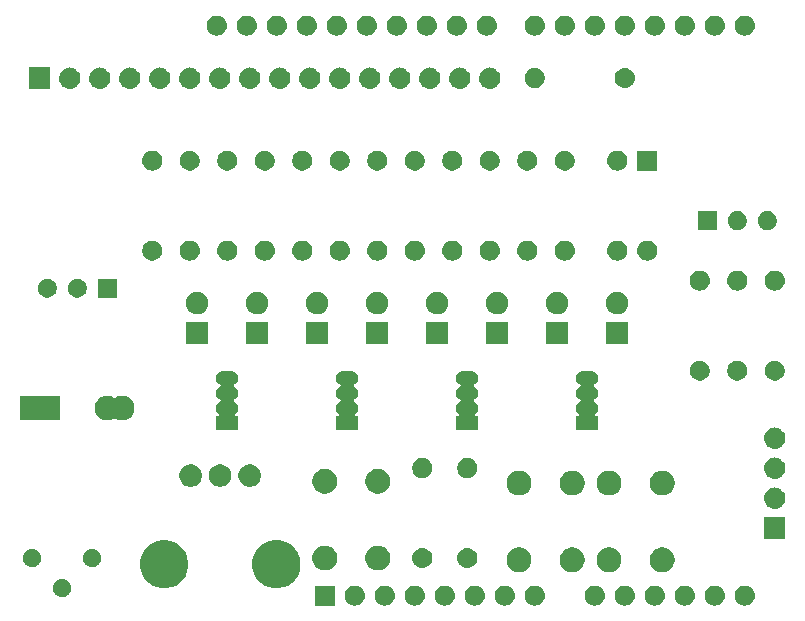
<source format=gts>
G04 #@! TF.GenerationSoftware,KiCad,Pcbnew,5.0.2-bee76a0~70~ubuntu14.04.1*
G04 #@! TF.CreationDate,2019-04-02T14:46:03+02:00*
G04 #@! TF.ProjectId,shield_a,73686965-6c64-45f6-912e-6b696361645f,1.1*
G04 #@! TF.SameCoordinates,Original*
G04 #@! TF.FileFunction,Soldermask,Top*
G04 #@! TF.FilePolarity,Negative*
%FSLAX46Y46*%
G04 Gerber Fmt 4.6, Leading zero omitted, Abs format (unit mm)*
G04 Created by KiCad (PCBNEW 5.0.2-bee76a0~70~ubuntu14.04.1) date Uto 02 Tra 2019 14:46:03*
%MOMM*%
%LPD*%
G01*
G04 APERTURE LIST*
%ADD10C,0.100000*%
G04 APERTURE END LIST*
D10*
G36*
X136741000Y-115151000D02*
X135039000Y-115151000D01*
X135039000Y-113449000D01*
X136741000Y-113449000D01*
X136741000Y-115151000D01*
X136741000Y-115151000D01*
G37*
G36*
X169076821Y-113461313D02*
X169076824Y-113461314D01*
X169076825Y-113461314D01*
X169237239Y-113509975D01*
X169237241Y-113509976D01*
X169237244Y-113509977D01*
X169385078Y-113588995D01*
X169514659Y-113695341D01*
X169621005Y-113824922D01*
X169700023Y-113972756D01*
X169700024Y-113972759D01*
X169700025Y-113972761D01*
X169748686Y-114133175D01*
X169748687Y-114133179D01*
X169765117Y-114300000D01*
X169748687Y-114466821D01*
X169700023Y-114627244D01*
X169621005Y-114775078D01*
X169514659Y-114904659D01*
X169385078Y-115011005D01*
X169237244Y-115090023D01*
X169237241Y-115090024D01*
X169237239Y-115090025D01*
X169076825Y-115138686D01*
X169076824Y-115138686D01*
X169076821Y-115138687D01*
X168951804Y-115151000D01*
X168868196Y-115151000D01*
X168743179Y-115138687D01*
X168743176Y-115138686D01*
X168743175Y-115138686D01*
X168582761Y-115090025D01*
X168582759Y-115090024D01*
X168582756Y-115090023D01*
X168434922Y-115011005D01*
X168305341Y-114904659D01*
X168198995Y-114775078D01*
X168119977Y-114627244D01*
X168071313Y-114466821D01*
X168054883Y-114300000D01*
X168071313Y-114133179D01*
X168071314Y-114133175D01*
X168119975Y-113972761D01*
X168119976Y-113972759D01*
X168119977Y-113972756D01*
X168198995Y-113824922D01*
X168305341Y-113695341D01*
X168434922Y-113588995D01*
X168582756Y-113509977D01*
X168582759Y-113509976D01*
X168582761Y-113509975D01*
X168743175Y-113461314D01*
X168743176Y-113461314D01*
X168743179Y-113461313D01*
X168868196Y-113449000D01*
X168951804Y-113449000D01*
X169076821Y-113461313D01*
X169076821Y-113461313D01*
G37*
G36*
X171616821Y-113461313D02*
X171616824Y-113461314D01*
X171616825Y-113461314D01*
X171777239Y-113509975D01*
X171777241Y-113509976D01*
X171777244Y-113509977D01*
X171925078Y-113588995D01*
X172054659Y-113695341D01*
X172161005Y-113824922D01*
X172240023Y-113972756D01*
X172240024Y-113972759D01*
X172240025Y-113972761D01*
X172288686Y-114133175D01*
X172288687Y-114133179D01*
X172305117Y-114300000D01*
X172288687Y-114466821D01*
X172240023Y-114627244D01*
X172161005Y-114775078D01*
X172054659Y-114904659D01*
X171925078Y-115011005D01*
X171777244Y-115090023D01*
X171777241Y-115090024D01*
X171777239Y-115090025D01*
X171616825Y-115138686D01*
X171616824Y-115138686D01*
X171616821Y-115138687D01*
X171491804Y-115151000D01*
X171408196Y-115151000D01*
X171283179Y-115138687D01*
X171283176Y-115138686D01*
X171283175Y-115138686D01*
X171122761Y-115090025D01*
X171122759Y-115090024D01*
X171122756Y-115090023D01*
X170974922Y-115011005D01*
X170845341Y-114904659D01*
X170738995Y-114775078D01*
X170659977Y-114627244D01*
X170611313Y-114466821D01*
X170594883Y-114300000D01*
X170611313Y-114133179D01*
X170611314Y-114133175D01*
X170659975Y-113972761D01*
X170659976Y-113972759D01*
X170659977Y-113972756D01*
X170738995Y-113824922D01*
X170845341Y-113695341D01*
X170974922Y-113588995D01*
X171122756Y-113509977D01*
X171122759Y-113509976D01*
X171122761Y-113509975D01*
X171283175Y-113461314D01*
X171283176Y-113461314D01*
X171283179Y-113461313D01*
X171408196Y-113449000D01*
X171491804Y-113449000D01*
X171616821Y-113461313D01*
X171616821Y-113461313D01*
G37*
G36*
X166536821Y-113461313D02*
X166536824Y-113461314D01*
X166536825Y-113461314D01*
X166697239Y-113509975D01*
X166697241Y-113509976D01*
X166697244Y-113509977D01*
X166845078Y-113588995D01*
X166974659Y-113695341D01*
X167081005Y-113824922D01*
X167160023Y-113972756D01*
X167160024Y-113972759D01*
X167160025Y-113972761D01*
X167208686Y-114133175D01*
X167208687Y-114133179D01*
X167225117Y-114300000D01*
X167208687Y-114466821D01*
X167160023Y-114627244D01*
X167081005Y-114775078D01*
X166974659Y-114904659D01*
X166845078Y-115011005D01*
X166697244Y-115090023D01*
X166697241Y-115090024D01*
X166697239Y-115090025D01*
X166536825Y-115138686D01*
X166536824Y-115138686D01*
X166536821Y-115138687D01*
X166411804Y-115151000D01*
X166328196Y-115151000D01*
X166203179Y-115138687D01*
X166203176Y-115138686D01*
X166203175Y-115138686D01*
X166042761Y-115090025D01*
X166042759Y-115090024D01*
X166042756Y-115090023D01*
X165894922Y-115011005D01*
X165765341Y-114904659D01*
X165658995Y-114775078D01*
X165579977Y-114627244D01*
X165531313Y-114466821D01*
X165514883Y-114300000D01*
X165531313Y-114133179D01*
X165531314Y-114133175D01*
X165579975Y-113972761D01*
X165579976Y-113972759D01*
X165579977Y-113972756D01*
X165658995Y-113824922D01*
X165765341Y-113695341D01*
X165894922Y-113588995D01*
X166042756Y-113509977D01*
X166042759Y-113509976D01*
X166042761Y-113509975D01*
X166203175Y-113461314D01*
X166203176Y-113461314D01*
X166203179Y-113461313D01*
X166328196Y-113449000D01*
X166411804Y-113449000D01*
X166536821Y-113461313D01*
X166536821Y-113461313D01*
G37*
G36*
X163996821Y-113461313D02*
X163996824Y-113461314D01*
X163996825Y-113461314D01*
X164157239Y-113509975D01*
X164157241Y-113509976D01*
X164157244Y-113509977D01*
X164305078Y-113588995D01*
X164434659Y-113695341D01*
X164541005Y-113824922D01*
X164620023Y-113972756D01*
X164620024Y-113972759D01*
X164620025Y-113972761D01*
X164668686Y-114133175D01*
X164668687Y-114133179D01*
X164685117Y-114300000D01*
X164668687Y-114466821D01*
X164620023Y-114627244D01*
X164541005Y-114775078D01*
X164434659Y-114904659D01*
X164305078Y-115011005D01*
X164157244Y-115090023D01*
X164157241Y-115090024D01*
X164157239Y-115090025D01*
X163996825Y-115138686D01*
X163996824Y-115138686D01*
X163996821Y-115138687D01*
X163871804Y-115151000D01*
X163788196Y-115151000D01*
X163663179Y-115138687D01*
X163663176Y-115138686D01*
X163663175Y-115138686D01*
X163502761Y-115090025D01*
X163502759Y-115090024D01*
X163502756Y-115090023D01*
X163354922Y-115011005D01*
X163225341Y-114904659D01*
X163118995Y-114775078D01*
X163039977Y-114627244D01*
X162991313Y-114466821D01*
X162974883Y-114300000D01*
X162991313Y-114133179D01*
X162991314Y-114133175D01*
X163039975Y-113972761D01*
X163039976Y-113972759D01*
X163039977Y-113972756D01*
X163118995Y-113824922D01*
X163225341Y-113695341D01*
X163354922Y-113588995D01*
X163502756Y-113509977D01*
X163502759Y-113509976D01*
X163502761Y-113509975D01*
X163663175Y-113461314D01*
X163663176Y-113461314D01*
X163663179Y-113461313D01*
X163788196Y-113449000D01*
X163871804Y-113449000D01*
X163996821Y-113461313D01*
X163996821Y-113461313D01*
G37*
G36*
X161456821Y-113461313D02*
X161456824Y-113461314D01*
X161456825Y-113461314D01*
X161617239Y-113509975D01*
X161617241Y-113509976D01*
X161617244Y-113509977D01*
X161765078Y-113588995D01*
X161894659Y-113695341D01*
X162001005Y-113824922D01*
X162080023Y-113972756D01*
X162080024Y-113972759D01*
X162080025Y-113972761D01*
X162128686Y-114133175D01*
X162128687Y-114133179D01*
X162145117Y-114300000D01*
X162128687Y-114466821D01*
X162080023Y-114627244D01*
X162001005Y-114775078D01*
X161894659Y-114904659D01*
X161765078Y-115011005D01*
X161617244Y-115090023D01*
X161617241Y-115090024D01*
X161617239Y-115090025D01*
X161456825Y-115138686D01*
X161456824Y-115138686D01*
X161456821Y-115138687D01*
X161331804Y-115151000D01*
X161248196Y-115151000D01*
X161123179Y-115138687D01*
X161123176Y-115138686D01*
X161123175Y-115138686D01*
X160962761Y-115090025D01*
X160962759Y-115090024D01*
X160962756Y-115090023D01*
X160814922Y-115011005D01*
X160685341Y-114904659D01*
X160578995Y-114775078D01*
X160499977Y-114627244D01*
X160451313Y-114466821D01*
X160434883Y-114300000D01*
X160451313Y-114133179D01*
X160451314Y-114133175D01*
X160499975Y-113972761D01*
X160499976Y-113972759D01*
X160499977Y-113972756D01*
X160578995Y-113824922D01*
X160685341Y-113695341D01*
X160814922Y-113588995D01*
X160962756Y-113509977D01*
X160962759Y-113509976D01*
X160962761Y-113509975D01*
X161123175Y-113461314D01*
X161123176Y-113461314D01*
X161123179Y-113461313D01*
X161248196Y-113449000D01*
X161331804Y-113449000D01*
X161456821Y-113461313D01*
X161456821Y-113461313D01*
G37*
G36*
X158916821Y-113461313D02*
X158916824Y-113461314D01*
X158916825Y-113461314D01*
X159077239Y-113509975D01*
X159077241Y-113509976D01*
X159077244Y-113509977D01*
X159225078Y-113588995D01*
X159354659Y-113695341D01*
X159461005Y-113824922D01*
X159540023Y-113972756D01*
X159540024Y-113972759D01*
X159540025Y-113972761D01*
X159588686Y-114133175D01*
X159588687Y-114133179D01*
X159605117Y-114300000D01*
X159588687Y-114466821D01*
X159540023Y-114627244D01*
X159461005Y-114775078D01*
X159354659Y-114904659D01*
X159225078Y-115011005D01*
X159077244Y-115090023D01*
X159077241Y-115090024D01*
X159077239Y-115090025D01*
X158916825Y-115138686D01*
X158916824Y-115138686D01*
X158916821Y-115138687D01*
X158791804Y-115151000D01*
X158708196Y-115151000D01*
X158583179Y-115138687D01*
X158583176Y-115138686D01*
X158583175Y-115138686D01*
X158422761Y-115090025D01*
X158422759Y-115090024D01*
X158422756Y-115090023D01*
X158274922Y-115011005D01*
X158145341Y-114904659D01*
X158038995Y-114775078D01*
X157959977Y-114627244D01*
X157911313Y-114466821D01*
X157894883Y-114300000D01*
X157911313Y-114133179D01*
X157911314Y-114133175D01*
X157959975Y-113972761D01*
X157959976Y-113972759D01*
X157959977Y-113972756D01*
X158038995Y-113824922D01*
X158145341Y-113695341D01*
X158274922Y-113588995D01*
X158422756Y-113509977D01*
X158422759Y-113509976D01*
X158422761Y-113509975D01*
X158583175Y-113461314D01*
X158583176Y-113461314D01*
X158583179Y-113461313D01*
X158708196Y-113449000D01*
X158791804Y-113449000D01*
X158916821Y-113461313D01*
X158916821Y-113461313D01*
G37*
G36*
X153836821Y-113461313D02*
X153836824Y-113461314D01*
X153836825Y-113461314D01*
X153997239Y-113509975D01*
X153997241Y-113509976D01*
X153997244Y-113509977D01*
X154145078Y-113588995D01*
X154274659Y-113695341D01*
X154381005Y-113824922D01*
X154460023Y-113972756D01*
X154460024Y-113972759D01*
X154460025Y-113972761D01*
X154508686Y-114133175D01*
X154508687Y-114133179D01*
X154525117Y-114300000D01*
X154508687Y-114466821D01*
X154460023Y-114627244D01*
X154381005Y-114775078D01*
X154274659Y-114904659D01*
X154145078Y-115011005D01*
X153997244Y-115090023D01*
X153997241Y-115090024D01*
X153997239Y-115090025D01*
X153836825Y-115138686D01*
X153836824Y-115138686D01*
X153836821Y-115138687D01*
X153711804Y-115151000D01*
X153628196Y-115151000D01*
X153503179Y-115138687D01*
X153503176Y-115138686D01*
X153503175Y-115138686D01*
X153342761Y-115090025D01*
X153342759Y-115090024D01*
X153342756Y-115090023D01*
X153194922Y-115011005D01*
X153065341Y-114904659D01*
X152958995Y-114775078D01*
X152879977Y-114627244D01*
X152831313Y-114466821D01*
X152814883Y-114300000D01*
X152831313Y-114133179D01*
X152831314Y-114133175D01*
X152879975Y-113972761D01*
X152879976Y-113972759D01*
X152879977Y-113972756D01*
X152958995Y-113824922D01*
X153065341Y-113695341D01*
X153194922Y-113588995D01*
X153342756Y-113509977D01*
X153342759Y-113509976D01*
X153342761Y-113509975D01*
X153503175Y-113461314D01*
X153503176Y-113461314D01*
X153503179Y-113461313D01*
X153628196Y-113449000D01*
X153711804Y-113449000D01*
X153836821Y-113461313D01*
X153836821Y-113461313D01*
G37*
G36*
X148756821Y-113461313D02*
X148756824Y-113461314D01*
X148756825Y-113461314D01*
X148917239Y-113509975D01*
X148917241Y-113509976D01*
X148917244Y-113509977D01*
X149065078Y-113588995D01*
X149194659Y-113695341D01*
X149301005Y-113824922D01*
X149380023Y-113972756D01*
X149380024Y-113972759D01*
X149380025Y-113972761D01*
X149428686Y-114133175D01*
X149428687Y-114133179D01*
X149445117Y-114300000D01*
X149428687Y-114466821D01*
X149380023Y-114627244D01*
X149301005Y-114775078D01*
X149194659Y-114904659D01*
X149065078Y-115011005D01*
X148917244Y-115090023D01*
X148917241Y-115090024D01*
X148917239Y-115090025D01*
X148756825Y-115138686D01*
X148756824Y-115138686D01*
X148756821Y-115138687D01*
X148631804Y-115151000D01*
X148548196Y-115151000D01*
X148423179Y-115138687D01*
X148423176Y-115138686D01*
X148423175Y-115138686D01*
X148262761Y-115090025D01*
X148262759Y-115090024D01*
X148262756Y-115090023D01*
X148114922Y-115011005D01*
X147985341Y-114904659D01*
X147878995Y-114775078D01*
X147799977Y-114627244D01*
X147751313Y-114466821D01*
X147734883Y-114300000D01*
X147751313Y-114133179D01*
X147751314Y-114133175D01*
X147799975Y-113972761D01*
X147799976Y-113972759D01*
X147799977Y-113972756D01*
X147878995Y-113824922D01*
X147985341Y-113695341D01*
X148114922Y-113588995D01*
X148262756Y-113509977D01*
X148262759Y-113509976D01*
X148262761Y-113509975D01*
X148423175Y-113461314D01*
X148423176Y-113461314D01*
X148423179Y-113461313D01*
X148548196Y-113449000D01*
X148631804Y-113449000D01*
X148756821Y-113461313D01*
X148756821Y-113461313D01*
G37*
G36*
X151296821Y-113461313D02*
X151296824Y-113461314D01*
X151296825Y-113461314D01*
X151457239Y-113509975D01*
X151457241Y-113509976D01*
X151457244Y-113509977D01*
X151605078Y-113588995D01*
X151734659Y-113695341D01*
X151841005Y-113824922D01*
X151920023Y-113972756D01*
X151920024Y-113972759D01*
X151920025Y-113972761D01*
X151968686Y-114133175D01*
X151968687Y-114133179D01*
X151985117Y-114300000D01*
X151968687Y-114466821D01*
X151920023Y-114627244D01*
X151841005Y-114775078D01*
X151734659Y-114904659D01*
X151605078Y-115011005D01*
X151457244Y-115090023D01*
X151457241Y-115090024D01*
X151457239Y-115090025D01*
X151296825Y-115138686D01*
X151296824Y-115138686D01*
X151296821Y-115138687D01*
X151171804Y-115151000D01*
X151088196Y-115151000D01*
X150963179Y-115138687D01*
X150963176Y-115138686D01*
X150963175Y-115138686D01*
X150802761Y-115090025D01*
X150802759Y-115090024D01*
X150802756Y-115090023D01*
X150654922Y-115011005D01*
X150525341Y-114904659D01*
X150418995Y-114775078D01*
X150339977Y-114627244D01*
X150291313Y-114466821D01*
X150274883Y-114300000D01*
X150291313Y-114133179D01*
X150291314Y-114133175D01*
X150339975Y-113972761D01*
X150339976Y-113972759D01*
X150339977Y-113972756D01*
X150418995Y-113824922D01*
X150525341Y-113695341D01*
X150654922Y-113588995D01*
X150802756Y-113509977D01*
X150802759Y-113509976D01*
X150802761Y-113509975D01*
X150963175Y-113461314D01*
X150963176Y-113461314D01*
X150963179Y-113461313D01*
X151088196Y-113449000D01*
X151171804Y-113449000D01*
X151296821Y-113461313D01*
X151296821Y-113461313D01*
G37*
G36*
X138596821Y-113461313D02*
X138596824Y-113461314D01*
X138596825Y-113461314D01*
X138757239Y-113509975D01*
X138757241Y-113509976D01*
X138757244Y-113509977D01*
X138905078Y-113588995D01*
X139034659Y-113695341D01*
X139141005Y-113824922D01*
X139220023Y-113972756D01*
X139220024Y-113972759D01*
X139220025Y-113972761D01*
X139268686Y-114133175D01*
X139268687Y-114133179D01*
X139285117Y-114300000D01*
X139268687Y-114466821D01*
X139220023Y-114627244D01*
X139141005Y-114775078D01*
X139034659Y-114904659D01*
X138905078Y-115011005D01*
X138757244Y-115090023D01*
X138757241Y-115090024D01*
X138757239Y-115090025D01*
X138596825Y-115138686D01*
X138596824Y-115138686D01*
X138596821Y-115138687D01*
X138471804Y-115151000D01*
X138388196Y-115151000D01*
X138263179Y-115138687D01*
X138263176Y-115138686D01*
X138263175Y-115138686D01*
X138102761Y-115090025D01*
X138102759Y-115090024D01*
X138102756Y-115090023D01*
X137954922Y-115011005D01*
X137825341Y-114904659D01*
X137718995Y-114775078D01*
X137639977Y-114627244D01*
X137591313Y-114466821D01*
X137574883Y-114300000D01*
X137591313Y-114133179D01*
X137591314Y-114133175D01*
X137639975Y-113972761D01*
X137639976Y-113972759D01*
X137639977Y-113972756D01*
X137718995Y-113824922D01*
X137825341Y-113695341D01*
X137954922Y-113588995D01*
X138102756Y-113509977D01*
X138102759Y-113509976D01*
X138102761Y-113509975D01*
X138263175Y-113461314D01*
X138263176Y-113461314D01*
X138263179Y-113461313D01*
X138388196Y-113449000D01*
X138471804Y-113449000D01*
X138596821Y-113461313D01*
X138596821Y-113461313D01*
G37*
G36*
X141136821Y-113461313D02*
X141136824Y-113461314D01*
X141136825Y-113461314D01*
X141297239Y-113509975D01*
X141297241Y-113509976D01*
X141297244Y-113509977D01*
X141445078Y-113588995D01*
X141574659Y-113695341D01*
X141681005Y-113824922D01*
X141760023Y-113972756D01*
X141760024Y-113972759D01*
X141760025Y-113972761D01*
X141808686Y-114133175D01*
X141808687Y-114133179D01*
X141825117Y-114300000D01*
X141808687Y-114466821D01*
X141760023Y-114627244D01*
X141681005Y-114775078D01*
X141574659Y-114904659D01*
X141445078Y-115011005D01*
X141297244Y-115090023D01*
X141297241Y-115090024D01*
X141297239Y-115090025D01*
X141136825Y-115138686D01*
X141136824Y-115138686D01*
X141136821Y-115138687D01*
X141011804Y-115151000D01*
X140928196Y-115151000D01*
X140803179Y-115138687D01*
X140803176Y-115138686D01*
X140803175Y-115138686D01*
X140642761Y-115090025D01*
X140642759Y-115090024D01*
X140642756Y-115090023D01*
X140494922Y-115011005D01*
X140365341Y-114904659D01*
X140258995Y-114775078D01*
X140179977Y-114627244D01*
X140131313Y-114466821D01*
X140114883Y-114300000D01*
X140131313Y-114133179D01*
X140131314Y-114133175D01*
X140179975Y-113972761D01*
X140179976Y-113972759D01*
X140179977Y-113972756D01*
X140258995Y-113824922D01*
X140365341Y-113695341D01*
X140494922Y-113588995D01*
X140642756Y-113509977D01*
X140642759Y-113509976D01*
X140642761Y-113509975D01*
X140803175Y-113461314D01*
X140803176Y-113461314D01*
X140803179Y-113461313D01*
X140928196Y-113449000D01*
X141011804Y-113449000D01*
X141136821Y-113461313D01*
X141136821Y-113461313D01*
G37*
G36*
X146216821Y-113461313D02*
X146216824Y-113461314D01*
X146216825Y-113461314D01*
X146377239Y-113509975D01*
X146377241Y-113509976D01*
X146377244Y-113509977D01*
X146525078Y-113588995D01*
X146654659Y-113695341D01*
X146761005Y-113824922D01*
X146840023Y-113972756D01*
X146840024Y-113972759D01*
X146840025Y-113972761D01*
X146888686Y-114133175D01*
X146888687Y-114133179D01*
X146905117Y-114300000D01*
X146888687Y-114466821D01*
X146840023Y-114627244D01*
X146761005Y-114775078D01*
X146654659Y-114904659D01*
X146525078Y-115011005D01*
X146377244Y-115090023D01*
X146377241Y-115090024D01*
X146377239Y-115090025D01*
X146216825Y-115138686D01*
X146216824Y-115138686D01*
X146216821Y-115138687D01*
X146091804Y-115151000D01*
X146008196Y-115151000D01*
X145883179Y-115138687D01*
X145883176Y-115138686D01*
X145883175Y-115138686D01*
X145722761Y-115090025D01*
X145722759Y-115090024D01*
X145722756Y-115090023D01*
X145574922Y-115011005D01*
X145445341Y-114904659D01*
X145338995Y-114775078D01*
X145259977Y-114627244D01*
X145211313Y-114466821D01*
X145194883Y-114300000D01*
X145211313Y-114133179D01*
X145211314Y-114133175D01*
X145259975Y-113972761D01*
X145259976Y-113972759D01*
X145259977Y-113972756D01*
X145338995Y-113824922D01*
X145445341Y-113695341D01*
X145574922Y-113588995D01*
X145722756Y-113509977D01*
X145722759Y-113509976D01*
X145722761Y-113509975D01*
X145883175Y-113461314D01*
X145883176Y-113461314D01*
X145883179Y-113461313D01*
X146008196Y-113449000D01*
X146091804Y-113449000D01*
X146216821Y-113461313D01*
X146216821Y-113461313D01*
G37*
G36*
X143676821Y-113461313D02*
X143676824Y-113461314D01*
X143676825Y-113461314D01*
X143837239Y-113509975D01*
X143837241Y-113509976D01*
X143837244Y-113509977D01*
X143985078Y-113588995D01*
X144114659Y-113695341D01*
X144221005Y-113824922D01*
X144300023Y-113972756D01*
X144300024Y-113972759D01*
X144300025Y-113972761D01*
X144348686Y-114133175D01*
X144348687Y-114133179D01*
X144365117Y-114300000D01*
X144348687Y-114466821D01*
X144300023Y-114627244D01*
X144221005Y-114775078D01*
X144114659Y-114904659D01*
X143985078Y-115011005D01*
X143837244Y-115090023D01*
X143837241Y-115090024D01*
X143837239Y-115090025D01*
X143676825Y-115138686D01*
X143676824Y-115138686D01*
X143676821Y-115138687D01*
X143551804Y-115151000D01*
X143468196Y-115151000D01*
X143343179Y-115138687D01*
X143343176Y-115138686D01*
X143343175Y-115138686D01*
X143182761Y-115090025D01*
X143182759Y-115090024D01*
X143182756Y-115090023D01*
X143034922Y-115011005D01*
X142905341Y-114904659D01*
X142798995Y-114775078D01*
X142719977Y-114627244D01*
X142671313Y-114466821D01*
X142654883Y-114300000D01*
X142671313Y-114133179D01*
X142671314Y-114133175D01*
X142719975Y-113972761D01*
X142719976Y-113972759D01*
X142719977Y-113972756D01*
X142798995Y-113824922D01*
X142905341Y-113695341D01*
X143034922Y-113588995D01*
X143182756Y-113509977D01*
X143182759Y-113509976D01*
X143182761Y-113509975D01*
X143343175Y-113461314D01*
X143343176Y-113461314D01*
X143343179Y-113461313D01*
X143468196Y-113449000D01*
X143551804Y-113449000D01*
X143676821Y-113461313D01*
X143676821Y-113461313D01*
G37*
G36*
X113790589Y-112903876D02*
X113889893Y-112923629D01*
X114030206Y-112981748D01*
X114156484Y-113066125D01*
X114263875Y-113173516D01*
X114348252Y-113299794D01*
X114406371Y-113440107D01*
X114420269Y-113509977D01*
X114435987Y-113588995D01*
X114436000Y-113589063D01*
X114436000Y-113740937D01*
X114406371Y-113889893D01*
X114348252Y-114030206D01*
X114263875Y-114156484D01*
X114156484Y-114263875D01*
X114030206Y-114348252D01*
X113889893Y-114406371D01*
X113790589Y-114426124D01*
X113740938Y-114436000D01*
X113589062Y-114436000D01*
X113539411Y-114426124D01*
X113440107Y-114406371D01*
X113299794Y-114348252D01*
X113173516Y-114263875D01*
X113066125Y-114156484D01*
X112981748Y-114030206D01*
X112923629Y-113889893D01*
X112894000Y-113740937D01*
X112894000Y-113589063D01*
X112894014Y-113588995D01*
X112909731Y-113509977D01*
X112923629Y-113440107D01*
X112981748Y-113299794D01*
X113066125Y-113173516D01*
X113173516Y-113066125D01*
X113299794Y-112981748D01*
X113440107Y-112923629D01*
X113539411Y-112903876D01*
X113589062Y-112894000D01*
X113740938Y-112894000D01*
X113790589Y-112903876D01*
X113790589Y-112903876D01*
G37*
G36*
X132388252Y-109667818D02*
X132388254Y-109667819D01*
X132388255Y-109667819D01*
X132761513Y-109822427D01*
X132761514Y-109822428D01*
X133097439Y-110046886D01*
X133383114Y-110332561D01*
X133383116Y-110332564D01*
X133607573Y-110668487D01*
X133753789Y-111021486D01*
X133762182Y-111041748D01*
X133841000Y-111437993D01*
X133841000Y-111842007D01*
X133768521Y-112206385D01*
X133762181Y-112238255D01*
X133607573Y-112611513D01*
X133607572Y-112611514D01*
X133383114Y-112947439D01*
X133097439Y-113233114D01*
X133097436Y-113233116D01*
X132761513Y-113457573D01*
X132388255Y-113612181D01*
X132388254Y-113612181D01*
X132388252Y-113612182D01*
X131992007Y-113691000D01*
X131587993Y-113691000D01*
X131191748Y-113612182D01*
X131191746Y-113612181D01*
X131191745Y-113612181D01*
X130818487Y-113457573D01*
X130482564Y-113233116D01*
X130482561Y-113233114D01*
X130196886Y-112947439D01*
X129972428Y-112611514D01*
X129972427Y-112611513D01*
X129817819Y-112238255D01*
X129811480Y-112206385D01*
X129739000Y-111842007D01*
X129739000Y-111437993D01*
X129817818Y-111041748D01*
X129826211Y-111021486D01*
X129972427Y-110668487D01*
X130196884Y-110332564D01*
X130196886Y-110332561D01*
X130482561Y-110046886D01*
X130818486Y-109822428D01*
X130818487Y-109822427D01*
X131191745Y-109667819D01*
X131191746Y-109667819D01*
X131191748Y-109667818D01*
X131587993Y-109589000D01*
X131992007Y-109589000D01*
X132388252Y-109667818D01*
X132388252Y-109667818D01*
G37*
G36*
X122888252Y-109667818D02*
X122888254Y-109667819D01*
X122888255Y-109667819D01*
X123261513Y-109822427D01*
X123261514Y-109822428D01*
X123597439Y-110046886D01*
X123883114Y-110332561D01*
X123883116Y-110332564D01*
X124107573Y-110668487D01*
X124253789Y-111021486D01*
X124262182Y-111041748D01*
X124341000Y-111437993D01*
X124341000Y-111842007D01*
X124268521Y-112206385D01*
X124262181Y-112238255D01*
X124107573Y-112611513D01*
X124107572Y-112611514D01*
X123883114Y-112947439D01*
X123597439Y-113233114D01*
X123597436Y-113233116D01*
X123261513Y-113457573D01*
X122888255Y-113612181D01*
X122888254Y-113612181D01*
X122888252Y-113612182D01*
X122492007Y-113691000D01*
X122087993Y-113691000D01*
X121691748Y-113612182D01*
X121691746Y-113612181D01*
X121691745Y-113612181D01*
X121318487Y-113457573D01*
X120982564Y-113233116D01*
X120982561Y-113233114D01*
X120696886Y-112947439D01*
X120472428Y-112611514D01*
X120472427Y-112611513D01*
X120317819Y-112238255D01*
X120311480Y-112206385D01*
X120239000Y-111842007D01*
X120239000Y-111437993D01*
X120317818Y-111041748D01*
X120326211Y-111021486D01*
X120472427Y-110668487D01*
X120696884Y-110332564D01*
X120696886Y-110332561D01*
X120982561Y-110046886D01*
X121318486Y-109822428D01*
X121318487Y-109822427D01*
X121691745Y-109667819D01*
X121691746Y-109667819D01*
X121691748Y-109667818D01*
X122087993Y-109589000D01*
X122492007Y-109589000D01*
X122888252Y-109667818D01*
X122888252Y-109667818D01*
G37*
G36*
X152651565Y-110264389D02*
X152842834Y-110343615D01*
X153014976Y-110458637D01*
X153161363Y-110605024D01*
X153276385Y-110777166D01*
X153355611Y-110968435D01*
X153396000Y-111171484D01*
X153396000Y-111378516D01*
X153355611Y-111581565D01*
X153276385Y-111772834D01*
X153161363Y-111944976D01*
X153014976Y-112091363D01*
X152842834Y-112206385D01*
X152651565Y-112285611D01*
X152448516Y-112326000D01*
X152241484Y-112326000D01*
X152038435Y-112285611D01*
X151847166Y-112206385D01*
X151675024Y-112091363D01*
X151528637Y-111944976D01*
X151413615Y-111772834D01*
X151334389Y-111581565D01*
X151294000Y-111378516D01*
X151294000Y-111171484D01*
X151334389Y-110968435D01*
X151413615Y-110777166D01*
X151528637Y-110605024D01*
X151675024Y-110458637D01*
X151847166Y-110343615D01*
X152038435Y-110264389D01*
X152241484Y-110224000D01*
X152448516Y-110224000D01*
X152651565Y-110264389D01*
X152651565Y-110264389D01*
G37*
G36*
X157151565Y-110264389D02*
X157342834Y-110343615D01*
X157514976Y-110458637D01*
X157661363Y-110605024D01*
X157776385Y-110777166D01*
X157855611Y-110968435D01*
X157896000Y-111171484D01*
X157896000Y-111378516D01*
X157855611Y-111581565D01*
X157776385Y-111772834D01*
X157661363Y-111944976D01*
X157514976Y-112091363D01*
X157342834Y-112206385D01*
X157151565Y-112285611D01*
X156948516Y-112326000D01*
X156741484Y-112326000D01*
X156538435Y-112285611D01*
X156347166Y-112206385D01*
X156175024Y-112091363D01*
X156028637Y-111944976D01*
X155913615Y-111772834D01*
X155834389Y-111581565D01*
X155794000Y-111378516D01*
X155794000Y-111171484D01*
X155834389Y-110968435D01*
X155913615Y-110777166D01*
X156028637Y-110605024D01*
X156175024Y-110458637D01*
X156347166Y-110343615D01*
X156538435Y-110264389D01*
X156741484Y-110224000D01*
X156948516Y-110224000D01*
X157151565Y-110264389D01*
X157151565Y-110264389D01*
G37*
G36*
X164771565Y-110264389D02*
X164962834Y-110343615D01*
X165134976Y-110458637D01*
X165281363Y-110605024D01*
X165396385Y-110777166D01*
X165475611Y-110968435D01*
X165516000Y-111171484D01*
X165516000Y-111378516D01*
X165475611Y-111581565D01*
X165396385Y-111772834D01*
X165281363Y-111944976D01*
X165134976Y-112091363D01*
X164962834Y-112206385D01*
X164771565Y-112285611D01*
X164568516Y-112326000D01*
X164361484Y-112326000D01*
X164158435Y-112285611D01*
X163967166Y-112206385D01*
X163795024Y-112091363D01*
X163648637Y-111944976D01*
X163533615Y-111772834D01*
X163454389Y-111581565D01*
X163414000Y-111378516D01*
X163414000Y-111171484D01*
X163454389Y-110968435D01*
X163533615Y-110777166D01*
X163648637Y-110605024D01*
X163795024Y-110458637D01*
X163967166Y-110343615D01*
X164158435Y-110264389D01*
X164361484Y-110224000D01*
X164568516Y-110224000D01*
X164771565Y-110264389D01*
X164771565Y-110264389D01*
G37*
G36*
X160271565Y-110264389D02*
X160462834Y-110343615D01*
X160634976Y-110458637D01*
X160781363Y-110605024D01*
X160896385Y-110777166D01*
X160975611Y-110968435D01*
X161016000Y-111171484D01*
X161016000Y-111378516D01*
X160975611Y-111581565D01*
X160896385Y-111772834D01*
X160781363Y-111944976D01*
X160634976Y-112091363D01*
X160462834Y-112206385D01*
X160271565Y-112285611D01*
X160068516Y-112326000D01*
X159861484Y-112326000D01*
X159658435Y-112285611D01*
X159467166Y-112206385D01*
X159295024Y-112091363D01*
X159148637Y-111944976D01*
X159033615Y-111772834D01*
X158954389Y-111581565D01*
X158914000Y-111378516D01*
X158914000Y-111171484D01*
X158954389Y-110968435D01*
X159033615Y-110777166D01*
X159148637Y-110605024D01*
X159295024Y-110458637D01*
X159467166Y-110343615D01*
X159658435Y-110264389D01*
X159861484Y-110224000D01*
X160068516Y-110224000D01*
X160271565Y-110264389D01*
X160271565Y-110264389D01*
G37*
G36*
X136196565Y-110114389D02*
X136387834Y-110193615D01*
X136559976Y-110308637D01*
X136706363Y-110455024D01*
X136821385Y-110627166D01*
X136900611Y-110818435D01*
X136941000Y-111021484D01*
X136941000Y-111228516D01*
X136900611Y-111431565D01*
X136821385Y-111622834D01*
X136706363Y-111794976D01*
X136559976Y-111941363D01*
X136387834Y-112056385D01*
X136196565Y-112135611D01*
X135993516Y-112176000D01*
X135786484Y-112176000D01*
X135583435Y-112135611D01*
X135392166Y-112056385D01*
X135220024Y-111941363D01*
X135073637Y-111794976D01*
X134958615Y-111622834D01*
X134879389Y-111431565D01*
X134839000Y-111228516D01*
X134839000Y-111021484D01*
X134879389Y-110818435D01*
X134958615Y-110627166D01*
X135073637Y-110455024D01*
X135220024Y-110308637D01*
X135392166Y-110193615D01*
X135583435Y-110114389D01*
X135786484Y-110074000D01*
X135993516Y-110074000D01*
X136196565Y-110114389D01*
X136196565Y-110114389D01*
G37*
G36*
X140696565Y-110114389D02*
X140887834Y-110193615D01*
X141059976Y-110308637D01*
X141206363Y-110455024D01*
X141321385Y-110627166D01*
X141400611Y-110818435D01*
X141441000Y-111021484D01*
X141441000Y-111228516D01*
X141400611Y-111431565D01*
X141321385Y-111622834D01*
X141206363Y-111794976D01*
X141059976Y-111941363D01*
X140887834Y-112056385D01*
X140696565Y-112135611D01*
X140493516Y-112176000D01*
X140286484Y-112176000D01*
X140083435Y-112135611D01*
X139892166Y-112056385D01*
X139720024Y-111941363D01*
X139573637Y-111794976D01*
X139458615Y-111622834D01*
X139379389Y-111431565D01*
X139339000Y-111228516D01*
X139339000Y-111021484D01*
X139379389Y-110818435D01*
X139458615Y-110627166D01*
X139573637Y-110455024D01*
X139720024Y-110308637D01*
X139892166Y-110193615D01*
X140083435Y-110114389D01*
X140286484Y-110074000D01*
X140493516Y-110074000D01*
X140696565Y-110114389D01*
X140696565Y-110114389D01*
G37*
G36*
X144311821Y-110286313D02*
X144311824Y-110286314D01*
X144311825Y-110286314D01*
X144472239Y-110334975D01*
X144472241Y-110334976D01*
X144472244Y-110334977D01*
X144620078Y-110413995D01*
X144749659Y-110520341D01*
X144856005Y-110649922D01*
X144935023Y-110797756D01*
X144983687Y-110958179D01*
X145000117Y-111125000D01*
X144983687Y-111291821D01*
X144983686Y-111291824D01*
X144983686Y-111291825D01*
X144957389Y-111378516D01*
X144935023Y-111452244D01*
X144856005Y-111600078D01*
X144749659Y-111729659D01*
X144620078Y-111836005D01*
X144472244Y-111915023D01*
X144472241Y-111915024D01*
X144472239Y-111915025D01*
X144311825Y-111963686D01*
X144311824Y-111963686D01*
X144311821Y-111963687D01*
X144186804Y-111976000D01*
X144103196Y-111976000D01*
X143978179Y-111963687D01*
X143978176Y-111963686D01*
X143978175Y-111963686D01*
X143817761Y-111915025D01*
X143817759Y-111915024D01*
X143817756Y-111915023D01*
X143669922Y-111836005D01*
X143540341Y-111729659D01*
X143433995Y-111600078D01*
X143354977Y-111452244D01*
X143332612Y-111378516D01*
X143306314Y-111291825D01*
X143306314Y-111291824D01*
X143306313Y-111291821D01*
X143289883Y-111125000D01*
X143306313Y-110958179D01*
X143354977Y-110797756D01*
X143433995Y-110649922D01*
X143540341Y-110520341D01*
X143669922Y-110413995D01*
X143817756Y-110334977D01*
X143817759Y-110334976D01*
X143817761Y-110334975D01*
X143978175Y-110286314D01*
X143978176Y-110286314D01*
X143978179Y-110286313D01*
X144103196Y-110274000D01*
X144186804Y-110274000D01*
X144311821Y-110286313D01*
X144311821Y-110286313D01*
G37*
G36*
X148121821Y-110286313D02*
X148121824Y-110286314D01*
X148121825Y-110286314D01*
X148282239Y-110334975D01*
X148282241Y-110334976D01*
X148282244Y-110334977D01*
X148430078Y-110413995D01*
X148559659Y-110520341D01*
X148666005Y-110649922D01*
X148745023Y-110797756D01*
X148793687Y-110958179D01*
X148810117Y-111125000D01*
X148793687Y-111291821D01*
X148793686Y-111291824D01*
X148793686Y-111291825D01*
X148767389Y-111378516D01*
X148745023Y-111452244D01*
X148666005Y-111600078D01*
X148559659Y-111729659D01*
X148430078Y-111836005D01*
X148282244Y-111915023D01*
X148282241Y-111915024D01*
X148282239Y-111915025D01*
X148121825Y-111963686D01*
X148121824Y-111963686D01*
X148121821Y-111963687D01*
X147996804Y-111976000D01*
X147913196Y-111976000D01*
X147788179Y-111963687D01*
X147788176Y-111963686D01*
X147788175Y-111963686D01*
X147627761Y-111915025D01*
X147627759Y-111915024D01*
X147627756Y-111915023D01*
X147479922Y-111836005D01*
X147350341Y-111729659D01*
X147243995Y-111600078D01*
X147164977Y-111452244D01*
X147142612Y-111378516D01*
X147116314Y-111291825D01*
X147116314Y-111291824D01*
X147116313Y-111291821D01*
X147099883Y-111125000D01*
X147116313Y-110958179D01*
X147164977Y-110797756D01*
X147243995Y-110649922D01*
X147350341Y-110520341D01*
X147479922Y-110413995D01*
X147627756Y-110334977D01*
X147627759Y-110334976D01*
X147627761Y-110334975D01*
X147788175Y-110286314D01*
X147788176Y-110286314D01*
X147788179Y-110286313D01*
X147913196Y-110274000D01*
X147996804Y-110274000D01*
X148121821Y-110286313D01*
X148121821Y-110286313D01*
G37*
G36*
X111250589Y-110363876D02*
X111349893Y-110383629D01*
X111490206Y-110441748D01*
X111616484Y-110526125D01*
X111723875Y-110633516D01*
X111808252Y-110759794D01*
X111866371Y-110900107D01*
X111866371Y-110900109D01*
X111894545Y-111041745D01*
X111896000Y-111049063D01*
X111896000Y-111200937D01*
X111866371Y-111349893D01*
X111808252Y-111490206D01*
X111723875Y-111616484D01*
X111616484Y-111723875D01*
X111490206Y-111808252D01*
X111349893Y-111866371D01*
X111250589Y-111886124D01*
X111200938Y-111896000D01*
X111049062Y-111896000D01*
X110999411Y-111886124D01*
X110900107Y-111866371D01*
X110759794Y-111808252D01*
X110633516Y-111723875D01*
X110526125Y-111616484D01*
X110441748Y-111490206D01*
X110383629Y-111349893D01*
X110354000Y-111200937D01*
X110354000Y-111049063D01*
X110355456Y-111041745D01*
X110383629Y-110900109D01*
X110383629Y-110900107D01*
X110441748Y-110759794D01*
X110526125Y-110633516D01*
X110633516Y-110526125D01*
X110759794Y-110441748D01*
X110900107Y-110383629D01*
X110999411Y-110363876D01*
X111049062Y-110354000D01*
X111200938Y-110354000D01*
X111250589Y-110363876D01*
X111250589Y-110363876D01*
G37*
G36*
X116330589Y-110363876D02*
X116429893Y-110383629D01*
X116570206Y-110441748D01*
X116696484Y-110526125D01*
X116803875Y-110633516D01*
X116888252Y-110759794D01*
X116946371Y-110900107D01*
X116946371Y-110900109D01*
X116974545Y-111041745D01*
X116976000Y-111049063D01*
X116976000Y-111200937D01*
X116946371Y-111349893D01*
X116888252Y-111490206D01*
X116803875Y-111616484D01*
X116696484Y-111723875D01*
X116570206Y-111808252D01*
X116429893Y-111866371D01*
X116330589Y-111886124D01*
X116280938Y-111896000D01*
X116129062Y-111896000D01*
X116079411Y-111886124D01*
X115980107Y-111866371D01*
X115839794Y-111808252D01*
X115713516Y-111723875D01*
X115606125Y-111616484D01*
X115521748Y-111490206D01*
X115463629Y-111349893D01*
X115434000Y-111200937D01*
X115434000Y-111049063D01*
X115435456Y-111041745D01*
X115463629Y-110900109D01*
X115463629Y-110900107D01*
X115521748Y-110759794D01*
X115606125Y-110633516D01*
X115713516Y-110526125D01*
X115839794Y-110441748D01*
X115980107Y-110383629D01*
X116079411Y-110363876D01*
X116129062Y-110354000D01*
X116280938Y-110354000D01*
X116330589Y-110363876D01*
X116330589Y-110363876D01*
G37*
G36*
X174891000Y-109486000D02*
X173089000Y-109486000D01*
X173089000Y-107684000D01*
X174891000Y-107684000D01*
X174891000Y-109486000D01*
X174891000Y-109486000D01*
G37*
G36*
X174100443Y-105150519D02*
X174166627Y-105157037D01*
X174279853Y-105191384D01*
X174336467Y-105208557D01*
X174456719Y-105272834D01*
X174492991Y-105292222D01*
X174528729Y-105321552D01*
X174630186Y-105404814D01*
X174713448Y-105506271D01*
X174742778Y-105542009D01*
X174742779Y-105542011D01*
X174826443Y-105698533D01*
X174828825Y-105706385D01*
X174877963Y-105868373D01*
X174895359Y-106045000D01*
X174877963Y-106221627D01*
X174843616Y-106334853D01*
X174826443Y-106391467D01*
X174752348Y-106530087D01*
X174742778Y-106547991D01*
X174713448Y-106583729D01*
X174630186Y-106685186D01*
X174528729Y-106768448D01*
X174492991Y-106797778D01*
X174492989Y-106797779D01*
X174336467Y-106881443D01*
X174279853Y-106898616D01*
X174166627Y-106932963D01*
X174100442Y-106939482D01*
X174034260Y-106946000D01*
X173945740Y-106946000D01*
X173879558Y-106939482D01*
X173813373Y-106932963D01*
X173700147Y-106898616D01*
X173643533Y-106881443D01*
X173487011Y-106797779D01*
X173487009Y-106797778D01*
X173451271Y-106768448D01*
X173349814Y-106685186D01*
X173266552Y-106583729D01*
X173237222Y-106547991D01*
X173227652Y-106530087D01*
X173153557Y-106391467D01*
X173136384Y-106334853D01*
X173102037Y-106221627D01*
X173084641Y-106045000D01*
X173102037Y-105868373D01*
X173151175Y-105706385D01*
X173153557Y-105698533D01*
X173237221Y-105542011D01*
X173237222Y-105542009D01*
X173266552Y-105506271D01*
X173349814Y-105404814D01*
X173451271Y-105321552D01*
X173487009Y-105292222D01*
X173523281Y-105272834D01*
X173643533Y-105208557D01*
X173700147Y-105191384D01*
X173813373Y-105157037D01*
X173879558Y-105150518D01*
X173945740Y-105144000D01*
X174034260Y-105144000D01*
X174100443Y-105150519D01*
X174100443Y-105150519D01*
G37*
G36*
X160271565Y-103764389D02*
X160462834Y-103843615D01*
X160634976Y-103958637D01*
X160781363Y-104105024D01*
X160896385Y-104277166D01*
X160975611Y-104468435D01*
X161016000Y-104671484D01*
X161016000Y-104878516D01*
X160975611Y-105081565D01*
X160896385Y-105272834D01*
X160781363Y-105444976D01*
X160634976Y-105591363D01*
X160462834Y-105706385D01*
X160271565Y-105785611D01*
X160068516Y-105826000D01*
X159861484Y-105826000D01*
X159658435Y-105785611D01*
X159467166Y-105706385D01*
X159295024Y-105591363D01*
X159148637Y-105444976D01*
X159033615Y-105272834D01*
X158954389Y-105081565D01*
X158914000Y-104878516D01*
X158914000Y-104671484D01*
X158954389Y-104468435D01*
X159033615Y-104277166D01*
X159148637Y-104105024D01*
X159295024Y-103958637D01*
X159467166Y-103843615D01*
X159658435Y-103764389D01*
X159861484Y-103724000D01*
X160068516Y-103724000D01*
X160271565Y-103764389D01*
X160271565Y-103764389D01*
G37*
G36*
X164771565Y-103764389D02*
X164962834Y-103843615D01*
X165134976Y-103958637D01*
X165281363Y-104105024D01*
X165396385Y-104277166D01*
X165475611Y-104468435D01*
X165516000Y-104671484D01*
X165516000Y-104878516D01*
X165475611Y-105081565D01*
X165396385Y-105272834D01*
X165281363Y-105444976D01*
X165134976Y-105591363D01*
X164962834Y-105706385D01*
X164771565Y-105785611D01*
X164568516Y-105826000D01*
X164361484Y-105826000D01*
X164158435Y-105785611D01*
X163967166Y-105706385D01*
X163795024Y-105591363D01*
X163648637Y-105444976D01*
X163533615Y-105272834D01*
X163454389Y-105081565D01*
X163414000Y-104878516D01*
X163414000Y-104671484D01*
X163454389Y-104468435D01*
X163533615Y-104277166D01*
X163648637Y-104105024D01*
X163795024Y-103958637D01*
X163967166Y-103843615D01*
X164158435Y-103764389D01*
X164361484Y-103724000D01*
X164568516Y-103724000D01*
X164771565Y-103764389D01*
X164771565Y-103764389D01*
G37*
G36*
X152651565Y-103764389D02*
X152842834Y-103843615D01*
X153014976Y-103958637D01*
X153161363Y-104105024D01*
X153276385Y-104277166D01*
X153355611Y-104468435D01*
X153396000Y-104671484D01*
X153396000Y-104878516D01*
X153355611Y-105081565D01*
X153276385Y-105272834D01*
X153161363Y-105444976D01*
X153014976Y-105591363D01*
X152842834Y-105706385D01*
X152651565Y-105785611D01*
X152448516Y-105826000D01*
X152241484Y-105826000D01*
X152038435Y-105785611D01*
X151847166Y-105706385D01*
X151675024Y-105591363D01*
X151528637Y-105444976D01*
X151413615Y-105272834D01*
X151334389Y-105081565D01*
X151294000Y-104878516D01*
X151294000Y-104671484D01*
X151334389Y-104468435D01*
X151413615Y-104277166D01*
X151528637Y-104105024D01*
X151675024Y-103958637D01*
X151847166Y-103843615D01*
X152038435Y-103764389D01*
X152241484Y-103724000D01*
X152448516Y-103724000D01*
X152651565Y-103764389D01*
X152651565Y-103764389D01*
G37*
G36*
X157151565Y-103764389D02*
X157342834Y-103843615D01*
X157514976Y-103958637D01*
X157661363Y-104105024D01*
X157776385Y-104277166D01*
X157855611Y-104468435D01*
X157896000Y-104671484D01*
X157896000Y-104878516D01*
X157855611Y-105081565D01*
X157776385Y-105272834D01*
X157661363Y-105444976D01*
X157514976Y-105591363D01*
X157342834Y-105706385D01*
X157151565Y-105785611D01*
X156948516Y-105826000D01*
X156741484Y-105826000D01*
X156538435Y-105785611D01*
X156347166Y-105706385D01*
X156175024Y-105591363D01*
X156028637Y-105444976D01*
X155913615Y-105272834D01*
X155834389Y-105081565D01*
X155794000Y-104878516D01*
X155794000Y-104671484D01*
X155834389Y-104468435D01*
X155913615Y-104277166D01*
X156028637Y-104105024D01*
X156175024Y-103958637D01*
X156347166Y-103843615D01*
X156538435Y-103764389D01*
X156741484Y-103724000D01*
X156948516Y-103724000D01*
X157151565Y-103764389D01*
X157151565Y-103764389D01*
G37*
G36*
X140696565Y-103614389D02*
X140887834Y-103693615D01*
X141059976Y-103808637D01*
X141206363Y-103955024D01*
X141321385Y-104127166D01*
X141400611Y-104318435D01*
X141441000Y-104521484D01*
X141441000Y-104728516D01*
X141400611Y-104931565D01*
X141321385Y-105122834D01*
X141206363Y-105294976D01*
X141059976Y-105441363D01*
X140887834Y-105556385D01*
X140696565Y-105635611D01*
X140493516Y-105676000D01*
X140286484Y-105676000D01*
X140083435Y-105635611D01*
X139892166Y-105556385D01*
X139720024Y-105441363D01*
X139573637Y-105294976D01*
X139458615Y-105122834D01*
X139379389Y-104931565D01*
X139339000Y-104728516D01*
X139339000Y-104521484D01*
X139379389Y-104318435D01*
X139458615Y-104127166D01*
X139573637Y-103955024D01*
X139720024Y-103808637D01*
X139892166Y-103693615D01*
X140083435Y-103614389D01*
X140286484Y-103574000D01*
X140493516Y-103574000D01*
X140696565Y-103614389D01*
X140696565Y-103614389D01*
G37*
G36*
X136196565Y-103614389D02*
X136387834Y-103693615D01*
X136559976Y-103808637D01*
X136706363Y-103955024D01*
X136821385Y-104127166D01*
X136900611Y-104318435D01*
X136941000Y-104521484D01*
X136941000Y-104728516D01*
X136900611Y-104931565D01*
X136821385Y-105122834D01*
X136706363Y-105294976D01*
X136559976Y-105441363D01*
X136387834Y-105556385D01*
X136196565Y-105635611D01*
X135993516Y-105676000D01*
X135786484Y-105676000D01*
X135583435Y-105635611D01*
X135392166Y-105556385D01*
X135220024Y-105441363D01*
X135073637Y-105294976D01*
X134958615Y-105122834D01*
X134879389Y-104931565D01*
X134839000Y-104728516D01*
X134839000Y-104521484D01*
X134879389Y-104318435D01*
X134958615Y-104127166D01*
X135073637Y-103955024D01*
X135220024Y-103808637D01*
X135392166Y-103693615D01*
X135583435Y-103614389D01*
X135786484Y-103574000D01*
X135993516Y-103574000D01*
X136196565Y-103614389D01*
X136196565Y-103614389D01*
G37*
G36*
X124817396Y-103225546D02*
X124990466Y-103297234D01*
X125146230Y-103401312D01*
X125278688Y-103533770D01*
X125382766Y-103689534D01*
X125454454Y-103862604D01*
X125491000Y-104046333D01*
X125491000Y-104233667D01*
X125454454Y-104417396D01*
X125382766Y-104590466D01*
X125278688Y-104746230D01*
X125146230Y-104878688D01*
X124990466Y-104982766D01*
X124817396Y-105054454D01*
X124633667Y-105091000D01*
X124446333Y-105091000D01*
X124262604Y-105054454D01*
X124089534Y-104982766D01*
X123933770Y-104878688D01*
X123801312Y-104746230D01*
X123697234Y-104590466D01*
X123625546Y-104417396D01*
X123589000Y-104233667D01*
X123589000Y-104046333D01*
X123625546Y-103862604D01*
X123697234Y-103689534D01*
X123801312Y-103533770D01*
X123933770Y-103401312D01*
X124089534Y-103297234D01*
X124262604Y-103225546D01*
X124446333Y-103189000D01*
X124633667Y-103189000D01*
X124817396Y-103225546D01*
X124817396Y-103225546D01*
G37*
G36*
X127317396Y-103225546D02*
X127490466Y-103297234D01*
X127646230Y-103401312D01*
X127778688Y-103533770D01*
X127882766Y-103689534D01*
X127954454Y-103862604D01*
X127991000Y-104046333D01*
X127991000Y-104233667D01*
X127954454Y-104417396D01*
X127882766Y-104590466D01*
X127778688Y-104746230D01*
X127646230Y-104878688D01*
X127490466Y-104982766D01*
X127317396Y-105054454D01*
X127133667Y-105091000D01*
X126946333Y-105091000D01*
X126762604Y-105054454D01*
X126589534Y-104982766D01*
X126433770Y-104878688D01*
X126301312Y-104746230D01*
X126197234Y-104590466D01*
X126125546Y-104417396D01*
X126089000Y-104233667D01*
X126089000Y-104046333D01*
X126125546Y-103862604D01*
X126197234Y-103689534D01*
X126301312Y-103533770D01*
X126433770Y-103401312D01*
X126589534Y-103297234D01*
X126762604Y-103225546D01*
X126946333Y-103189000D01*
X127133667Y-103189000D01*
X127317396Y-103225546D01*
X127317396Y-103225546D01*
G37*
G36*
X129817396Y-103225546D02*
X129990466Y-103297234D01*
X130146230Y-103401312D01*
X130278688Y-103533770D01*
X130382766Y-103689534D01*
X130454454Y-103862604D01*
X130491000Y-104046333D01*
X130491000Y-104233667D01*
X130454454Y-104417396D01*
X130382766Y-104590466D01*
X130278688Y-104746230D01*
X130146230Y-104878688D01*
X129990466Y-104982766D01*
X129817396Y-105054454D01*
X129633667Y-105091000D01*
X129446333Y-105091000D01*
X129262604Y-105054454D01*
X129089534Y-104982766D01*
X128933770Y-104878688D01*
X128801312Y-104746230D01*
X128697234Y-104590466D01*
X128625546Y-104417396D01*
X128589000Y-104233667D01*
X128589000Y-104046333D01*
X128625546Y-103862604D01*
X128697234Y-103689534D01*
X128801312Y-103533770D01*
X128933770Y-103401312D01*
X129089534Y-103297234D01*
X129262604Y-103225546D01*
X129446333Y-103189000D01*
X129633667Y-103189000D01*
X129817396Y-103225546D01*
X129817396Y-103225546D01*
G37*
G36*
X174100442Y-102610518D02*
X174166627Y-102617037D01*
X174279853Y-102651384D01*
X174336467Y-102668557D01*
X174475087Y-102742652D01*
X174492991Y-102752222D01*
X174528729Y-102781552D01*
X174630186Y-102864814D01*
X174710369Y-102962519D01*
X174742778Y-103002009D01*
X174742779Y-103002011D01*
X174826443Y-103158533D01*
X174826443Y-103158534D01*
X174877963Y-103328373D01*
X174895359Y-103505000D01*
X174877963Y-103681627D01*
X174875564Y-103689534D01*
X174826443Y-103851467D01*
X174752348Y-103990087D01*
X174742778Y-104007991D01*
X174713448Y-104043729D01*
X174630186Y-104145186D01*
X174528729Y-104228448D01*
X174492991Y-104257778D01*
X174492989Y-104257779D01*
X174336467Y-104341443D01*
X174288478Y-104356000D01*
X174166627Y-104392963D01*
X174100442Y-104399482D01*
X174034260Y-104406000D01*
X173945740Y-104406000D01*
X173879558Y-104399482D01*
X173813373Y-104392963D01*
X173691522Y-104356000D01*
X173643533Y-104341443D01*
X173487011Y-104257779D01*
X173487009Y-104257778D01*
X173451271Y-104228448D01*
X173349814Y-104145186D01*
X173266552Y-104043729D01*
X173237222Y-104007991D01*
X173227652Y-103990087D01*
X173153557Y-103851467D01*
X173104436Y-103689534D01*
X173102037Y-103681627D01*
X173084641Y-103505000D01*
X173102037Y-103328373D01*
X173153557Y-103158534D01*
X173153557Y-103158533D01*
X173237221Y-103002011D01*
X173237222Y-103002009D01*
X173269631Y-102962519D01*
X173349814Y-102864814D01*
X173451271Y-102781552D01*
X173487009Y-102752222D01*
X173504913Y-102742652D01*
X173643533Y-102668557D01*
X173700147Y-102651384D01*
X173813373Y-102617037D01*
X173879558Y-102610518D01*
X173945740Y-102604000D01*
X174034260Y-102604000D01*
X174100442Y-102610518D01*
X174100442Y-102610518D01*
G37*
G36*
X144393228Y-102686703D02*
X144548100Y-102750853D01*
X144687481Y-102843985D01*
X144806015Y-102962519D01*
X144899147Y-103101900D01*
X144963297Y-103256772D01*
X144996000Y-103421184D01*
X144996000Y-103588816D01*
X144963297Y-103753228D01*
X144899147Y-103908100D01*
X144806015Y-104047481D01*
X144687481Y-104166015D01*
X144548100Y-104259147D01*
X144393228Y-104323297D01*
X144228816Y-104356000D01*
X144061184Y-104356000D01*
X143896772Y-104323297D01*
X143741900Y-104259147D01*
X143602519Y-104166015D01*
X143483985Y-104047481D01*
X143390853Y-103908100D01*
X143326703Y-103753228D01*
X143294000Y-103588816D01*
X143294000Y-103421184D01*
X143326703Y-103256772D01*
X143390853Y-103101900D01*
X143483985Y-102962519D01*
X143602519Y-102843985D01*
X143741900Y-102750853D01*
X143896772Y-102686703D01*
X144061184Y-102654000D01*
X144228816Y-102654000D01*
X144393228Y-102686703D01*
X144393228Y-102686703D01*
G37*
G36*
X148203228Y-102686703D02*
X148358100Y-102750853D01*
X148497481Y-102843985D01*
X148616015Y-102962519D01*
X148709147Y-103101900D01*
X148773297Y-103256772D01*
X148806000Y-103421184D01*
X148806000Y-103588816D01*
X148773297Y-103753228D01*
X148709147Y-103908100D01*
X148616015Y-104047481D01*
X148497481Y-104166015D01*
X148358100Y-104259147D01*
X148203228Y-104323297D01*
X148038816Y-104356000D01*
X147871184Y-104356000D01*
X147706772Y-104323297D01*
X147551900Y-104259147D01*
X147412519Y-104166015D01*
X147293985Y-104047481D01*
X147200853Y-103908100D01*
X147136703Y-103753228D01*
X147104000Y-103588816D01*
X147104000Y-103421184D01*
X147136703Y-103256772D01*
X147200853Y-103101900D01*
X147293985Y-102962519D01*
X147412519Y-102843985D01*
X147551900Y-102750853D01*
X147706772Y-102686703D01*
X147871184Y-102654000D01*
X148038816Y-102654000D01*
X148203228Y-102686703D01*
X148203228Y-102686703D01*
G37*
G36*
X174100442Y-100070518D02*
X174166627Y-100077037D01*
X174279853Y-100111384D01*
X174336467Y-100128557D01*
X174475087Y-100202652D01*
X174492991Y-100212222D01*
X174528729Y-100241552D01*
X174630186Y-100324814D01*
X174713448Y-100426271D01*
X174742778Y-100462009D01*
X174742779Y-100462011D01*
X174826443Y-100618533D01*
X174826443Y-100618534D01*
X174877963Y-100788373D01*
X174895359Y-100965000D01*
X174877963Y-101141627D01*
X174843616Y-101254853D01*
X174826443Y-101311467D01*
X174752348Y-101450087D01*
X174742778Y-101467991D01*
X174713448Y-101503729D01*
X174630186Y-101605186D01*
X174528729Y-101688448D01*
X174492991Y-101717778D01*
X174492989Y-101717779D01*
X174336467Y-101801443D01*
X174279853Y-101818616D01*
X174166627Y-101852963D01*
X174100443Y-101859481D01*
X174034260Y-101866000D01*
X173945740Y-101866000D01*
X173879558Y-101859482D01*
X173813373Y-101852963D01*
X173700147Y-101818616D01*
X173643533Y-101801443D01*
X173487011Y-101717779D01*
X173487009Y-101717778D01*
X173451271Y-101688448D01*
X173349814Y-101605186D01*
X173266552Y-101503729D01*
X173237222Y-101467991D01*
X173227652Y-101450087D01*
X173153557Y-101311467D01*
X173136384Y-101254853D01*
X173102037Y-101141627D01*
X173084641Y-100965000D01*
X173102037Y-100788373D01*
X173153557Y-100618534D01*
X173153557Y-100618533D01*
X173237221Y-100462011D01*
X173237222Y-100462009D01*
X173266552Y-100426271D01*
X173349814Y-100324814D01*
X173451271Y-100241552D01*
X173487009Y-100212222D01*
X173504913Y-100202652D01*
X173643533Y-100128557D01*
X173700147Y-100111384D01*
X173813373Y-100077037D01*
X173879557Y-100070519D01*
X173945740Y-100064000D01*
X174034260Y-100064000D01*
X174100442Y-100070518D01*
X174100442Y-100070518D01*
G37*
G36*
X158594877Y-95307479D02*
X158705338Y-95340987D01*
X158807137Y-95395400D01*
X158896369Y-95468631D01*
X158969600Y-95557863D01*
X159024013Y-95659662D01*
X159057521Y-95770123D01*
X159068835Y-95885000D01*
X159057521Y-95999877D01*
X159024013Y-96110338D01*
X158969600Y-96212137D01*
X158896369Y-96301369D01*
X158807137Y-96374600D01*
X158741357Y-96409760D01*
X158720982Y-96423373D01*
X158703655Y-96440700D01*
X158690041Y-96461075D01*
X158680664Y-96483714D01*
X158675883Y-96507747D01*
X158675883Y-96532252D01*
X158680663Y-96556285D01*
X158690041Y-96578924D01*
X158703654Y-96599299D01*
X158720981Y-96616626D01*
X158741357Y-96630240D01*
X158807137Y-96665400D01*
X158896369Y-96738631D01*
X158969600Y-96827863D01*
X159024013Y-96929662D01*
X159057521Y-97040123D01*
X159068835Y-97155000D01*
X159057521Y-97269877D01*
X159024013Y-97380338D01*
X158969600Y-97482137D01*
X158896369Y-97571369D01*
X158807137Y-97644600D01*
X158741357Y-97679760D01*
X158720982Y-97693373D01*
X158703655Y-97710700D01*
X158690041Y-97731075D01*
X158680664Y-97753714D01*
X158675883Y-97777747D01*
X158675883Y-97802252D01*
X158680663Y-97826285D01*
X158690041Y-97848924D01*
X158703654Y-97869299D01*
X158720981Y-97886626D01*
X158741357Y-97900240D01*
X158807137Y-97935400D01*
X158896369Y-98008631D01*
X158969600Y-98097863D01*
X159024013Y-98199662D01*
X159057521Y-98310123D01*
X159068835Y-98425000D01*
X159057521Y-98539877D01*
X159024013Y-98650338D01*
X158969600Y-98752137D01*
X158896369Y-98841369D01*
X158840312Y-98887374D01*
X158822985Y-98904701D01*
X158809372Y-98925076D01*
X158799994Y-98947715D01*
X158795214Y-98971749D01*
X158795214Y-98996253D01*
X158799995Y-99020286D01*
X158809372Y-99042925D01*
X158822986Y-99063300D01*
X158840313Y-99080627D01*
X158860688Y-99094240D01*
X158883327Y-99103618D01*
X158919612Y-99109000D01*
X159066000Y-99109000D01*
X159066000Y-100281000D01*
X157164000Y-100281000D01*
X157164000Y-99109000D01*
X157310388Y-99109000D01*
X157334774Y-99106598D01*
X157358223Y-99099485D01*
X157379834Y-99087934D01*
X157398776Y-99072388D01*
X157414322Y-99053446D01*
X157425873Y-99031835D01*
X157432986Y-99008386D01*
X157435388Y-98984000D01*
X157432986Y-98959614D01*
X157425873Y-98936165D01*
X157414322Y-98914554D01*
X157389688Y-98887374D01*
X157333631Y-98841369D01*
X157260400Y-98752137D01*
X157205987Y-98650338D01*
X157172479Y-98539877D01*
X157161165Y-98425000D01*
X157172479Y-98310123D01*
X157205987Y-98199662D01*
X157260400Y-98097863D01*
X157333631Y-98008631D01*
X157422863Y-97935400D01*
X157488643Y-97900240D01*
X157509018Y-97886627D01*
X157526345Y-97869300D01*
X157539959Y-97848925D01*
X157549336Y-97826286D01*
X157554117Y-97802253D01*
X157554117Y-97777748D01*
X157549337Y-97753715D01*
X157539959Y-97731076D01*
X157526346Y-97710701D01*
X157509019Y-97693374D01*
X157488643Y-97679760D01*
X157422863Y-97644600D01*
X157333631Y-97571369D01*
X157260400Y-97482137D01*
X157205987Y-97380338D01*
X157172479Y-97269877D01*
X157161165Y-97155000D01*
X157172479Y-97040123D01*
X157205987Y-96929662D01*
X157260400Y-96827863D01*
X157333631Y-96738631D01*
X157422863Y-96665400D01*
X157488643Y-96630240D01*
X157509018Y-96616627D01*
X157526345Y-96599300D01*
X157539959Y-96578925D01*
X157549336Y-96556286D01*
X157554117Y-96532253D01*
X157554117Y-96507748D01*
X157549337Y-96483715D01*
X157539959Y-96461076D01*
X157526346Y-96440701D01*
X157509019Y-96423374D01*
X157488643Y-96409760D01*
X157422863Y-96374600D01*
X157333631Y-96301369D01*
X157260400Y-96212137D01*
X157205987Y-96110338D01*
X157172479Y-95999877D01*
X157161165Y-95885000D01*
X157172479Y-95770123D01*
X157205987Y-95659662D01*
X157260400Y-95557863D01*
X157333631Y-95468631D01*
X157422863Y-95395400D01*
X157524662Y-95340987D01*
X157635123Y-95307479D01*
X157721214Y-95299000D01*
X158508786Y-95299000D01*
X158594877Y-95307479D01*
X158594877Y-95307479D01*
G37*
G36*
X148434877Y-95307479D02*
X148545338Y-95340987D01*
X148647137Y-95395400D01*
X148736369Y-95468631D01*
X148809600Y-95557863D01*
X148864013Y-95659662D01*
X148897521Y-95770123D01*
X148908835Y-95885000D01*
X148897521Y-95999877D01*
X148864013Y-96110338D01*
X148809600Y-96212137D01*
X148736369Y-96301369D01*
X148647137Y-96374600D01*
X148581357Y-96409760D01*
X148560982Y-96423373D01*
X148543655Y-96440700D01*
X148530041Y-96461075D01*
X148520664Y-96483714D01*
X148515883Y-96507747D01*
X148515883Y-96532252D01*
X148520663Y-96556285D01*
X148530041Y-96578924D01*
X148543654Y-96599299D01*
X148560981Y-96616626D01*
X148581357Y-96630240D01*
X148647137Y-96665400D01*
X148736369Y-96738631D01*
X148809600Y-96827863D01*
X148864013Y-96929662D01*
X148897521Y-97040123D01*
X148908835Y-97155000D01*
X148897521Y-97269877D01*
X148864013Y-97380338D01*
X148809600Y-97482137D01*
X148736369Y-97571369D01*
X148647137Y-97644600D01*
X148581357Y-97679760D01*
X148560982Y-97693373D01*
X148543655Y-97710700D01*
X148530041Y-97731075D01*
X148520664Y-97753714D01*
X148515883Y-97777747D01*
X148515883Y-97802252D01*
X148520663Y-97826285D01*
X148530041Y-97848924D01*
X148543654Y-97869299D01*
X148560981Y-97886626D01*
X148581357Y-97900240D01*
X148647137Y-97935400D01*
X148736369Y-98008631D01*
X148809600Y-98097863D01*
X148864013Y-98199662D01*
X148897521Y-98310123D01*
X148908835Y-98425000D01*
X148897521Y-98539877D01*
X148864013Y-98650338D01*
X148809600Y-98752137D01*
X148736369Y-98841369D01*
X148680312Y-98887374D01*
X148662985Y-98904701D01*
X148649372Y-98925076D01*
X148639994Y-98947715D01*
X148635214Y-98971749D01*
X148635214Y-98996253D01*
X148639995Y-99020286D01*
X148649372Y-99042925D01*
X148662986Y-99063300D01*
X148680313Y-99080627D01*
X148700688Y-99094240D01*
X148723327Y-99103618D01*
X148759612Y-99109000D01*
X148906000Y-99109000D01*
X148906000Y-100281000D01*
X147004000Y-100281000D01*
X147004000Y-99109000D01*
X147150388Y-99109000D01*
X147174774Y-99106598D01*
X147198223Y-99099485D01*
X147219834Y-99087934D01*
X147238776Y-99072388D01*
X147254322Y-99053446D01*
X147265873Y-99031835D01*
X147272986Y-99008386D01*
X147275388Y-98984000D01*
X147272986Y-98959614D01*
X147265873Y-98936165D01*
X147254322Y-98914554D01*
X147229688Y-98887374D01*
X147173631Y-98841369D01*
X147100400Y-98752137D01*
X147045987Y-98650338D01*
X147012479Y-98539877D01*
X147001165Y-98425000D01*
X147012479Y-98310123D01*
X147045987Y-98199662D01*
X147100400Y-98097863D01*
X147173631Y-98008631D01*
X147262863Y-97935400D01*
X147328643Y-97900240D01*
X147349018Y-97886627D01*
X147366345Y-97869300D01*
X147379959Y-97848925D01*
X147389336Y-97826286D01*
X147394117Y-97802253D01*
X147394117Y-97777748D01*
X147389337Y-97753715D01*
X147379959Y-97731076D01*
X147366346Y-97710701D01*
X147349019Y-97693374D01*
X147328643Y-97679760D01*
X147262863Y-97644600D01*
X147173631Y-97571369D01*
X147100400Y-97482137D01*
X147045987Y-97380338D01*
X147012479Y-97269877D01*
X147001165Y-97155000D01*
X147012479Y-97040123D01*
X147045987Y-96929662D01*
X147100400Y-96827863D01*
X147173631Y-96738631D01*
X147262863Y-96665400D01*
X147328643Y-96630240D01*
X147349018Y-96616627D01*
X147366345Y-96599300D01*
X147379959Y-96578925D01*
X147389336Y-96556286D01*
X147394117Y-96532253D01*
X147394117Y-96507748D01*
X147389337Y-96483715D01*
X147379959Y-96461076D01*
X147366346Y-96440701D01*
X147349019Y-96423374D01*
X147328643Y-96409760D01*
X147262863Y-96374600D01*
X147173631Y-96301369D01*
X147100400Y-96212137D01*
X147045987Y-96110338D01*
X147012479Y-95999877D01*
X147001165Y-95885000D01*
X147012479Y-95770123D01*
X147045987Y-95659662D01*
X147100400Y-95557863D01*
X147173631Y-95468631D01*
X147262863Y-95395400D01*
X147364662Y-95340987D01*
X147475123Y-95307479D01*
X147561214Y-95299000D01*
X148348786Y-95299000D01*
X148434877Y-95307479D01*
X148434877Y-95307479D01*
G37*
G36*
X138274877Y-95307479D02*
X138385338Y-95340987D01*
X138487137Y-95395400D01*
X138576369Y-95468631D01*
X138649600Y-95557863D01*
X138704013Y-95659662D01*
X138737521Y-95770123D01*
X138748835Y-95885000D01*
X138737521Y-95999877D01*
X138704013Y-96110338D01*
X138649600Y-96212137D01*
X138576369Y-96301369D01*
X138487137Y-96374600D01*
X138421357Y-96409760D01*
X138400982Y-96423373D01*
X138383655Y-96440700D01*
X138370041Y-96461075D01*
X138360664Y-96483714D01*
X138355883Y-96507747D01*
X138355883Y-96532252D01*
X138360663Y-96556285D01*
X138370041Y-96578924D01*
X138383654Y-96599299D01*
X138400981Y-96616626D01*
X138421357Y-96630240D01*
X138487137Y-96665400D01*
X138576369Y-96738631D01*
X138649600Y-96827863D01*
X138704013Y-96929662D01*
X138737521Y-97040123D01*
X138748835Y-97155000D01*
X138737521Y-97269877D01*
X138704013Y-97380338D01*
X138649600Y-97482137D01*
X138576369Y-97571369D01*
X138487137Y-97644600D01*
X138421357Y-97679760D01*
X138400982Y-97693373D01*
X138383655Y-97710700D01*
X138370041Y-97731075D01*
X138360664Y-97753714D01*
X138355883Y-97777747D01*
X138355883Y-97802252D01*
X138360663Y-97826285D01*
X138370041Y-97848924D01*
X138383654Y-97869299D01*
X138400981Y-97886626D01*
X138421357Y-97900240D01*
X138487137Y-97935400D01*
X138576369Y-98008631D01*
X138649600Y-98097863D01*
X138704013Y-98199662D01*
X138737521Y-98310123D01*
X138748835Y-98425000D01*
X138737521Y-98539877D01*
X138704013Y-98650338D01*
X138649600Y-98752137D01*
X138576369Y-98841369D01*
X138520312Y-98887374D01*
X138502985Y-98904701D01*
X138489372Y-98925076D01*
X138479994Y-98947715D01*
X138475214Y-98971749D01*
X138475214Y-98996253D01*
X138479995Y-99020286D01*
X138489372Y-99042925D01*
X138502986Y-99063300D01*
X138520313Y-99080627D01*
X138540688Y-99094240D01*
X138563327Y-99103618D01*
X138599612Y-99109000D01*
X138746000Y-99109000D01*
X138746000Y-100281000D01*
X136844000Y-100281000D01*
X136844000Y-99109000D01*
X136990388Y-99109000D01*
X137014774Y-99106598D01*
X137038223Y-99099485D01*
X137059834Y-99087934D01*
X137078776Y-99072388D01*
X137094322Y-99053446D01*
X137105873Y-99031835D01*
X137112986Y-99008386D01*
X137115388Y-98984000D01*
X137112986Y-98959614D01*
X137105873Y-98936165D01*
X137094322Y-98914554D01*
X137069688Y-98887374D01*
X137013631Y-98841369D01*
X136940400Y-98752137D01*
X136885987Y-98650338D01*
X136852479Y-98539877D01*
X136841165Y-98425000D01*
X136852479Y-98310123D01*
X136885987Y-98199662D01*
X136940400Y-98097863D01*
X137013631Y-98008631D01*
X137102863Y-97935400D01*
X137168643Y-97900240D01*
X137189018Y-97886627D01*
X137206345Y-97869300D01*
X137219959Y-97848925D01*
X137229336Y-97826286D01*
X137234117Y-97802253D01*
X137234117Y-97777748D01*
X137229337Y-97753715D01*
X137219959Y-97731076D01*
X137206346Y-97710701D01*
X137189019Y-97693374D01*
X137168643Y-97679760D01*
X137102863Y-97644600D01*
X137013631Y-97571369D01*
X136940400Y-97482137D01*
X136885987Y-97380338D01*
X136852479Y-97269877D01*
X136841165Y-97155000D01*
X136852479Y-97040123D01*
X136885987Y-96929662D01*
X136940400Y-96827863D01*
X137013631Y-96738631D01*
X137102863Y-96665400D01*
X137168643Y-96630240D01*
X137189018Y-96616627D01*
X137206345Y-96599300D01*
X137219959Y-96578925D01*
X137229336Y-96556286D01*
X137234117Y-96532253D01*
X137234117Y-96507748D01*
X137229337Y-96483715D01*
X137219959Y-96461076D01*
X137206346Y-96440701D01*
X137189019Y-96423374D01*
X137168643Y-96409760D01*
X137102863Y-96374600D01*
X137013631Y-96301369D01*
X136940400Y-96212137D01*
X136885987Y-96110338D01*
X136852479Y-95999877D01*
X136841165Y-95885000D01*
X136852479Y-95770123D01*
X136885987Y-95659662D01*
X136940400Y-95557863D01*
X137013631Y-95468631D01*
X137102863Y-95395400D01*
X137204662Y-95340987D01*
X137315123Y-95307479D01*
X137401214Y-95299000D01*
X138188786Y-95299000D01*
X138274877Y-95307479D01*
X138274877Y-95307479D01*
G37*
G36*
X128114877Y-95307479D02*
X128225338Y-95340987D01*
X128327137Y-95395400D01*
X128416369Y-95468631D01*
X128489600Y-95557863D01*
X128544013Y-95659662D01*
X128577521Y-95770123D01*
X128588835Y-95885000D01*
X128577521Y-95999877D01*
X128544013Y-96110338D01*
X128489600Y-96212137D01*
X128416369Y-96301369D01*
X128327137Y-96374600D01*
X128261357Y-96409760D01*
X128240982Y-96423373D01*
X128223655Y-96440700D01*
X128210041Y-96461075D01*
X128200664Y-96483714D01*
X128195883Y-96507747D01*
X128195883Y-96532252D01*
X128200663Y-96556285D01*
X128210041Y-96578924D01*
X128223654Y-96599299D01*
X128240981Y-96616626D01*
X128261357Y-96630240D01*
X128327137Y-96665400D01*
X128416369Y-96738631D01*
X128489600Y-96827863D01*
X128544013Y-96929662D01*
X128577521Y-97040123D01*
X128588835Y-97155000D01*
X128577521Y-97269877D01*
X128544013Y-97380338D01*
X128489600Y-97482137D01*
X128416369Y-97571369D01*
X128327137Y-97644600D01*
X128261357Y-97679760D01*
X128240982Y-97693373D01*
X128223655Y-97710700D01*
X128210041Y-97731075D01*
X128200664Y-97753714D01*
X128195883Y-97777747D01*
X128195883Y-97802252D01*
X128200663Y-97826285D01*
X128210041Y-97848924D01*
X128223654Y-97869299D01*
X128240981Y-97886626D01*
X128261357Y-97900240D01*
X128327137Y-97935400D01*
X128416369Y-98008631D01*
X128489600Y-98097863D01*
X128544013Y-98199662D01*
X128577521Y-98310123D01*
X128588835Y-98425000D01*
X128577521Y-98539877D01*
X128544013Y-98650338D01*
X128489600Y-98752137D01*
X128416369Y-98841369D01*
X128360312Y-98887374D01*
X128342985Y-98904701D01*
X128329372Y-98925076D01*
X128319994Y-98947715D01*
X128315214Y-98971749D01*
X128315214Y-98996253D01*
X128319995Y-99020286D01*
X128329372Y-99042925D01*
X128342986Y-99063300D01*
X128360313Y-99080627D01*
X128380688Y-99094240D01*
X128403327Y-99103618D01*
X128439612Y-99109000D01*
X128586000Y-99109000D01*
X128586000Y-100281000D01*
X126684000Y-100281000D01*
X126684000Y-99109000D01*
X126830388Y-99109000D01*
X126854774Y-99106598D01*
X126878223Y-99099485D01*
X126899834Y-99087934D01*
X126918776Y-99072388D01*
X126934322Y-99053446D01*
X126945873Y-99031835D01*
X126952986Y-99008386D01*
X126955388Y-98984000D01*
X126952986Y-98959614D01*
X126945873Y-98936165D01*
X126934322Y-98914554D01*
X126909688Y-98887374D01*
X126853631Y-98841369D01*
X126780400Y-98752137D01*
X126725987Y-98650338D01*
X126692479Y-98539877D01*
X126681165Y-98425000D01*
X126692479Y-98310123D01*
X126725987Y-98199662D01*
X126780400Y-98097863D01*
X126853631Y-98008631D01*
X126942863Y-97935400D01*
X127008643Y-97900240D01*
X127029018Y-97886627D01*
X127046345Y-97869300D01*
X127059959Y-97848925D01*
X127069336Y-97826286D01*
X127074117Y-97802253D01*
X127074117Y-97777748D01*
X127069337Y-97753715D01*
X127059959Y-97731076D01*
X127046346Y-97710701D01*
X127029019Y-97693374D01*
X127008643Y-97679760D01*
X126942863Y-97644600D01*
X126853631Y-97571369D01*
X126780400Y-97482137D01*
X126725987Y-97380338D01*
X126692479Y-97269877D01*
X126681165Y-97155000D01*
X126692479Y-97040123D01*
X126725987Y-96929662D01*
X126780400Y-96827863D01*
X126853631Y-96738631D01*
X126942863Y-96665400D01*
X127008643Y-96630240D01*
X127029018Y-96616627D01*
X127046345Y-96599300D01*
X127059959Y-96578925D01*
X127069336Y-96556286D01*
X127074117Y-96532253D01*
X127074117Y-96507748D01*
X127069337Y-96483715D01*
X127059959Y-96461076D01*
X127046346Y-96440701D01*
X127029019Y-96423374D01*
X127008643Y-96409760D01*
X126942863Y-96374600D01*
X126853631Y-96301369D01*
X126780400Y-96212137D01*
X126725987Y-96110338D01*
X126692479Y-95999877D01*
X126681165Y-95885000D01*
X126692479Y-95770123D01*
X126725987Y-95659662D01*
X126780400Y-95557863D01*
X126853631Y-95468631D01*
X126942863Y-95395400D01*
X127044662Y-95340987D01*
X127155123Y-95307479D01*
X127241214Y-95299000D01*
X128028786Y-95299000D01*
X128114877Y-95307479D01*
X128114877Y-95307479D01*
G37*
G36*
X113446000Y-99476000D02*
X110074000Y-99476000D01*
X110074000Y-97374000D01*
X113446000Y-97374000D01*
X113446000Y-99476000D01*
X113446000Y-99476000D01*
G37*
G36*
X117781565Y-97414389D02*
X117972834Y-97493615D01*
X118030554Y-97532182D01*
X118052165Y-97543733D01*
X118075614Y-97550846D01*
X118100000Y-97553248D01*
X118124386Y-97550846D01*
X118147836Y-97543733D01*
X118169446Y-97532182D01*
X118227166Y-97493615D01*
X118418435Y-97414389D01*
X118621484Y-97374000D01*
X118828516Y-97374000D01*
X119031565Y-97414389D01*
X119222834Y-97493615D01*
X119394976Y-97608637D01*
X119541363Y-97755024D01*
X119656385Y-97927166D01*
X119735611Y-98118435D01*
X119776000Y-98321484D01*
X119776000Y-98528516D01*
X119735611Y-98731565D01*
X119656385Y-98922834D01*
X119541363Y-99094976D01*
X119394976Y-99241363D01*
X119222834Y-99356385D01*
X119031565Y-99435611D01*
X118828516Y-99476000D01*
X118621484Y-99476000D01*
X118418435Y-99435611D01*
X118227166Y-99356385D01*
X118169446Y-99317818D01*
X118147835Y-99306267D01*
X118124386Y-99299154D01*
X118100000Y-99296752D01*
X118075614Y-99299154D01*
X118052164Y-99306267D01*
X118030554Y-99317818D01*
X117972834Y-99356385D01*
X117781565Y-99435611D01*
X117578516Y-99476000D01*
X117371484Y-99476000D01*
X117168435Y-99435611D01*
X116977166Y-99356385D01*
X116805024Y-99241363D01*
X116658637Y-99094976D01*
X116543615Y-98922834D01*
X116464389Y-98731565D01*
X116424000Y-98528516D01*
X116424000Y-98321484D01*
X116464389Y-98118435D01*
X116543615Y-97927166D01*
X116658637Y-97755024D01*
X116805024Y-97608637D01*
X116977166Y-97493615D01*
X117168435Y-97414389D01*
X117371484Y-97374000D01*
X117578516Y-97374000D01*
X117781565Y-97414389D01*
X117781565Y-97414389D01*
G37*
G36*
X167888228Y-94431703D02*
X168043100Y-94495853D01*
X168182481Y-94588985D01*
X168301015Y-94707519D01*
X168394147Y-94846900D01*
X168458297Y-95001772D01*
X168491000Y-95166184D01*
X168491000Y-95333816D01*
X168458297Y-95498228D01*
X168394147Y-95653100D01*
X168301015Y-95792481D01*
X168182481Y-95911015D01*
X168043100Y-96004147D01*
X167888228Y-96068297D01*
X167723816Y-96101000D01*
X167556184Y-96101000D01*
X167391772Y-96068297D01*
X167236900Y-96004147D01*
X167097519Y-95911015D01*
X166978985Y-95792481D01*
X166885853Y-95653100D01*
X166821703Y-95498228D01*
X166789000Y-95333816D01*
X166789000Y-95166184D01*
X166821703Y-95001772D01*
X166885853Y-94846900D01*
X166978985Y-94707519D01*
X167097519Y-94588985D01*
X167236900Y-94495853D01*
X167391772Y-94431703D01*
X167556184Y-94399000D01*
X167723816Y-94399000D01*
X167888228Y-94431703D01*
X167888228Y-94431703D01*
G37*
G36*
X171063228Y-94431703D02*
X171218100Y-94495853D01*
X171357481Y-94588985D01*
X171476015Y-94707519D01*
X171569147Y-94846900D01*
X171633297Y-95001772D01*
X171666000Y-95166184D01*
X171666000Y-95333816D01*
X171633297Y-95498228D01*
X171569147Y-95653100D01*
X171476015Y-95792481D01*
X171357481Y-95911015D01*
X171218100Y-96004147D01*
X171063228Y-96068297D01*
X170898816Y-96101000D01*
X170731184Y-96101000D01*
X170566772Y-96068297D01*
X170411900Y-96004147D01*
X170272519Y-95911015D01*
X170153985Y-95792481D01*
X170060853Y-95653100D01*
X169996703Y-95498228D01*
X169964000Y-95333816D01*
X169964000Y-95166184D01*
X169996703Y-95001772D01*
X170060853Y-94846900D01*
X170153985Y-94707519D01*
X170272519Y-94588985D01*
X170411900Y-94495853D01*
X170566772Y-94431703D01*
X170731184Y-94399000D01*
X170898816Y-94399000D01*
X171063228Y-94431703D01*
X171063228Y-94431703D01*
G37*
G36*
X174238228Y-94431703D02*
X174393100Y-94495853D01*
X174532481Y-94588985D01*
X174651015Y-94707519D01*
X174744147Y-94846900D01*
X174808297Y-95001772D01*
X174841000Y-95166184D01*
X174841000Y-95333816D01*
X174808297Y-95498228D01*
X174744147Y-95653100D01*
X174651015Y-95792481D01*
X174532481Y-95911015D01*
X174393100Y-96004147D01*
X174238228Y-96068297D01*
X174073816Y-96101000D01*
X173906184Y-96101000D01*
X173741772Y-96068297D01*
X173586900Y-96004147D01*
X173447519Y-95911015D01*
X173328985Y-95792481D01*
X173235853Y-95653100D01*
X173171703Y-95498228D01*
X173139000Y-95333816D01*
X173139000Y-95166184D01*
X173171703Y-95001772D01*
X173235853Y-94846900D01*
X173328985Y-94707519D01*
X173447519Y-94588985D01*
X173586900Y-94495853D01*
X173741772Y-94431703D01*
X173906184Y-94399000D01*
X174073816Y-94399000D01*
X174238228Y-94431703D01*
X174238228Y-94431703D01*
G37*
G36*
X126046000Y-93026000D02*
X124144000Y-93026000D01*
X124144000Y-91124000D01*
X126046000Y-91124000D01*
X126046000Y-93026000D01*
X126046000Y-93026000D01*
G37*
G36*
X131126000Y-93026000D02*
X129224000Y-93026000D01*
X129224000Y-91124000D01*
X131126000Y-91124000D01*
X131126000Y-93026000D01*
X131126000Y-93026000D01*
G37*
G36*
X146366000Y-93026000D02*
X144464000Y-93026000D01*
X144464000Y-91124000D01*
X146366000Y-91124000D01*
X146366000Y-93026000D01*
X146366000Y-93026000D01*
G37*
G36*
X141286000Y-93026000D02*
X139384000Y-93026000D01*
X139384000Y-91124000D01*
X141286000Y-91124000D01*
X141286000Y-93026000D01*
X141286000Y-93026000D01*
G37*
G36*
X151446000Y-93026000D02*
X149544000Y-93026000D01*
X149544000Y-91124000D01*
X151446000Y-91124000D01*
X151446000Y-93026000D01*
X151446000Y-93026000D01*
G37*
G36*
X156526000Y-93026000D02*
X154624000Y-93026000D01*
X154624000Y-91124000D01*
X156526000Y-91124000D01*
X156526000Y-93026000D01*
X156526000Y-93026000D01*
G37*
G36*
X136206000Y-93026000D02*
X134304000Y-93026000D01*
X134304000Y-91124000D01*
X136206000Y-91124000D01*
X136206000Y-93026000D01*
X136206000Y-93026000D01*
G37*
G36*
X161606000Y-93026000D02*
X159704000Y-93026000D01*
X159704000Y-91124000D01*
X161606000Y-91124000D01*
X161606000Y-93026000D01*
X161606000Y-93026000D01*
G37*
G36*
X160932396Y-88620546D02*
X161105466Y-88692234D01*
X161261230Y-88796312D01*
X161393688Y-88928770D01*
X161497766Y-89084534D01*
X161569454Y-89257604D01*
X161606000Y-89441333D01*
X161606000Y-89628667D01*
X161569454Y-89812396D01*
X161497766Y-89985466D01*
X161393688Y-90141230D01*
X161261230Y-90273688D01*
X161105466Y-90377766D01*
X160932396Y-90449454D01*
X160748667Y-90486000D01*
X160561333Y-90486000D01*
X160377604Y-90449454D01*
X160204534Y-90377766D01*
X160048770Y-90273688D01*
X159916312Y-90141230D01*
X159812234Y-89985466D01*
X159740546Y-89812396D01*
X159704000Y-89628667D01*
X159704000Y-89441333D01*
X159740546Y-89257604D01*
X159812234Y-89084534D01*
X159916312Y-88928770D01*
X160048770Y-88796312D01*
X160204534Y-88692234D01*
X160377604Y-88620546D01*
X160561333Y-88584000D01*
X160748667Y-88584000D01*
X160932396Y-88620546D01*
X160932396Y-88620546D01*
G37*
G36*
X130452396Y-88620546D02*
X130625466Y-88692234D01*
X130781230Y-88796312D01*
X130913688Y-88928770D01*
X131017766Y-89084534D01*
X131089454Y-89257604D01*
X131126000Y-89441333D01*
X131126000Y-89628667D01*
X131089454Y-89812396D01*
X131017766Y-89985466D01*
X130913688Y-90141230D01*
X130781230Y-90273688D01*
X130625466Y-90377766D01*
X130452396Y-90449454D01*
X130268667Y-90486000D01*
X130081333Y-90486000D01*
X129897604Y-90449454D01*
X129724534Y-90377766D01*
X129568770Y-90273688D01*
X129436312Y-90141230D01*
X129332234Y-89985466D01*
X129260546Y-89812396D01*
X129224000Y-89628667D01*
X129224000Y-89441333D01*
X129260546Y-89257604D01*
X129332234Y-89084534D01*
X129436312Y-88928770D01*
X129568770Y-88796312D01*
X129724534Y-88692234D01*
X129897604Y-88620546D01*
X130081333Y-88584000D01*
X130268667Y-88584000D01*
X130452396Y-88620546D01*
X130452396Y-88620546D01*
G37*
G36*
X150772396Y-88620546D02*
X150945466Y-88692234D01*
X151101230Y-88796312D01*
X151233688Y-88928770D01*
X151337766Y-89084534D01*
X151409454Y-89257604D01*
X151446000Y-89441333D01*
X151446000Y-89628667D01*
X151409454Y-89812396D01*
X151337766Y-89985466D01*
X151233688Y-90141230D01*
X151101230Y-90273688D01*
X150945466Y-90377766D01*
X150772396Y-90449454D01*
X150588667Y-90486000D01*
X150401333Y-90486000D01*
X150217604Y-90449454D01*
X150044534Y-90377766D01*
X149888770Y-90273688D01*
X149756312Y-90141230D01*
X149652234Y-89985466D01*
X149580546Y-89812396D01*
X149544000Y-89628667D01*
X149544000Y-89441333D01*
X149580546Y-89257604D01*
X149652234Y-89084534D01*
X149756312Y-88928770D01*
X149888770Y-88796312D01*
X150044534Y-88692234D01*
X150217604Y-88620546D01*
X150401333Y-88584000D01*
X150588667Y-88584000D01*
X150772396Y-88620546D01*
X150772396Y-88620546D01*
G37*
G36*
X155852396Y-88620546D02*
X156025466Y-88692234D01*
X156181230Y-88796312D01*
X156313688Y-88928770D01*
X156417766Y-89084534D01*
X156489454Y-89257604D01*
X156526000Y-89441333D01*
X156526000Y-89628667D01*
X156489454Y-89812396D01*
X156417766Y-89985466D01*
X156313688Y-90141230D01*
X156181230Y-90273688D01*
X156025466Y-90377766D01*
X155852396Y-90449454D01*
X155668667Y-90486000D01*
X155481333Y-90486000D01*
X155297604Y-90449454D01*
X155124534Y-90377766D01*
X154968770Y-90273688D01*
X154836312Y-90141230D01*
X154732234Y-89985466D01*
X154660546Y-89812396D01*
X154624000Y-89628667D01*
X154624000Y-89441333D01*
X154660546Y-89257604D01*
X154732234Y-89084534D01*
X154836312Y-88928770D01*
X154968770Y-88796312D01*
X155124534Y-88692234D01*
X155297604Y-88620546D01*
X155481333Y-88584000D01*
X155668667Y-88584000D01*
X155852396Y-88620546D01*
X155852396Y-88620546D01*
G37*
G36*
X140612396Y-88620546D02*
X140785466Y-88692234D01*
X140941230Y-88796312D01*
X141073688Y-88928770D01*
X141177766Y-89084534D01*
X141249454Y-89257604D01*
X141286000Y-89441333D01*
X141286000Y-89628667D01*
X141249454Y-89812396D01*
X141177766Y-89985466D01*
X141073688Y-90141230D01*
X140941230Y-90273688D01*
X140785466Y-90377766D01*
X140612396Y-90449454D01*
X140428667Y-90486000D01*
X140241333Y-90486000D01*
X140057604Y-90449454D01*
X139884534Y-90377766D01*
X139728770Y-90273688D01*
X139596312Y-90141230D01*
X139492234Y-89985466D01*
X139420546Y-89812396D01*
X139384000Y-89628667D01*
X139384000Y-89441333D01*
X139420546Y-89257604D01*
X139492234Y-89084534D01*
X139596312Y-88928770D01*
X139728770Y-88796312D01*
X139884534Y-88692234D01*
X140057604Y-88620546D01*
X140241333Y-88584000D01*
X140428667Y-88584000D01*
X140612396Y-88620546D01*
X140612396Y-88620546D01*
G37*
G36*
X135532396Y-88620546D02*
X135705466Y-88692234D01*
X135861230Y-88796312D01*
X135993688Y-88928770D01*
X136097766Y-89084534D01*
X136169454Y-89257604D01*
X136206000Y-89441333D01*
X136206000Y-89628667D01*
X136169454Y-89812396D01*
X136097766Y-89985466D01*
X135993688Y-90141230D01*
X135861230Y-90273688D01*
X135705466Y-90377766D01*
X135532396Y-90449454D01*
X135348667Y-90486000D01*
X135161333Y-90486000D01*
X134977604Y-90449454D01*
X134804534Y-90377766D01*
X134648770Y-90273688D01*
X134516312Y-90141230D01*
X134412234Y-89985466D01*
X134340546Y-89812396D01*
X134304000Y-89628667D01*
X134304000Y-89441333D01*
X134340546Y-89257604D01*
X134412234Y-89084534D01*
X134516312Y-88928770D01*
X134648770Y-88796312D01*
X134804534Y-88692234D01*
X134977604Y-88620546D01*
X135161333Y-88584000D01*
X135348667Y-88584000D01*
X135532396Y-88620546D01*
X135532396Y-88620546D01*
G37*
G36*
X145692396Y-88620546D02*
X145865466Y-88692234D01*
X146021230Y-88796312D01*
X146153688Y-88928770D01*
X146257766Y-89084534D01*
X146329454Y-89257604D01*
X146366000Y-89441333D01*
X146366000Y-89628667D01*
X146329454Y-89812396D01*
X146257766Y-89985466D01*
X146153688Y-90141230D01*
X146021230Y-90273688D01*
X145865466Y-90377766D01*
X145692396Y-90449454D01*
X145508667Y-90486000D01*
X145321333Y-90486000D01*
X145137604Y-90449454D01*
X144964534Y-90377766D01*
X144808770Y-90273688D01*
X144676312Y-90141230D01*
X144572234Y-89985466D01*
X144500546Y-89812396D01*
X144464000Y-89628667D01*
X144464000Y-89441333D01*
X144500546Y-89257604D01*
X144572234Y-89084534D01*
X144676312Y-88928770D01*
X144808770Y-88796312D01*
X144964534Y-88692234D01*
X145137604Y-88620546D01*
X145321333Y-88584000D01*
X145508667Y-88584000D01*
X145692396Y-88620546D01*
X145692396Y-88620546D01*
G37*
G36*
X125372396Y-88620546D02*
X125545466Y-88692234D01*
X125701230Y-88796312D01*
X125833688Y-88928770D01*
X125937766Y-89084534D01*
X126009454Y-89257604D01*
X126046000Y-89441333D01*
X126046000Y-89628667D01*
X126009454Y-89812396D01*
X125937766Y-89985466D01*
X125833688Y-90141230D01*
X125701230Y-90273688D01*
X125545466Y-90377766D01*
X125372396Y-90449454D01*
X125188667Y-90486000D01*
X125001333Y-90486000D01*
X124817604Y-90449454D01*
X124644534Y-90377766D01*
X124488770Y-90273688D01*
X124356312Y-90141230D01*
X124252234Y-89985466D01*
X124180546Y-89812396D01*
X124144000Y-89628667D01*
X124144000Y-89441333D01*
X124180546Y-89257604D01*
X124252234Y-89084534D01*
X124356312Y-88928770D01*
X124488770Y-88796312D01*
X124644534Y-88692234D01*
X124817604Y-88620546D01*
X125001333Y-88584000D01*
X125188667Y-88584000D01*
X125372396Y-88620546D01*
X125372396Y-88620546D01*
G37*
G36*
X112628643Y-87494781D02*
X112774415Y-87555162D01*
X112905611Y-87642824D01*
X113017176Y-87754389D01*
X113104838Y-87885585D01*
X113165219Y-88031357D01*
X113196000Y-88186107D01*
X113196000Y-88343893D01*
X113165219Y-88498643D01*
X113104838Y-88644415D01*
X113017176Y-88775611D01*
X112905611Y-88887176D01*
X112774415Y-88974838D01*
X112628643Y-89035219D01*
X112473893Y-89066000D01*
X112316107Y-89066000D01*
X112161357Y-89035219D01*
X112015585Y-88974838D01*
X111884389Y-88887176D01*
X111772824Y-88775611D01*
X111685162Y-88644415D01*
X111624781Y-88498643D01*
X111594000Y-88343893D01*
X111594000Y-88186107D01*
X111624781Y-88031357D01*
X111685162Y-87885585D01*
X111772824Y-87754389D01*
X111884389Y-87642824D01*
X112015585Y-87555162D01*
X112161357Y-87494781D01*
X112316107Y-87464000D01*
X112473893Y-87464000D01*
X112628643Y-87494781D01*
X112628643Y-87494781D01*
G37*
G36*
X118276000Y-89066000D02*
X116674000Y-89066000D01*
X116674000Y-87464000D01*
X118276000Y-87464000D01*
X118276000Y-89066000D01*
X118276000Y-89066000D01*
G37*
G36*
X115168643Y-87494781D02*
X115314415Y-87555162D01*
X115445611Y-87642824D01*
X115557176Y-87754389D01*
X115644838Y-87885585D01*
X115705219Y-88031357D01*
X115736000Y-88186107D01*
X115736000Y-88343893D01*
X115705219Y-88498643D01*
X115644838Y-88644415D01*
X115557176Y-88775611D01*
X115445611Y-88887176D01*
X115314415Y-88974838D01*
X115168643Y-89035219D01*
X115013893Y-89066000D01*
X114856107Y-89066000D01*
X114701357Y-89035219D01*
X114555585Y-88974838D01*
X114424389Y-88887176D01*
X114312824Y-88775611D01*
X114225162Y-88644415D01*
X114164781Y-88498643D01*
X114134000Y-88343893D01*
X114134000Y-88186107D01*
X114164781Y-88031357D01*
X114225162Y-87885585D01*
X114312824Y-87754389D01*
X114424389Y-87642824D01*
X114555585Y-87555162D01*
X114701357Y-87494781D01*
X114856107Y-87464000D01*
X115013893Y-87464000D01*
X115168643Y-87494781D01*
X115168643Y-87494781D01*
G37*
G36*
X167806821Y-86791313D02*
X167806824Y-86791314D01*
X167806825Y-86791314D01*
X167967239Y-86839975D01*
X167967241Y-86839976D01*
X167967244Y-86839977D01*
X168115078Y-86918995D01*
X168244659Y-87025341D01*
X168351005Y-87154922D01*
X168430023Y-87302756D01*
X168478687Y-87463179D01*
X168495117Y-87630000D01*
X168478687Y-87796821D01*
X168430023Y-87957244D01*
X168351005Y-88105078D01*
X168244659Y-88234659D01*
X168115078Y-88341005D01*
X167967244Y-88420023D01*
X167967241Y-88420024D01*
X167967239Y-88420025D01*
X167806825Y-88468686D01*
X167806824Y-88468686D01*
X167806821Y-88468687D01*
X167681804Y-88481000D01*
X167598196Y-88481000D01*
X167473179Y-88468687D01*
X167473176Y-88468686D01*
X167473175Y-88468686D01*
X167312761Y-88420025D01*
X167312759Y-88420024D01*
X167312756Y-88420023D01*
X167164922Y-88341005D01*
X167035341Y-88234659D01*
X166928995Y-88105078D01*
X166849977Y-87957244D01*
X166801313Y-87796821D01*
X166784883Y-87630000D01*
X166801313Y-87463179D01*
X166849977Y-87302756D01*
X166928995Y-87154922D01*
X167035341Y-87025341D01*
X167164922Y-86918995D01*
X167312756Y-86839977D01*
X167312759Y-86839976D01*
X167312761Y-86839975D01*
X167473175Y-86791314D01*
X167473176Y-86791314D01*
X167473179Y-86791313D01*
X167598196Y-86779000D01*
X167681804Y-86779000D01*
X167806821Y-86791313D01*
X167806821Y-86791313D01*
G37*
G36*
X170981821Y-86791313D02*
X170981824Y-86791314D01*
X170981825Y-86791314D01*
X171142239Y-86839975D01*
X171142241Y-86839976D01*
X171142244Y-86839977D01*
X171290078Y-86918995D01*
X171419659Y-87025341D01*
X171526005Y-87154922D01*
X171605023Y-87302756D01*
X171653687Y-87463179D01*
X171670117Y-87630000D01*
X171653687Y-87796821D01*
X171605023Y-87957244D01*
X171526005Y-88105078D01*
X171419659Y-88234659D01*
X171290078Y-88341005D01*
X171142244Y-88420023D01*
X171142241Y-88420024D01*
X171142239Y-88420025D01*
X170981825Y-88468686D01*
X170981824Y-88468686D01*
X170981821Y-88468687D01*
X170856804Y-88481000D01*
X170773196Y-88481000D01*
X170648179Y-88468687D01*
X170648176Y-88468686D01*
X170648175Y-88468686D01*
X170487761Y-88420025D01*
X170487759Y-88420024D01*
X170487756Y-88420023D01*
X170339922Y-88341005D01*
X170210341Y-88234659D01*
X170103995Y-88105078D01*
X170024977Y-87957244D01*
X169976313Y-87796821D01*
X169959883Y-87630000D01*
X169976313Y-87463179D01*
X170024977Y-87302756D01*
X170103995Y-87154922D01*
X170210341Y-87025341D01*
X170339922Y-86918995D01*
X170487756Y-86839977D01*
X170487759Y-86839976D01*
X170487761Y-86839975D01*
X170648175Y-86791314D01*
X170648176Y-86791314D01*
X170648179Y-86791313D01*
X170773196Y-86779000D01*
X170856804Y-86779000D01*
X170981821Y-86791313D01*
X170981821Y-86791313D01*
G37*
G36*
X174156821Y-86791313D02*
X174156824Y-86791314D01*
X174156825Y-86791314D01*
X174317239Y-86839975D01*
X174317241Y-86839976D01*
X174317244Y-86839977D01*
X174465078Y-86918995D01*
X174594659Y-87025341D01*
X174701005Y-87154922D01*
X174780023Y-87302756D01*
X174828687Y-87463179D01*
X174845117Y-87630000D01*
X174828687Y-87796821D01*
X174780023Y-87957244D01*
X174701005Y-88105078D01*
X174594659Y-88234659D01*
X174465078Y-88341005D01*
X174317244Y-88420023D01*
X174317241Y-88420024D01*
X174317239Y-88420025D01*
X174156825Y-88468686D01*
X174156824Y-88468686D01*
X174156821Y-88468687D01*
X174031804Y-88481000D01*
X173948196Y-88481000D01*
X173823179Y-88468687D01*
X173823176Y-88468686D01*
X173823175Y-88468686D01*
X173662761Y-88420025D01*
X173662759Y-88420024D01*
X173662756Y-88420023D01*
X173514922Y-88341005D01*
X173385341Y-88234659D01*
X173278995Y-88105078D01*
X173199977Y-87957244D01*
X173151313Y-87796821D01*
X173134883Y-87630000D01*
X173151313Y-87463179D01*
X173199977Y-87302756D01*
X173278995Y-87154922D01*
X173385341Y-87025341D01*
X173514922Y-86918995D01*
X173662756Y-86839977D01*
X173662759Y-86839976D01*
X173662761Y-86839975D01*
X173823175Y-86791314D01*
X173823176Y-86791314D01*
X173823179Y-86791313D01*
X173948196Y-86779000D01*
X174031804Y-86779000D01*
X174156821Y-86791313D01*
X174156821Y-86791313D01*
G37*
G36*
X134151821Y-84251313D02*
X134151824Y-84251314D01*
X134151825Y-84251314D01*
X134312239Y-84299975D01*
X134312241Y-84299976D01*
X134312244Y-84299977D01*
X134460078Y-84378995D01*
X134589659Y-84485341D01*
X134696005Y-84614922D01*
X134775023Y-84762756D01*
X134775024Y-84762759D01*
X134775025Y-84762761D01*
X134823686Y-84923175D01*
X134823687Y-84923179D01*
X134840117Y-85090000D01*
X134823687Y-85256821D01*
X134823686Y-85256824D01*
X134823686Y-85256825D01*
X134798993Y-85338228D01*
X134775023Y-85417244D01*
X134696005Y-85565078D01*
X134589659Y-85694659D01*
X134460078Y-85801005D01*
X134312244Y-85880023D01*
X134312241Y-85880024D01*
X134312239Y-85880025D01*
X134151825Y-85928686D01*
X134151824Y-85928686D01*
X134151821Y-85928687D01*
X134026804Y-85941000D01*
X133943196Y-85941000D01*
X133818179Y-85928687D01*
X133818176Y-85928686D01*
X133818175Y-85928686D01*
X133657761Y-85880025D01*
X133657759Y-85880024D01*
X133657756Y-85880023D01*
X133509922Y-85801005D01*
X133380341Y-85694659D01*
X133273995Y-85565078D01*
X133194977Y-85417244D01*
X133171008Y-85338228D01*
X133146314Y-85256825D01*
X133146314Y-85256824D01*
X133146313Y-85256821D01*
X133129883Y-85090000D01*
X133146313Y-84923179D01*
X133146314Y-84923175D01*
X133194975Y-84762761D01*
X133194976Y-84762759D01*
X133194977Y-84762756D01*
X133273995Y-84614922D01*
X133380341Y-84485341D01*
X133509922Y-84378995D01*
X133657756Y-84299977D01*
X133657759Y-84299976D01*
X133657761Y-84299975D01*
X133818175Y-84251314D01*
X133818176Y-84251314D01*
X133818179Y-84251313D01*
X133943196Y-84239000D01*
X134026804Y-84239000D01*
X134151821Y-84251313D01*
X134151821Y-84251313D01*
G37*
G36*
X163361821Y-84251313D02*
X163361824Y-84251314D01*
X163361825Y-84251314D01*
X163522239Y-84299975D01*
X163522241Y-84299976D01*
X163522244Y-84299977D01*
X163670078Y-84378995D01*
X163799659Y-84485341D01*
X163906005Y-84614922D01*
X163985023Y-84762756D01*
X163985024Y-84762759D01*
X163985025Y-84762761D01*
X164033686Y-84923175D01*
X164033687Y-84923179D01*
X164050117Y-85090000D01*
X164033687Y-85256821D01*
X164033686Y-85256824D01*
X164033686Y-85256825D01*
X164008993Y-85338228D01*
X163985023Y-85417244D01*
X163906005Y-85565078D01*
X163799659Y-85694659D01*
X163670078Y-85801005D01*
X163522244Y-85880023D01*
X163522241Y-85880024D01*
X163522239Y-85880025D01*
X163361825Y-85928686D01*
X163361824Y-85928686D01*
X163361821Y-85928687D01*
X163236804Y-85941000D01*
X163153196Y-85941000D01*
X163028179Y-85928687D01*
X163028176Y-85928686D01*
X163028175Y-85928686D01*
X162867761Y-85880025D01*
X162867759Y-85880024D01*
X162867756Y-85880023D01*
X162719922Y-85801005D01*
X162590341Y-85694659D01*
X162483995Y-85565078D01*
X162404977Y-85417244D01*
X162381008Y-85338228D01*
X162356314Y-85256825D01*
X162356314Y-85256824D01*
X162356313Y-85256821D01*
X162339883Y-85090000D01*
X162356313Y-84923179D01*
X162356314Y-84923175D01*
X162404975Y-84762761D01*
X162404976Y-84762759D01*
X162404977Y-84762756D01*
X162483995Y-84614922D01*
X162590341Y-84485341D01*
X162719922Y-84378995D01*
X162867756Y-84299977D01*
X162867759Y-84299976D01*
X162867761Y-84299975D01*
X163028175Y-84251314D01*
X163028176Y-84251314D01*
X163028179Y-84251313D01*
X163153196Y-84239000D01*
X163236804Y-84239000D01*
X163361821Y-84251313D01*
X163361821Y-84251313D01*
G37*
G36*
X160821821Y-84251313D02*
X160821824Y-84251314D01*
X160821825Y-84251314D01*
X160982239Y-84299975D01*
X160982241Y-84299976D01*
X160982244Y-84299977D01*
X161130078Y-84378995D01*
X161259659Y-84485341D01*
X161366005Y-84614922D01*
X161445023Y-84762756D01*
X161445024Y-84762759D01*
X161445025Y-84762761D01*
X161493686Y-84923175D01*
X161493687Y-84923179D01*
X161510117Y-85090000D01*
X161493687Y-85256821D01*
X161493686Y-85256824D01*
X161493686Y-85256825D01*
X161468993Y-85338228D01*
X161445023Y-85417244D01*
X161366005Y-85565078D01*
X161259659Y-85694659D01*
X161130078Y-85801005D01*
X160982244Y-85880023D01*
X160982241Y-85880024D01*
X160982239Y-85880025D01*
X160821825Y-85928686D01*
X160821824Y-85928686D01*
X160821821Y-85928687D01*
X160696804Y-85941000D01*
X160613196Y-85941000D01*
X160488179Y-85928687D01*
X160488176Y-85928686D01*
X160488175Y-85928686D01*
X160327761Y-85880025D01*
X160327759Y-85880024D01*
X160327756Y-85880023D01*
X160179922Y-85801005D01*
X160050341Y-85694659D01*
X159943995Y-85565078D01*
X159864977Y-85417244D01*
X159841008Y-85338228D01*
X159816314Y-85256825D01*
X159816314Y-85256824D01*
X159816313Y-85256821D01*
X159799883Y-85090000D01*
X159816313Y-84923179D01*
X159816314Y-84923175D01*
X159864975Y-84762761D01*
X159864976Y-84762759D01*
X159864977Y-84762756D01*
X159943995Y-84614922D01*
X160050341Y-84485341D01*
X160179922Y-84378995D01*
X160327756Y-84299977D01*
X160327759Y-84299976D01*
X160327761Y-84299975D01*
X160488175Y-84251314D01*
X160488176Y-84251314D01*
X160488179Y-84251313D01*
X160613196Y-84239000D01*
X160696804Y-84239000D01*
X160821821Y-84251313D01*
X160821821Y-84251313D01*
G37*
G36*
X143676821Y-84251313D02*
X143676824Y-84251314D01*
X143676825Y-84251314D01*
X143837239Y-84299975D01*
X143837241Y-84299976D01*
X143837244Y-84299977D01*
X143985078Y-84378995D01*
X144114659Y-84485341D01*
X144221005Y-84614922D01*
X144300023Y-84762756D01*
X144300024Y-84762759D01*
X144300025Y-84762761D01*
X144348686Y-84923175D01*
X144348687Y-84923179D01*
X144365117Y-85090000D01*
X144348687Y-85256821D01*
X144348686Y-85256824D01*
X144348686Y-85256825D01*
X144323993Y-85338228D01*
X144300023Y-85417244D01*
X144221005Y-85565078D01*
X144114659Y-85694659D01*
X143985078Y-85801005D01*
X143837244Y-85880023D01*
X143837241Y-85880024D01*
X143837239Y-85880025D01*
X143676825Y-85928686D01*
X143676824Y-85928686D01*
X143676821Y-85928687D01*
X143551804Y-85941000D01*
X143468196Y-85941000D01*
X143343179Y-85928687D01*
X143343176Y-85928686D01*
X143343175Y-85928686D01*
X143182761Y-85880025D01*
X143182759Y-85880024D01*
X143182756Y-85880023D01*
X143034922Y-85801005D01*
X142905341Y-85694659D01*
X142798995Y-85565078D01*
X142719977Y-85417244D01*
X142696008Y-85338228D01*
X142671314Y-85256825D01*
X142671314Y-85256824D01*
X142671313Y-85256821D01*
X142654883Y-85090000D01*
X142671313Y-84923179D01*
X142671314Y-84923175D01*
X142719975Y-84762761D01*
X142719976Y-84762759D01*
X142719977Y-84762756D01*
X142798995Y-84614922D01*
X142905341Y-84485341D01*
X143034922Y-84378995D01*
X143182756Y-84299977D01*
X143182759Y-84299976D01*
X143182761Y-84299975D01*
X143343175Y-84251314D01*
X143343176Y-84251314D01*
X143343179Y-84251313D01*
X143468196Y-84239000D01*
X143551804Y-84239000D01*
X143676821Y-84251313D01*
X143676821Y-84251313D01*
G37*
G36*
X146851821Y-84251313D02*
X146851824Y-84251314D01*
X146851825Y-84251314D01*
X147012239Y-84299975D01*
X147012241Y-84299976D01*
X147012244Y-84299977D01*
X147160078Y-84378995D01*
X147289659Y-84485341D01*
X147396005Y-84614922D01*
X147475023Y-84762756D01*
X147475024Y-84762759D01*
X147475025Y-84762761D01*
X147523686Y-84923175D01*
X147523687Y-84923179D01*
X147540117Y-85090000D01*
X147523687Y-85256821D01*
X147523686Y-85256824D01*
X147523686Y-85256825D01*
X147498993Y-85338228D01*
X147475023Y-85417244D01*
X147396005Y-85565078D01*
X147289659Y-85694659D01*
X147160078Y-85801005D01*
X147012244Y-85880023D01*
X147012241Y-85880024D01*
X147012239Y-85880025D01*
X146851825Y-85928686D01*
X146851824Y-85928686D01*
X146851821Y-85928687D01*
X146726804Y-85941000D01*
X146643196Y-85941000D01*
X146518179Y-85928687D01*
X146518176Y-85928686D01*
X146518175Y-85928686D01*
X146357761Y-85880025D01*
X146357759Y-85880024D01*
X146357756Y-85880023D01*
X146209922Y-85801005D01*
X146080341Y-85694659D01*
X145973995Y-85565078D01*
X145894977Y-85417244D01*
X145871008Y-85338228D01*
X145846314Y-85256825D01*
X145846314Y-85256824D01*
X145846313Y-85256821D01*
X145829883Y-85090000D01*
X145846313Y-84923179D01*
X145846314Y-84923175D01*
X145894975Y-84762761D01*
X145894976Y-84762759D01*
X145894977Y-84762756D01*
X145973995Y-84614922D01*
X146080341Y-84485341D01*
X146209922Y-84378995D01*
X146357756Y-84299977D01*
X146357759Y-84299976D01*
X146357761Y-84299975D01*
X146518175Y-84251314D01*
X146518176Y-84251314D01*
X146518179Y-84251313D01*
X146643196Y-84239000D01*
X146726804Y-84239000D01*
X146851821Y-84251313D01*
X146851821Y-84251313D01*
G37*
G36*
X124626821Y-84251313D02*
X124626824Y-84251314D01*
X124626825Y-84251314D01*
X124787239Y-84299975D01*
X124787241Y-84299976D01*
X124787244Y-84299977D01*
X124935078Y-84378995D01*
X125064659Y-84485341D01*
X125171005Y-84614922D01*
X125250023Y-84762756D01*
X125250024Y-84762759D01*
X125250025Y-84762761D01*
X125298686Y-84923175D01*
X125298687Y-84923179D01*
X125315117Y-85090000D01*
X125298687Y-85256821D01*
X125298686Y-85256824D01*
X125298686Y-85256825D01*
X125273993Y-85338228D01*
X125250023Y-85417244D01*
X125171005Y-85565078D01*
X125064659Y-85694659D01*
X124935078Y-85801005D01*
X124787244Y-85880023D01*
X124787241Y-85880024D01*
X124787239Y-85880025D01*
X124626825Y-85928686D01*
X124626824Y-85928686D01*
X124626821Y-85928687D01*
X124501804Y-85941000D01*
X124418196Y-85941000D01*
X124293179Y-85928687D01*
X124293176Y-85928686D01*
X124293175Y-85928686D01*
X124132761Y-85880025D01*
X124132759Y-85880024D01*
X124132756Y-85880023D01*
X123984922Y-85801005D01*
X123855341Y-85694659D01*
X123748995Y-85565078D01*
X123669977Y-85417244D01*
X123646008Y-85338228D01*
X123621314Y-85256825D01*
X123621314Y-85256824D01*
X123621313Y-85256821D01*
X123604883Y-85090000D01*
X123621313Y-84923179D01*
X123621314Y-84923175D01*
X123669975Y-84762761D01*
X123669976Y-84762759D01*
X123669977Y-84762756D01*
X123748995Y-84614922D01*
X123855341Y-84485341D01*
X123984922Y-84378995D01*
X124132756Y-84299977D01*
X124132759Y-84299976D01*
X124132761Y-84299975D01*
X124293175Y-84251314D01*
X124293176Y-84251314D01*
X124293179Y-84251313D01*
X124418196Y-84239000D01*
X124501804Y-84239000D01*
X124626821Y-84251313D01*
X124626821Y-84251313D01*
G37*
G36*
X121533228Y-84271703D02*
X121688100Y-84335853D01*
X121827481Y-84428985D01*
X121946015Y-84547519D01*
X122039147Y-84686900D01*
X122103297Y-84841772D01*
X122136000Y-85006184D01*
X122136000Y-85173816D01*
X122103297Y-85338228D01*
X122039147Y-85493100D01*
X121946015Y-85632481D01*
X121827481Y-85751015D01*
X121688100Y-85844147D01*
X121533228Y-85908297D01*
X121368816Y-85941000D01*
X121201184Y-85941000D01*
X121036772Y-85908297D01*
X120881900Y-85844147D01*
X120742519Y-85751015D01*
X120623985Y-85632481D01*
X120530853Y-85493100D01*
X120466703Y-85338228D01*
X120434000Y-85173816D01*
X120434000Y-85006184D01*
X120466703Y-84841772D01*
X120530853Y-84686900D01*
X120623985Y-84547519D01*
X120742519Y-84428985D01*
X120881900Y-84335853D01*
X121036772Y-84271703D01*
X121201184Y-84239000D01*
X121368816Y-84239000D01*
X121533228Y-84271703D01*
X121533228Y-84271703D01*
G37*
G36*
X137326821Y-84251313D02*
X137326824Y-84251314D01*
X137326825Y-84251314D01*
X137487239Y-84299975D01*
X137487241Y-84299976D01*
X137487244Y-84299977D01*
X137635078Y-84378995D01*
X137764659Y-84485341D01*
X137871005Y-84614922D01*
X137950023Y-84762756D01*
X137950024Y-84762759D01*
X137950025Y-84762761D01*
X137998686Y-84923175D01*
X137998687Y-84923179D01*
X138015117Y-85090000D01*
X137998687Y-85256821D01*
X137998686Y-85256824D01*
X137998686Y-85256825D01*
X137973993Y-85338228D01*
X137950023Y-85417244D01*
X137871005Y-85565078D01*
X137764659Y-85694659D01*
X137635078Y-85801005D01*
X137487244Y-85880023D01*
X137487241Y-85880024D01*
X137487239Y-85880025D01*
X137326825Y-85928686D01*
X137326824Y-85928686D01*
X137326821Y-85928687D01*
X137201804Y-85941000D01*
X137118196Y-85941000D01*
X136993179Y-85928687D01*
X136993176Y-85928686D01*
X136993175Y-85928686D01*
X136832761Y-85880025D01*
X136832759Y-85880024D01*
X136832756Y-85880023D01*
X136684922Y-85801005D01*
X136555341Y-85694659D01*
X136448995Y-85565078D01*
X136369977Y-85417244D01*
X136346008Y-85338228D01*
X136321314Y-85256825D01*
X136321314Y-85256824D01*
X136321313Y-85256821D01*
X136304883Y-85090000D01*
X136321313Y-84923179D01*
X136321314Y-84923175D01*
X136369975Y-84762761D01*
X136369976Y-84762759D01*
X136369977Y-84762756D01*
X136448995Y-84614922D01*
X136555341Y-84485341D01*
X136684922Y-84378995D01*
X136832756Y-84299977D01*
X136832759Y-84299976D01*
X136832761Y-84299975D01*
X136993175Y-84251314D01*
X136993176Y-84251314D01*
X136993179Y-84251313D01*
X137118196Y-84239000D01*
X137201804Y-84239000D01*
X137326821Y-84251313D01*
X137326821Y-84251313D01*
G37*
G36*
X130976821Y-84251313D02*
X130976824Y-84251314D01*
X130976825Y-84251314D01*
X131137239Y-84299975D01*
X131137241Y-84299976D01*
X131137244Y-84299977D01*
X131285078Y-84378995D01*
X131414659Y-84485341D01*
X131521005Y-84614922D01*
X131600023Y-84762756D01*
X131600024Y-84762759D01*
X131600025Y-84762761D01*
X131648686Y-84923175D01*
X131648687Y-84923179D01*
X131665117Y-85090000D01*
X131648687Y-85256821D01*
X131648686Y-85256824D01*
X131648686Y-85256825D01*
X131623993Y-85338228D01*
X131600023Y-85417244D01*
X131521005Y-85565078D01*
X131414659Y-85694659D01*
X131285078Y-85801005D01*
X131137244Y-85880023D01*
X131137241Y-85880024D01*
X131137239Y-85880025D01*
X130976825Y-85928686D01*
X130976824Y-85928686D01*
X130976821Y-85928687D01*
X130851804Y-85941000D01*
X130768196Y-85941000D01*
X130643179Y-85928687D01*
X130643176Y-85928686D01*
X130643175Y-85928686D01*
X130482761Y-85880025D01*
X130482759Y-85880024D01*
X130482756Y-85880023D01*
X130334922Y-85801005D01*
X130205341Y-85694659D01*
X130098995Y-85565078D01*
X130019977Y-85417244D01*
X129996008Y-85338228D01*
X129971314Y-85256825D01*
X129971314Y-85256824D01*
X129971313Y-85256821D01*
X129954883Y-85090000D01*
X129971313Y-84923179D01*
X129971314Y-84923175D01*
X130019975Y-84762761D01*
X130019976Y-84762759D01*
X130019977Y-84762756D01*
X130098995Y-84614922D01*
X130205341Y-84485341D01*
X130334922Y-84378995D01*
X130482756Y-84299977D01*
X130482759Y-84299976D01*
X130482761Y-84299975D01*
X130643175Y-84251314D01*
X130643176Y-84251314D01*
X130643179Y-84251313D01*
X130768196Y-84239000D01*
X130851804Y-84239000D01*
X130976821Y-84251313D01*
X130976821Y-84251313D01*
G37*
G36*
X153201821Y-84251313D02*
X153201824Y-84251314D01*
X153201825Y-84251314D01*
X153362239Y-84299975D01*
X153362241Y-84299976D01*
X153362244Y-84299977D01*
X153510078Y-84378995D01*
X153639659Y-84485341D01*
X153746005Y-84614922D01*
X153825023Y-84762756D01*
X153825024Y-84762759D01*
X153825025Y-84762761D01*
X153873686Y-84923175D01*
X153873687Y-84923179D01*
X153890117Y-85090000D01*
X153873687Y-85256821D01*
X153873686Y-85256824D01*
X153873686Y-85256825D01*
X153848993Y-85338228D01*
X153825023Y-85417244D01*
X153746005Y-85565078D01*
X153639659Y-85694659D01*
X153510078Y-85801005D01*
X153362244Y-85880023D01*
X153362241Y-85880024D01*
X153362239Y-85880025D01*
X153201825Y-85928686D01*
X153201824Y-85928686D01*
X153201821Y-85928687D01*
X153076804Y-85941000D01*
X152993196Y-85941000D01*
X152868179Y-85928687D01*
X152868176Y-85928686D01*
X152868175Y-85928686D01*
X152707761Y-85880025D01*
X152707759Y-85880024D01*
X152707756Y-85880023D01*
X152559922Y-85801005D01*
X152430341Y-85694659D01*
X152323995Y-85565078D01*
X152244977Y-85417244D01*
X152221008Y-85338228D01*
X152196314Y-85256825D01*
X152196314Y-85256824D01*
X152196313Y-85256821D01*
X152179883Y-85090000D01*
X152196313Y-84923179D01*
X152196314Y-84923175D01*
X152244975Y-84762761D01*
X152244976Y-84762759D01*
X152244977Y-84762756D01*
X152323995Y-84614922D01*
X152430341Y-84485341D01*
X152559922Y-84378995D01*
X152707756Y-84299977D01*
X152707759Y-84299976D01*
X152707761Y-84299975D01*
X152868175Y-84251314D01*
X152868176Y-84251314D01*
X152868179Y-84251313D01*
X152993196Y-84239000D01*
X153076804Y-84239000D01*
X153201821Y-84251313D01*
X153201821Y-84251313D01*
G37*
G36*
X150026821Y-84251313D02*
X150026824Y-84251314D01*
X150026825Y-84251314D01*
X150187239Y-84299975D01*
X150187241Y-84299976D01*
X150187244Y-84299977D01*
X150335078Y-84378995D01*
X150464659Y-84485341D01*
X150571005Y-84614922D01*
X150650023Y-84762756D01*
X150650024Y-84762759D01*
X150650025Y-84762761D01*
X150698686Y-84923175D01*
X150698687Y-84923179D01*
X150715117Y-85090000D01*
X150698687Y-85256821D01*
X150698686Y-85256824D01*
X150698686Y-85256825D01*
X150673993Y-85338228D01*
X150650023Y-85417244D01*
X150571005Y-85565078D01*
X150464659Y-85694659D01*
X150335078Y-85801005D01*
X150187244Y-85880023D01*
X150187241Y-85880024D01*
X150187239Y-85880025D01*
X150026825Y-85928686D01*
X150026824Y-85928686D01*
X150026821Y-85928687D01*
X149901804Y-85941000D01*
X149818196Y-85941000D01*
X149693179Y-85928687D01*
X149693176Y-85928686D01*
X149693175Y-85928686D01*
X149532761Y-85880025D01*
X149532759Y-85880024D01*
X149532756Y-85880023D01*
X149384922Y-85801005D01*
X149255341Y-85694659D01*
X149148995Y-85565078D01*
X149069977Y-85417244D01*
X149046008Y-85338228D01*
X149021314Y-85256825D01*
X149021314Y-85256824D01*
X149021313Y-85256821D01*
X149004883Y-85090000D01*
X149021313Y-84923179D01*
X149021314Y-84923175D01*
X149069975Y-84762761D01*
X149069976Y-84762759D01*
X149069977Y-84762756D01*
X149148995Y-84614922D01*
X149255341Y-84485341D01*
X149384922Y-84378995D01*
X149532756Y-84299977D01*
X149532759Y-84299976D01*
X149532761Y-84299975D01*
X149693175Y-84251314D01*
X149693176Y-84251314D01*
X149693179Y-84251313D01*
X149818196Y-84239000D01*
X149901804Y-84239000D01*
X150026821Y-84251313D01*
X150026821Y-84251313D01*
G37*
G36*
X156376821Y-84251313D02*
X156376824Y-84251314D01*
X156376825Y-84251314D01*
X156537239Y-84299975D01*
X156537241Y-84299976D01*
X156537244Y-84299977D01*
X156685078Y-84378995D01*
X156814659Y-84485341D01*
X156921005Y-84614922D01*
X157000023Y-84762756D01*
X157000024Y-84762759D01*
X157000025Y-84762761D01*
X157048686Y-84923175D01*
X157048687Y-84923179D01*
X157065117Y-85090000D01*
X157048687Y-85256821D01*
X157048686Y-85256824D01*
X157048686Y-85256825D01*
X157023993Y-85338228D01*
X157000023Y-85417244D01*
X156921005Y-85565078D01*
X156814659Y-85694659D01*
X156685078Y-85801005D01*
X156537244Y-85880023D01*
X156537241Y-85880024D01*
X156537239Y-85880025D01*
X156376825Y-85928686D01*
X156376824Y-85928686D01*
X156376821Y-85928687D01*
X156251804Y-85941000D01*
X156168196Y-85941000D01*
X156043179Y-85928687D01*
X156043176Y-85928686D01*
X156043175Y-85928686D01*
X155882761Y-85880025D01*
X155882759Y-85880024D01*
X155882756Y-85880023D01*
X155734922Y-85801005D01*
X155605341Y-85694659D01*
X155498995Y-85565078D01*
X155419977Y-85417244D01*
X155396008Y-85338228D01*
X155371314Y-85256825D01*
X155371314Y-85256824D01*
X155371313Y-85256821D01*
X155354883Y-85090000D01*
X155371313Y-84923179D01*
X155371314Y-84923175D01*
X155419975Y-84762761D01*
X155419976Y-84762759D01*
X155419977Y-84762756D01*
X155498995Y-84614922D01*
X155605341Y-84485341D01*
X155734922Y-84378995D01*
X155882756Y-84299977D01*
X155882759Y-84299976D01*
X155882761Y-84299975D01*
X156043175Y-84251314D01*
X156043176Y-84251314D01*
X156043179Y-84251313D01*
X156168196Y-84239000D01*
X156251804Y-84239000D01*
X156376821Y-84251313D01*
X156376821Y-84251313D01*
G37*
G36*
X127801821Y-84251313D02*
X127801824Y-84251314D01*
X127801825Y-84251314D01*
X127962239Y-84299975D01*
X127962241Y-84299976D01*
X127962244Y-84299977D01*
X128110078Y-84378995D01*
X128239659Y-84485341D01*
X128346005Y-84614922D01*
X128425023Y-84762756D01*
X128425024Y-84762759D01*
X128425025Y-84762761D01*
X128473686Y-84923175D01*
X128473687Y-84923179D01*
X128490117Y-85090000D01*
X128473687Y-85256821D01*
X128473686Y-85256824D01*
X128473686Y-85256825D01*
X128448993Y-85338228D01*
X128425023Y-85417244D01*
X128346005Y-85565078D01*
X128239659Y-85694659D01*
X128110078Y-85801005D01*
X127962244Y-85880023D01*
X127962241Y-85880024D01*
X127962239Y-85880025D01*
X127801825Y-85928686D01*
X127801824Y-85928686D01*
X127801821Y-85928687D01*
X127676804Y-85941000D01*
X127593196Y-85941000D01*
X127468179Y-85928687D01*
X127468176Y-85928686D01*
X127468175Y-85928686D01*
X127307761Y-85880025D01*
X127307759Y-85880024D01*
X127307756Y-85880023D01*
X127159922Y-85801005D01*
X127030341Y-85694659D01*
X126923995Y-85565078D01*
X126844977Y-85417244D01*
X126821008Y-85338228D01*
X126796314Y-85256825D01*
X126796314Y-85256824D01*
X126796313Y-85256821D01*
X126779883Y-85090000D01*
X126796313Y-84923179D01*
X126796314Y-84923175D01*
X126844975Y-84762761D01*
X126844976Y-84762759D01*
X126844977Y-84762756D01*
X126923995Y-84614922D01*
X127030341Y-84485341D01*
X127159922Y-84378995D01*
X127307756Y-84299977D01*
X127307759Y-84299976D01*
X127307761Y-84299975D01*
X127468175Y-84251314D01*
X127468176Y-84251314D01*
X127468179Y-84251313D01*
X127593196Y-84239000D01*
X127676804Y-84239000D01*
X127801821Y-84251313D01*
X127801821Y-84251313D01*
G37*
G36*
X140501821Y-84251313D02*
X140501824Y-84251314D01*
X140501825Y-84251314D01*
X140662239Y-84299975D01*
X140662241Y-84299976D01*
X140662244Y-84299977D01*
X140810078Y-84378995D01*
X140939659Y-84485341D01*
X141046005Y-84614922D01*
X141125023Y-84762756D01*
X141125024Y-84762759D01*
X141125025Y-84762761D01*
X141173686Y-84923175D01*
X141173687Y-84923179D01*
X141190117Y-85090000D01*
X141173687Y-85256821D01*
X141173686Y-85256824D01*
X141173686Y-85256825D01*
X141148993Y-85338228D01*
X141125023Y-85417244D01*
X141046005Y-85565078D01*
X140939659Y-85694659D01*
X140810078Y-85801005D01*
X140662244Y-85880023D01*
X140662241Y-85880024D01*
X140662239Y-85880025D01*
X140501825Y-85928686D01*
X140501824Y-85928686D01*
X140501821Y-85928687D01*
X140376804Y-85941000D01*
X140293196Y-85941000D01*
X140168179Y-85928687D01*
X140168176Y-85928686D01*
X140168175Y-85928686D01*
X140007761Y-85880025D01*
X140007759Y-85880024D01*
X140007756Y-85880023D01*
X139859922Y-85801005D01*
X139730341Y-85694659D01*
X139623995Y-85565078D01*
X139544977Y-85417244D01*
X139521008Y-85338228D01*
X139496314Y-85256825D01*
X139496314Y-85256824D01*
X139496313Y-85256821D01*
X139479883Y-85090000D01*
X139496313Y-84923179D01*
X139496314Y-84923175D01*
X139544975Y-84762761D01*
X139544976Y-84762759D01*
X139544977Y-84762756D01*
X139623995Y-84614922D01*
X139730341Y-84485341D01*
X139859922Y-84378995D01*
X140007756Y-84299977D01*
X140007759Y-84299976D01*
X140007761Y-84299975D01*
X140168175Y-84251314D01*
X140168176Y-84251314D01*
X140168179Y-84251313D01*
X140293196Y-84239000D01*
X140376804Y-84239000D01*
X140501821Y-84251313D01*
X140501821Y-84251313D01*
G37*
G36*
X169076000Y-83351000D02*
X167474000Y-83351000D01*
X167474000Y-81749000D01*
X169076000Y-81749000D01*
X169076000Y-83351000D01*
X169076000Y-83351000D01*
G37*
G36*
X173588643Y-81779781D02*
X173734415Y-81840162D01*
X173865611Y-81927824D01*
X173977176Y-82039389D01*
X174064838Y-82170585D01*
X174125219Y-82316357D01*
X174156000Y-82471107D01*
X174156000Y-82628893D01*
X174125219Y-82783643D01*
X174064838Y-82929415D01*
X173977176Y-83060611D01*
X173865611Y-83172176D01*
X173734415Y-83259838D01*
X173588643Y-83320219D01*
X173433893Y-83351000D01*
X173276107Y-83351000D01*
X173121357Y-83320219D01*
X172975585Y-83259838D01*
X172844389Y-83172176D01*
X172732824Y-83060611D01*
X172645162Y-82929415D01*
X172584781Y-82783643D01*
X172554000Y-82628893D01*
X172554000Y-82471107D01*
X172584781Y-82316357D01*
X172645162Y-82170585D01*
X172732824Y-82039389D01*
X172844389Y-81927824D01*
X172975585Y-81840162D01*
X173121357Y-81779781D01*
X173276107Y-81749000D01*
X173433893Y-81749000D01*
X173588643Y-81779781D01*
X173588643Y-81779781D01*
G37*
G36*
X171048643Y-81779781D02*
X171194415Y-81840162D01*
X171325611Y-81927824D01*
X171437176Y-82039389D01*
X171524838Y-82170585D01*
X171585219Y-82316357D01*
X171616000Y-82471107D01*
X171616000Y-82628893D01*
X171585219Y-82783643D01*
X171524838Y-82929415D01*
X171437176Y-83060611D01*
X171325611Y-83172176D01*
X171194415Y-83259838D01*
X171048643Y-83320219D01*
X170893893Y-83351000D01*
X170736107Y-83351000D01*
X170581357Y-83320219D01*
X170435585Y-83259838D01*
X170304389Y-83172176D01*
X170192824Y-83060611D01*
X170105162Y-82929415D01*
X170044781Y-82783643D01*
X170014000Y-82628893D01*
X170014000Y-82471107D01*
X170044781Y-82316357D01*
X170105162Y-82170585D01*
X170192824Y-82039389D01*
X170304389Y-81927824D01*
X170435585Y-81840162D01*
X170581357Y-81779781D01*
X170736107Y-81749000D01*
X170893893Y-81749000D01*
X171048643Y-81779781D01*
X171048643Y-81779781D01*
G37*
G36*
X140583228Y-76651703D02*
X140738100Y-76715853D01*
X140877481Y-76808985D01*
X140996015Y-76927519D01*
X141089147Y-77066900D01*
X141153297Y-77221772D01*
X141186000Y-77386184D01*
X141186000Y-77553816D01*
X141153297Y-77718228D01*
X141089147Y-77873100D01*
X140996015Y-78012481D01*
X140877481Y-78131015D01*
X140738100Y-78224147D01*
X140583228Y-78288297D01*
X140418816Y-78321000D01*
X140251184Y-78321000D01*
X140086772Y-78288297D01*
X139931900Y-78224147D01*
X139792519Y-78131015D01*
X139673985Y-78012481D01*
X139580853Y-77873100D01*
X139516703Y-77718228D01*
X139484000Y-77553816D01*
X139484000Y-77386184D01*
X139516703Y-77221772D01*
X139580853Y-77066900D01*
X139673985Y-76927519D01*
X139792519Y-76808985D01*
X139931900Y-76715853D01*
X140086772Y-76651703D01*
X140251184Y-76619000D01*
X140418816Y-76619000D01*
X140583228Y-76651703D01*
X140583228Y-76651703D01*
G37*
G36*
X146933228Y-76651703D02*
X147088100Y-76715853D01*
X147227481Y-76808985D01*
X147346015Y-76927519D01*
X147439147Y-77066900D01*
X147503297Y-77221772D01*
X147536000Y-77386184D01*
X147536000Y-77553816D01*
X147503297Y-77718228D01*
X147439147Y-77873100D01*
X147346015Y-78012481D01*
X147227481Y-78131015D01*
X147088100Y-78224147D01*
X146933228Y-78288297D01*
X146768816Y-78321000D01*
X146601184Y-78321000D01*
X146436772Y-78288297D01*
X146281900Y-78224147D01*
X146142519Y-78131015D01*
X146023985Y-78012481D01*
X145930853Y-77873100D01*
X145866703Y-77718228D01*
X145834000Y-77553816D01*
X145834000Y-77386184D01*
X145866703Y-77221772D01*
X145930853Y-77066900D01*
X146023985Y-76927519D01*
X146142519Y-76808985D01*
X146281900Y-76715853D01*
X146436772Y-76651703D01*
X146601184Y-76619000D01*
X146768816Y-76619000D01*
X146933228Y-76651703D01*
X146933228Y-76651703D01*
G37*
G36*
X143758228Y-76651703D02*
X143913100Y-76715853D01*
X144052481Y-76808985D01*
X144171015Y-76927519D01*
X144264147Y-77066900D01*
X144328297Y-77221772D01*
X144361000Y-77386184D01*
X144361000Y-77553816D01*
X144328297Y-77718228D01*
X144264147Y-77873100D01*
X144171015Y-78012481D01*
X144052481Y-78131015D01*
X143913100Y-78224147D01*
X143758228Y-78288297D01*
X143593816Y-78321000D01*
X143426184Y-78321000D01*
X143261772Y-78288297D01*
X143106900Y-78224147D01*
X142967519Y-78131015D01*
X142848985Y-78012481D01*
X142755853Y-77873100D01*
X142691703Y-77718228D01*
X142659000Y-77553816D01*
X142659000Y-77386184D01*
X142691703Y-77221772D01*
X142755853Y-77066900D01*
X142848985Y-76927519D01*
X142967519Y-76808985D01*
X143106900Y-76715853D01*
X143261772Y-76651703D01*
X143426184Y-76619000D01*
X143593816Y-76619000D01*
X143758228Y-76651703D01*
X143758228Y-76651703D01*
G37*
G36*
X137408228Y-76651703D02*
X137563100Y-76715853D01*
X137702481Y-76808985D01*
X137821015Y-76927519D01*
X137914147Y-77066900D01*
X137978297Y-77221772D01*
X138011000Y-77386184D01*
X138011000Y-77553816D01*
X137978297Y-77718228D01*
X137914147Y-77873100D01*
X137821015Y-78012481D01*
X137702481Y-78131015D01*
X137563100Y-78224147D01*
X137408228Y-78288297D01*
X137243816Y-78321000D01*
X137076184Y-78321000D01*
X136911772Y-78288297D01*
X136756900Y-78224147D01*
X136617519Y-78131015D01*
X136498985Y-78012481D01*
X136405853Y-77873100D01*
X136341703Y-77718228D01*
X136309000Y-77553816D01*
X136309000Y-77386184D01*
X136341703Y-77221772D01*
X136405853Y-77066900D01*
X136498985Y-76927519D01*
X136617519Y-76808985D01*
X136756900Y-76715853D01*
X136911772Y-76651703D01*
X137076184Y-76619000D01*
X137243816Y-76619000D01*
X137408228Y-76651703D01*
X137408228Y-76651703D01*
G37*
G36*
X134233228Y-76651703D02*
X134388100Y-76715853D01*
X134527481Y-76808985D01*
X134646015Y-76927519D01*
X134739147Y-77066900D01*
X134803297Y-77221772D01*
X134836000Y-77386184D01*
X134836000Y-77553816D01*
X134803297Y-77718228D01*
X134739147Y-77873100D01*
X134646015Y-78012481D01*
X134527481Y-78131015D01*
X134388100Y-78224147D01*
X134233228Y-78288297D01*
X134068816Y-78321000D01*
X133901184Y-78321000D01*
X133736772Y-78288297D01*
X133581900Y-78224147D01*
X133442519Y-78131015D01*
X133323985Y-78012481D01*
X133230853Y-77873100D01*
X133166703Y-77718228D01*
X133134000Y-77553816D01*
X133134000Y-77386184D01*
X133166703Y-77221772D01*
X133230853Y-77066900D01*
X133323985Y-76927519D01*
X133442519Y-76808985D01*
X133581900Y-76715853D01*
X133736772Y-76651703D01*
X133901184Y-76619000D01*
X134068816Y-76619000D01*
X134233228Y-76651703D01*
X134233228Y-76651703D01*
G37*
G36*
X127883228Y-76651703D02*
X128038100Y-76715853D01*
X128177481Y-76808985D01*
X128296015Y-76927519D01*
X128389147Y-77066900D01*
X128453297Y-77221772D01*
X128486000Y-77386184D01*
X128486000Y-77553816D01*
X128453297Y-77718228D01*
X128389147Y-77873100D01*
X128296015Y-78012481D01*
X128177481Y-78131015D01*
X128038100Y-78224147D01*
X127883228Y-78288297D01*
X127718816Y-78321000D01*
X127551184Y-78321000D01*
X127386772Y-78288297D01*
X127231900Y-78224147D01*
X127092519Y-78131015D01*
X126973985Y-78012481D01*
X126880853Y-77873100D01*
X126816703Y-77718228D01*
X126784000Y-77553816D01*
X126784000Y-77386184D01*
X126816703Y-77221772D01*
X126880853Y-77066900D01*
X126973985Y-76927519D01*
X127092519Y-76808985D01*
X127231900Y-76715853D01*
X127386772Y-76651703D01*
X127551184Y-76619000D01*
X127718816Y-76619000D01*
X127883228Y-76651703D01*
X127883228Y-76651703D01*
G37*
G36*
X124708228Y-76651703D02*
X124863100Y-76715853D01*
X125002481Y-76808985D01*
X125121015Y-76927519D01*
X125214147Y-77066900D01*
X125278297Y-77221772D01*
X125311000Y-77386184D01*
X125311000Y-77553816D01*
X125278297Y-77718228D01*
X125214147Y-77873100D01*
X125121015Y-78012481D01*
X125002481Y-78131015D01*
X124863100Y-78224147D01*
X124708228Y-78288297D01*
X124543816Y-78321000D01*
X124376184Y-78321000D01*
X124211772Y-78288297D01*
X124056900Y-78224147D01*
X123917519Y-78131015D01*
X123798985Y-78012481D01*
X123705853Y-77873100D01*
X123641703Y-77718228D01*
X123609000Y-77553816D01*
X123609000Y-77386184D01*
X123641703Y-77221772D01*
X123705853Y-77066900D01*
X123798985Y-76927519D01*
X123917519Y-76808985D01*
X124056900Y-76715853D01*
X124211772Y-76651703D01*
X124376184Y-76619000D01*
X124543816Y-76619000D01*
X124708228Y-76651703D01*
X124708228Y-76651703D01*
G37*
G36*
X121451821Y-76631313D02*
X121451824Y-76631314D01*
X121451825Y-76631314D01*
X121612239Y-76679975D01*
X121612241Y-76679976D01*
X121612244Y-76679977D01*
X121760078Y-76758995D01*
X121889659Y-76865341D01*
X121996005Y-76994922D01*
X122075023Y-77142756D01*
X122075024Y-77142759D01*
X122075025Y-77142761D01*
X122123686Y-77303175D01*
X122123687Y-77303179D01*
X122140117Y-77470000D01*
X122123687Y-77636821D01*
X122123686Y-77636824D01*
X122123686Y-77636825D01*
X122098993Y-77718228D01*
X122075023Y-77797244D01*
X121996005Y-77945078D01*
X121889659Y-78074659D01*
X121760078Y-78181005D01*
X121612244Y-78260023D01*
X121612241Y-78260024D01*
X121612239Y-78260025D01*
X121451825Y-78308686D01*
X121451824Y-78308686D01*
X121451821Y-78308687D01*
X121326804Y-78321000D01*
X121243196Y-78321000D01*
X121118179Y-78308687D01*
X121118176Y-78308686D01*
X121118175Y-78308686D01*
X120957761Y-78260025D01*
X120957759Y-78260024D01*
X120957756Y-78260023D01*
X120809922Y-78181005D01*
X120680341Y-78074659D01*
X120573995Y-77945078D01*
X120494977Y-77797244D01*
X120471008Y-77718228D01*
X120446314Y-77636825D01*
X120446314Y-77636824D01*
X120446313Y-77636821D01*
X120429883Y-77470000D01*
X120446313Y-77303179D01*
X120446314Y-77303175D01*
X120494975Y-77142761D01*
X120494976Y-77142759D01*
X120494977Y-77142756D01*
X120573995Y-76994922D01*
X120680341Y-76865341D01*
X120809922Y-76758995D01*
X120957756Y-76679977D01*
X120957759Y-76679976D01*
X120957761Y-76679975D01*
X121118175Y-76631314D01*
X121118176Y-76631314D01*
X121118179Y-76631313D01*
X121243196Y-76619000D01*
X121326804Y-76619000D01*
X121451821Y-76631313D01*
X121451821Y-76631313D01*
G37*
G36*
X131058228Y-76651703D02*
X131213100Y-76715853D01*
X131352481Y-76808985D01*
X131471015Y-76927519D01*
X131564147Y-77066900D01*
X131628297Y-77221772D01*
X131661000Y-77386184D01*
X131661000Y-77553816D01*
X131628297Y-77718228D01*
X131564147Y-77873100D01*
X131471015Y-78012481D01*
X131352481Y-78131015D01*
X131213100Y-78224147D01*
X131058228Y-78288297D01*
X130893816Y-78321000D01*
X130726184Y-78321000D01*
X130561772Y-78288297D01*
X130406900Y-78224147D01*
X130267519Y-78131015D01*
X130148985Y-78012481D01*
X130055853Y-77873100D01*
X129991703Y-77718228D01*
X129959000Y-77553816D01*
X129959000Y-77386184D01*
X129991703Y-77221772D01*
X130055853Y-77066900D01*
X130148985Y-76927519D01*
X130267519Y-76808985D01*
X130406900Y-76715853D01*
X130561772Y-76651703D01*
X130726184Y-76619000D01*
X130893816Y-76619000D01*
X131058228Y-76651703D01*
X131058228Y-76651703D01*
G37*
G36*
X150108228Y-76651703D02*
X150263100Y-76715853D01*
X150402481Y-76808985D01*
X150521015Y-76927519D01*
X150614147Y-77066900D01*
X150678297Y-77221772D01*
X150711000Y-77386184D01*
X150711000Y-77553816D01*
X150678297Y-77718228D01*
X150614147Y-77873100D01*
X150521015Y-78012481D01*
X150402481Y-78131015D01*
X150263100Y-78224147D01*
X150108228Y-78288297D01*
X149943816Y-78321000D01*
X149776184Y-78321000D01*
X149611772Y-78288297D01*
X149456900Y-78224147D01*
X149317519Y-78131015D01*
X149198985Y-78012481D01*
X149105853Y-77873100D01*
X149041703Y-77718228D01*
X149009000Y-77553816D01*
X149009000Y-77386184D01*
X149041703Y-77221772D01*
X149105853Y-77066900D01*
X149198985Y-76927519D01*
X149317519Y-76808985D01*
X149456900Y-76715853D01*
X149611772Y-76651703D01*
X149776184Y-76619000D01*
X149943816Y-76619000D01*
X150108228Y-76651703D01*
X150108228Y-76651703D01*
G37*
G36*
X153283228Y-76651703D02*
X153438100Y-76715853D01*
X153577481Y-76808985D01*
X153696015Y-76927519D01*
X153789147Y-77066900D01*
X153853297Y-77221772D01*
X153886000Y-77386184D01*
X153886000Y-77553816D01*
X153853297Y-77718228D01*
X153789147Y-77873100D01*
X153696015Y-78012481D01*
X153577481Y-78131015D01*
X153438100Y-78224147D01*
X153283228Y-78288297D01*
X153118816Y-78321000D01*
X152951184Y-78321000D01*
X152786772Y-78288297D01*
X152631900Y-78224147D01*
X152492519Y-78131015D01*
X152373985Y-78012481D01*
X152280853Y-77873100D01*
X152216703Y-77718228D01*
X152184000Y-77553816D01*
X152184000Y-77386184D01*
X152216703Y-77221772D01*
X152280853Y-77066900D01*
X152373985Y-76927519D01*
X152492519Y-76808985D01*
X152631900Y-76715853D01*
X152786772Y-76651703D01*
X152951184Y-76619000D01*
X153118816Y-76619000D01*
X153283228Y-76651703D01*
X153283228Y-76651703D01*
G37*
G36*
X160821821Y-76631313D02*
X160821824Y-76631314D01*
X160821825Y-76631314D01*
X160982239Y-76679975D01*
X160982241Y-76679976D01*
X160982244Y-76679977D01*
X161130078Y-76758995D01*
X161259659Y-76865341D01*
X161366005Y-76994922D01*
X161445023Y-77142756D01*
X161445024Y-77142759D01*
X161445025Y-77142761D01*
X161493686Y-77303175D01*
X161493687Y-77303179D01*
X161510117Y-77470000D01*
X161493687Y-77636821D01*
X161493686Y-77636824D01*
X161493686Y-77636825D01*
X161468993Y-77718228D01*
X161445023Y-77797244D01*
X161366005Y-77945078D01*
X161259659Y-78074659D01*
X161130078Y-78181005D01*
X160982244Y-78260023D01*
X160982241Y-78260024D01*
X160982239Y-78260025D01*
X160821825Y-78308686D01*
X160821824Y-78308686D01*
X160821821Y-78308687D01*
X160696804Y-78321000D01*
X160613196Y-78321000D01*
X160488179Y-78308687D01*
X160488176Y-78308686D01*
X160488175Y-78308686D01*
X160327761Y-78260025D01*
X160327759Y-78260024D01*
X160327756Y-78260023D01*
X160179922Y-78181005D01*
X160050341Y-78074659D01*
X159943995Y-77945078D01*
X159864977Y-77797244D01*
X159841008Y-77718228D01*
X159816314Y-77636825D01*
X159816314Y-77636824D01*
X159816313Y-77636821D01*
X159799883Y-77470000D01*
X159816313Y-77303179D01*
X159816314Y-77303175D01*
X159864975Y-77142761D01*
X159864976Y-77142759D01*
X159864977Y-77142756D01*
X159943995Y-76994922D01*
X160050341Y-76865341D01*
X160179922Y-76758995D01*
X160327756Y-76679977D01*
X160327759Y-76679976D01*
X160327761Y-76679975D01*
X160488175Y-76631314D01*
X160488176Y-76631314D01*
X160488179Y-76631313D01*
X160613196Y-76619000D01*
X160696804Y-76619000D01*
X160821821Y-76631313D01*
X160821821Y-76631313D01*
G37*
G36*
X164046000Y-78321000D02*
X162344000Y-78321000D01*
X162344000Y-76619000D01*
X164046000Y-76619000D01*
X164046000Y-78321000D01*
X164046000Y-78321000D01*
G37*
G36*
X156458228Y-76651703D02*
X156613100Y-76715853D01*
X156752481Y-76808985D01*
X156871015Y-76927519D01*
X156964147Y-77066900D01*
X157028297Y-77221772D01*
X157061000Y-77386184D01*
X157061000Y-77553816D01*
X157028297Y-77718228D01*
X156964147Y-77873100D01*
X156871015Y-78012481D01*
X156752481Y-78131015D01*
X156613100Y-78224147D01*
X156458228Y-78288297D01*
X156293816Y-78321000D01*
X156126184Y-78321000D01*
X155961772Y-78288297D01*
X155806900Y-78224147D01*
X155667519Y-78131015D01*
X155548985Y-78012481D01*
X155455853Y-77873100D01*
X155391703Y-77718228D01*
X155359000Y-77553816D01*
X155359000Y-77386184D01*
X155391703Y-77221772D01*
X155455853Y-77066900D01*
X155548985Y-76927519D01*
X155667519Y-76808985D01*
X155806900Y-76715853D01*
X155961772Y-76651703D01*
X156126184Y-76619000D01*
X156293816Y-76619000D01*
X156458228Y-76651703D01*
X156458228Y-76651703D01*
G37*
G36*
X122030442Y-69590518D02*
X122096627Y-69597037D01*
X122209853Y-69631384D01*
X122266467Y-69648557D01*
X122353311Y-69694977D01*
X122422991Y-69732222D01*
X122458729Y-69761552D01*
X122560186Y-69844814D01*
X122640369Y-69942519D01*
X122672778Y-69982009D01*
X122672779Y-69982011D01*
X122756443Y-70138533D01*
X122773616Y-70195147D01*
X122807963Y-70308373D01*
X122825359Y-70485000D01*
X122807963Y-70661627D01*
X122786243Y-70733228D01*
X122756443Y-70831467D01*
X122687698Y-70960078D01*
X122672778Y-70987991D01*
X122643448Y-71023729D01*
X122560186Y-71125186D01*
X122458729Y-71208448D01*
X122422991Y-71237778D01*
X122422989Y-71237779D01*
X122266467Y-71321443D01*
X122259069Y-71323687D01*
X122096627Y-71372963D01*
X122030442Y-71379482D01*
X121964260Y-71386000D01*
X121875740Y-71386000D01*
X121809558Y-71379482D01*
X121743373Y-71372963D01*
X121580931Y-71323687D01*
X121573533Y-71321443D01*
X121417011Y-71237779D01*
X121417009Y-71237778D01*
X121381271Y-71208448D01*
X121279814Y-71125186D01*
X121196552Y-71023729D01*
X121167222Y-70987991D01*
X121152302Y-70960078D01*
X121083557Y-70831467D01*
X121053757Y-70733228D01*
X121032037Y-70661627D01*
X121014641Y-70485000D01*
X121032037Y-70308373D01*
X121066384Y-70195147D01*
X121083557Y-70138533D01*
X121167221Y-69982011D01*
X121167222Y-69982009D01*
X121199631Y-69942519D01*
X121279814Y-69844814D01*
X121381271Y-69761552D01*
X121417009Y-69732222D01*
X121486689Y-69694977D01*
X121573533Y-69648557D01*
X121630147Y-69631384D01*
X121743373Y-69597037D01*
X121809558Y-69590518D01*
X121875740Y-69584000D01*
X121964260Y-69584000D01*
X122030442Y-69590518D01*
X122030442Y-69590518D01*
G37*
G36*
X116950442Y-69590518D02*
X117016627Y-69597037D01*
X117129853Y-69631384D01*
X117186467Y-69648557D01*
X117273311Y-69694977D01*
X117342991Y-69732222D01*
X117378729Y-69761552D01*
X117480186Y-69844814D01*
X117560369Y-69942519D01*
X117592778Y-69982009D01*
X117592779Y-69982011D01*
X117676443Y-70138533D01*
X117693616Y-70195147D01*
X117727963Y-70308373D01*
X117745359Y-70485000D01*
X117727963Y-70661627D01*
X117706243Y-70733228D01*
X117676443Y-70831467D01*
X117607698Y-70960078D01*
X117592778Y-70987991D01*
X117563448Y-71023729D01*
X117480186Y-71125186D01*
X117378729Y-71208448D01*
X117342991Y-71237778D01*
X117342989Y-71237779D01*
X117186467Y-71321443D01*
X117179069Y-71323687D01*
X117016627Y-71372963D01*
X116950442Y-71379482D01*
X116884260Y-71386000D01*
X116795740Y-71386000D01*
X116729558Y-71379482D01*
X116663373Y-71372963D01*
X116500931Y-71323687D01*
X116493533Y-71321443D01*
X116337011Y-71237779D01*
X116337009Y-71237778D01*
X116301271Y-71208448D01*
X116199814Y-71125186D01*
X116116552Y-71023729D01*
X116087222Y-70987991D01*
X116072302Y-70960078D01*
X116003557Y-70831467D01*
X115973757Y-70733228D01*
X115952037Y-70661627D01*
X115934641Y-70485000D01*
X115952037Y-70308373D01*
X115986384Y-70195147D01*
X116003557Y-70138533D01*
X116087221Y-69982011D01*
X116087222Y-69982009D01*
X116119631Y-69942519D01*
X116199814Y-69844814D01*
X116301271Y-69761552D01*
X116337009Y-69732222D01*
X116406689Y-69694977D01*
X116493533Y-69648557D01*
X116550147Y-69631384D01*
X116663373Y-69597037D01*
X116729558Y-69590518D01*
X116795740Y-69584000D01*
X116884260Y-69584000D01*
X116950442Y-69590518D01*
X116950442Y-69590518D01*
G37*
G36*
X112661000Y-71386000D02*
X110859000Y-71386000D01*
X110859000Y-69584000D01*
X112661000Y-69584000D01*
X112661000Y-71386000D01*
X112661000Y-71386000D01*
G37*
G36*
X114410442Y-69590518D02*
X114476627Y-69597037D01*
X114589853Y-69631384D01*
X114646467Y-69648557D01*
X114733311Y-69694977D01*
X114802991Y-69732222D01*
X114838729Y-69761552D01*
X114940186Y-69844814D01*
X115020369Y-69942519D01*
X115052778Y-69982009D01*
X115052779Y-69982011D01*
X115136443Y-70138533D01*
X115153616Y-70195147D01*
X115187963Y-70308373D01*
X115205359Y-70485000D01*
X115187963Y-70661627D01*
X115166243Y-70733228D01*
X115136443Y-70831467D01*
X115067698Y-70960078D01*
X115052778Y-70987991D01*
X115023448Y-71023729D01*
X114940186Y-71125186D01*
X114838729Y-71208448D01*
X114802991Y-71237778D01*
X114802989Y-71237779D01*
X114646467Y-71321443D01*
X114639069Y-71323687D01*
X114476627Y-71372963D01*
X114410442Y-71379482D01*
X114344260Y-71386000D01*
X114255740Y-71386000D01*
X114189558Y-71379482D01*
X114123373Y-71372963D01*
X113960931Y-71323687D01*
X113953533Y-71321443D01*
X113797011Y-71237779D01*
X113797009Y-71237778D01*
X113761271Y-71208448D01*
X113659814Y-71125186D01*
X113576552Y-71023729D01*
X113547222Y-70987991D01*
X113532302Y-70960078D01*
X113463557Y-70831467D01*
X113433757Y-70733228D01*
X113412037Y-70661627D01*
X113394641Y-70485000D01*
X113412037Y-70308373D01*
X113446384Y-70195147D01*
X113463557Y-70138533D01*
X113547221Y-69982011D01*
X113547222Y-69982009D01*
X113579631Y-69942519D01*
X113659814Y-69844814D01*
X113761271Y-69761552D01*
X113797009Y-69732222D01*
X113866689Y-69694977D01*
X113953533Y-69648557D01*
X114010147Y-69631384D01*
X114123373Y-69597037D01*
X114189558Y-69590518D01*
X114255740Y-69584000D01*
X114344260Y-69584000D01*
X114410442Y-69590518D01*
X114410442Y-69590518D01*
G37*
G36*
X149970442Y-69590518D02*
X150036627Y-69597037D01*
X150149853Y-69631384D01*
X150206467Y-69648557D01*
X150293311Y-69694977D01*
X150362991Y-69732222D01*
X150398729Y-69761552D01*
X150500186Y-69844814D01*
X150580369Y-69942519D01*
X150612778Y-69982009D01*
X150612779Y-69982011D01*
X150696443Y-70138533D01*
X150713616Y-70195147D01*
X150747963Y-70308373D01*
X150765359Y-70485000D01*
X150747963Y-70661627D01*
X150726243Y-70733228D01*
X150696443Y-70831467D01*
X150627698Y-70960078D01*
X150612778Y-70987991D01*
X150583448Y-71023729D01*
X150500186Y-71125186D01*
X150398729Y-71208448D01*
X150362991Y-71237778D01*
X150362989Y-71237779D01*
X150206467Y-71321443D01*
X150199069Y-71323687D01*
X150036627Y-71372963D01*
X149970442Y-71379482D01*
X149904260Y-71386000D01*
X149815740Y-71386000D01*
X149749558Y-71379482D01*
X149683373Y-71372963D01*
X149520931Y-71323687D01*
X149513533Y-71321443D01*
X149357011Y-71237779D01*
X149357009Y-71237778D01*
X149321271Y-71208448D01*
X149219814Y-71125186D01*
X149136552Y-71023729D01*
X149107222Y-70987991D01*
X149092302Y-70960078D01*
X149023557Y-70831467D01*
X148993757Y-70733228D01*
X148972037Y-70661627D01*
X148954641Y-70485000D01*
X148972037Y-70308373D01*
X149006384Y-70195147D01*
X149023557Y-70138533D01*
X149107221Y-69982011D01*
X149107222Y-69982009D01*
X149139631Y-69942519D01*
X149219814Y-69844814D01*
X149321271Y-69761552D01*
X149357009Y-69732222D01*
X149426689Y-69694977D01*
X149513533Y-69648557D01*
X149570147Y-69631384D01*
X149683373Y-69597037D01*
X149749558Y-69590518D01*
X149815740Y-69584000D01*
X149904260Y-69584000D01*
X149970442Y-69590518D01*
X149970442Y-69590518D01*
G37*
G36*
X147430442Y-69590518D02*
X147496627Y-69597037D01*
X147609853Y-69631384D01*
X147666467Y-69648557D01*
X147753311Y-69694977D01*
X147822991Y-69732222D01*
X147858729Y-69761552D01*
X147960186Y-69844814D01*
X148040369Y-69942519D01*
X148072778Y-69982009D01*
X148072779Y-69982011D01*
X148156443Y-70138533D01*
X148173616Y-70195147D01*
X148207963Y-70308373D01*
X148225359Y-70485000D01*
X148207963Y-70661627D01*
X148186243Y-70733228D01*
X148156443Y-70831467D01*
X148087698Y-70960078D01*
X148072778Y-70987991D01*
X148043448Y-71023729D01*
X147960186Y-71125186D01*
X147858729Y-71208448D01*
X147822991Y-71237778D01*
X147822989Y-71237779D01*
X147666467Y-71321443D01*
X147659069Y-71323687D01*
X147496627Y-71372963D01*
X147430442Y-71379482D01*
X147364260Y-71386000D01*
X147275740Y-71386000D01*
X147209558Y-71379482D01*
X147143373Y-71372963D01*
X146980931Y-71323687D01*
X146973533Y-71321443D01*
X146817011Y-71237779D01*
X146817009Y-71237778D01*
X146781271Y-71208448D01*
X146679814Y-71125186D01*
X146596552Y-71023729D01*
X146567222Y-70987991D01*
X146552302Y-70960078D01*
X146483557Y-70831467D01*
X146453757Y-70733228D01*
X146432037Y-70661627D01*
X146414641Y-70485000D01*
X146432037Y-70308373D01*
X146466384Y-70195147D01*
X146483557Y-70138533D01*
X146567221Y-69982011D01*
X146567222Y-69982009D01*
X146599631Y-69942519D01*
X146679814Y-69844814D01*
X146781271Y-69761552D01*
X146817009Y-69732222D01*
X146886689Y-69694977D01*
X146973533Y-69648557D01*
X147030147Y-69631384D01*
X147143373Y-69597037D01*
X147209558Y-69590518D01*
X147275740Y-69584000D01*
X147364260Y-69584000D01*
X147430442Y-69590518D01*
X147430442Y-69590518D01*
G37*
G36*
X144890442Y-69590518D02*
X144956627Y-69597037D01*
X145069853Y-69631384D01*
X145126467Y-69648557D01*
X145213311Y-69694977D01*
X145282991Y-69732222D01*
X145318729Y-69761552D01*
X145420186Y-69844814D01*
X145500369Y-69942519D01*
X145532778Y-69982009D01*
X145532779Y-69982011D01*
X145616443Y-70138533D01*
X145633616Y-70195147D01*
X145667963Y-70308373D01*
X145685359Y-70485000D01*
X145667963Y-70661627D01*
X145646243Y-70733228D01*
X145616443Y-70831467D01*
X145547698Y-70960078D01*
X145532778Y-70987991D01*
X145503448Y-71023729D01*
X145420186Y-71125186D01*
X145318729Y-71208448D01*
X145282991Y-71237778D01*
X145282989Y-71237779D01*
X145126467Y-71321443D01*
X145119069Y-71323687D01*
X144956627Y-71372963D01*
X144890442Y-71379482D01*
X144824260Y-71386000D01*
X144735740Y-71386000D01*
X144669558Y-71379482D01*
X144603373Y-71372963D01*
X144440931Y-71323687D01*
X144433533Y-71321443D01*
X144277011Y-71237779D01*
X144277009Y-71237778D01*
X144241271Y-71208448D01*
X144139814Y-71125186D01*
X144056552Y-71023729D01*
X144027222Y-70987991D01*
X144012302Y-70960078D01*
X143943557Y-70831467D01*
X143913757Y-70733228D01*
X143892037Y-70661627D01*
X143874641Y-70485000D01*
X143892037Y-70308373D01*
X143926384Y-70195147D01*
X143943557Y-70138533D01*
X144027221Y-69982011D01*
X144027222Y-69982009D01*
X144059631Y-69942519D01*
X144139814Y-69844814D01*
X144241271Y-69761552D01*
X144277009Y-69732222D01*
X144346689Y-69694977D01*
X144433533Y-69648557D01*
X144490147Y-69631384D01*
X144603373Y-69597037D01*
X144669558Y-69590518D01*
X144735740Y-69584000D01*
X144824260Y-69584000D01*
X144890442Y-69590518D01*
X144890442Y-69590518D01*
G37*
G36*
X142350442Y-69590518D02*
X142416627Y-69597037D01*
X142529853Y-69631384D01*
X142586467Y-69648557D01*
X142673311Y-69694977D01*
X142742991Y-69732222D01*
X142778729Y-69761552D01*
X142880186Y-69844814D01*
X142960369Y-69942519D01*
X142992778Y-69982009D01*
X142992779Y-69982011D01*
X143076443Y-70138533D01*
X143093616Y-70195147D01*
X143127963Y-70308373D01*
X143145359Y-70485000D01*
X143127963Y-70661627D01*
X143106243Y-70733228D01*
X143076443Y-70831467D01*
X143007698Y-70960078D01*
X142992778Y-70987991D01*
X142963448Y-71023729D01*
X142880186Y-71125186D01*
X142778729Y-71208448D01*
X142742991Y-71237778D01*
X142742989Y-71237779D01*
X142586467Y-71321443D01*
X142579069Y-71323687D01*
X142416627Y-71372963D01*
X142350442Y-71379482D01*
X142284260Y-71386000D01*
X142195740Y-71386000D01*
X142129558Y-71379482D01*
X142063373Y-71372963D01*
X141900931Y-71323687D01*
X141893533Y-71321443D01*
X141737011Y-71237779D01*
X141737009Y-71237778D01*
X141701271Y-71208448D01*
X141599814Y-71125186D01*
X141516552Y-71023729D01*
X141487222Y-70987991D01*
X141472302Y-70960078D01*
X141403557Y-70831467D01*
X141373757Y-70733228D01*
X141352037Y-70661627D01*
X141334641Y-70485000D01*
X141352037Y-70308373D01*
X141386384Y-70195147D01*
X141403557Y-70138533D01*
X141487221Y-69982011D01*
X141487222Y-69982009D01*
X141519631Y-69942519D01*
X141599814Y-69844814D01*
X141701271Y-69761552D01*
X141737009Y-69732222D01*
X141806689Y-69694977D01*
X141893533Y-69648557D01*
X141950147Y-69631384D01*
X142063373Y-69597037D01*
X142129558Y-69590518D01*
X142195740Y-69584000D01*
X142284260Y-69584000D01*
X142350442Y-69590518D01*
X142350442Y-69590518D01*
G37*
G36*
X137270442Y-69590518D02*
X137336627Y-69597037D01*
X137449853Y-69631384D01*
X137506467Y-69648557D01*
X137593311Y-69694977D01*
X137662991Y-69732222D01*
X137698729Y-69761552D01*
X137800186Y-69844814D01*
X137880369Y-69942519D01*
X137912778Y-69982009D01*
X137912779Y-69982011D01*
X137996443Y-70138533D01*
X138013616Y-70195147D01*
X138047963Y-70308373D01*
X138065359Y-70485000D01*
X138047963Y-70661627D01*
X138026243Y-70733228D01*
X137996443Y-70831467D01*
X137927698Y-70960078D01*
X137912778Y-70987991D01*
X137883448Y-71023729D01*
X137800186Y-71125186D01*
X137698729Y-71208448D01*
X137662991Y-71237778D01*
X137662989Y-71237779D01*
X137506467Y-71321443D01*
X137499069Y-71323687D01*
X137336627Y-71372963D01*
X137270442Y-71379482D01*
X137204260Y-71386000D01*
X137115740Y-71386000D01*
X137049558Y-71379482D01*
X136983373Y-71372963D01*
X136820931Y-71323687D01*
X136813533Y-71321443D01*
X136657011Y-71237779D01*
X136657009Y-71237778D01*
X136621271Y-71208448D01*
X136519814Y-71125186D01*
X136436552Y-71023729D01*
X136407222Y-70987991D01*
X136392302Y-70960078D01*
X136323557Y-70831467D01*
X136293757Y-70733228D01*
X136272037Y-70661627D01*
X136254641Y-70485000D01*
X136272037Y-70308373D01*
X136306384Y-70195147D01*
X136323557Y-70138533D01*
X136407221Y-69982011D01*
X136407222Y-69982009D01*
X136439631Y-69942519D01*
X136519814Y-69844814D01*
X136621271Y-69761552D01*
X136657009Y-69732222D01*
X136726689Y-69694977D01*
X136813533Y-69648557D01*
X136870147Y-69631384D01*
X136983373Y-69597037D01*
X137049558Y-69590518D01*
X137115740Y-69584000D01*
X137204260Y-69584000D01*
X137270442Y-69590518D01*
X137270442Y-69590518D01*
G37*
G36*
X134730442Y-69590518D02*
X134796627Y-69597037D01*
X134909853Y-69631384D01*
X134966467Y-69648557D01*
X135053311Y-69694977D01*
X135122991Y-69732222D01*
X135158729Y-69761552D01*
X135260186Y-69844814D01*
X135340369Y-69942519D01*
X135372778Y-69982009D01*
X135372779Y-69982011D01*
X135456443Y-70138533D01*
X135473616Y-70195147D01*
X135507963Y-70308373D01*
X135525359Y-70485000D01*
X135507963Y-70661627D01*
X135486243Y-70733228D01*
X135456443Y-70831467D01*
X135387698Y-70960078D01*
X135372778Y-70987991D01*
X135343448Y-71023729D01*
X135260186Y-71125186D01*
X135158729Y-71208448D01*
X135122991Y-71237778D01*
X135122989Y-71237779D01*
X134966467Y-71321443D01*
X134959069Y-71323687D01*
X134796627Y-71372963D01*
X134730442Y-71379482D01*
X134664260Y-71386000D01*
X134575740Y-71386000D01*
X134509558Y-71379482D01*
X134443373Y-71372963D01*
X134280931Y-71323687D01*
X134273533Y-71321443D01*
X134117011Y-71237779D01*
X134117009Y-71237778D01*
X134081271Y-71208448D01*
X133979814Y-71125186D01*
X133896552Y-71023729D01*
X133867222Y-70987991D01*
X133852302Y-70960078D01*
X133783557Y-70831467D01*
X133753757Y-70733228D01*
X133732037Y-70661627D01*
X133714641Y-70485000D01*
X133732037Y-70308373D01*
X133766384Y-70195147D01*
X133783557Y-70138533D01*
X133867221Y-69982011D01*
X133867222Y-69982009D01*
X133899631Y-69942519D01*
X133979814Y-69844814D01*
X134081271Y-69761552D01*
X134117009Y-69732222D01*
X134186689Y-69694977D01*
X134273533Y-69648557D01*
X134330147Y-69631384D01*
X134443373Y-69597037D01*
X134509558Y-69590518D01*
X134575740Y-69584000D01*
X134664260Y-69584000D01*
X134730442Y-69590518D01*
X134730442Y-69590518D01*
G37*
G36*
X132190442Y-69590518D02*
X132256627Y-69597037D01*
X132369853Y-69631384D01*
X132426467Y-69648557D01*
X132513311Y-69694977D01*
X132582991Y-69732222D01*
X132618729Y-69761552D01*
X132720186Y-69844814D01*
X132800369Y-69942519D01*
X132832778Y-69982009D01*
X132832779Y-69982011D01*
X132916443Y-70138533D01*
X132933616Y-70195147D01*
X132967963Y-70308373D01*
X132985359Y-70485000D01*
X132967963Y-70661627D01*
X132946243Y-70733228D01*
X132916443Y-70831467D01*
X132847698Y-70960078D01*
X132832778Y-70987991D01*
X132803448Y-71023729D01*
X132720186Y-71125186D01*
X132618729Y-71208448D01*
X132582991Y-71237778D01*
X132582989Y-71237779D01*
X132426467Y-71321443D01*
X132419069Y-71323687D01*
X132256627Y-71372963D01*
X132190442Y-71379482D01*
X132124260Y-71386000D01*
X132035740Y-71386000D01*
X131969558Y-71379482D01*
X131903373Y-71372963D01*
X131740931Y-71323687D01*
X131733533Y-71321443D01*
X131577011Y-71237779D01*
X131577009Y-71237778D01*
X131541271Y-71208448D01*
X131439814Y-71125186D01*
X131356552Y-71023729D01*
X131327222Y-70987991D01*
X131312302Y-70960078D01*
X131243557Y-70831467D01*
X131213757Y-70733228D01*
X131192037Y-70661627D01*
X131174641Y-70485000D01*
X131192037Y-70308373D01*
X131226384Y-70195147D01*
X131243557Y-70138533D01*
X131327221Y-69982011D01*
X131327222Y-69982009D01*
X131359631Y-69942519D01*
X131439814Y-69844814D01*
X131541271Y-69761552D01*
X131577009Y-69732222D01*
X131646689Y-69694977D01*
X131733533Y-69648557D01*
X131790147Y-69631384D01*
X131903373Y-69597037D01*
X131969558Y-69590518D01*
X132035740Y-69584000D01*
X132124260Y-69584000D01*
X132190442Y-69590518D01*
X132190442Y-69590518D01*
G37*
G36*
X129650442Y-69590518D02*
X129716627Y-69597037D01*
X129829853Y-69631384D01*
X129886467Y-69648557D01*
X129973311Y-69694977D01*
X130042991Y-69732222D01*
X130078729Y-69761552D01*
X130180186Y-69844814D01*
X130260369Y-69942519D01*
X130292778Y-69982009D01*
X130292779Y-69982011D01*
X130376443Y-70138533D01*
X130393616Y-70195147D01*
X130427963Y-70308373D01*
X130445359Y-70485000D01*
X130427963Y-70661627D01*
X130406243Y-70733228D01*
X130376443Y-70831467D01*
X130307698Y-70960078D01*
X130292778Y-70987991D01*
X130263448Y-71023729D01*
X130180186Y-71125186D01*
X130078729Y-71208448D01*
X130042991Y-71237778D01*
X130042989Y-71237779D01*
X129886467Y-71321443D01*
X129879069Y-71323687D01*
X129716627Y-71372963D01*
X129650442Y-71379482D01*
X129584260Y-71386000D01*
X129495740Y-71386000D01*
X129429558Y-71379482D01*
X129363373Y-71372963D01*
X129200931Y-71323687D01*
X129193533Y-71321443D01*
X129037011Y-71237779D01*
X129037009Y-71237778D01*
X129001271Y-71208448D01*
X128899814Y-71125186D01*
X128816552Y-71023729D01*
X128787222Y-70987991D01*
X128772302Y-70960078D01*
X128703557Y-70831467D01*
X128673757Y-70733228D01*
X128652037Y-70661627D01*
X128634641Y-70485000D01*
X128652037Y-70308373D01*
X128686384Y-70195147D01*
X128703557Y-70138533D01*
X128787221Y-69982011D01*
X128787222Y-69982009D01*
X128819631Y-69942519D01*
X128899814Y-69844814D01*
X129001271Y-69761552D01*
X129037009Y-69732222D01*
X129106689Y-69694977D01*
X129193533Y-69648557D01*
X129250147Y-69631384D01*
X129363373Y-69597037D01*
X129429558Y-69590518D01*
X129495740Y-69584000D01*
X129584260Y-69584000D01*
X129650442Y-69590518D01*
X129650442Y-69590518D01*
G37*
G36*
X127110442Y-69590518D02*
X127176627Y-69597037D01*
X127289853Y-69631384D01*
X127346467Y-69648557D01*
X127433311Y-69694977D01*
X127502991Y-69732222D01*
X127538729Y-69761552D01*
X127640186Y-69844814D01*
X127720369Y-69942519D01*
X127752778Y-69982009D01*
X127752779Y-69982011D01*
X127836443Y-70138533D01*
X127853616Y-70195147D01*
X127887963Y-70308373D01*
X127905359Y-70485000D01*
X127887963Y-70661627D01*
X127866243Y-70733228D01*
X127836443Y-70831467D01*
X127767698Y-70960078D01*
X127752778Y-70987991D01*
X127723448Y-71023729D01*
X127640186Y-71125186D01*
X127538729Y-71208448D01*
X127502991Y-71237778D01*
X127502989Y-71237779D01*
X127346467Y-71321443D01*
X127339069Y-71323687D01*
X127176627Y-71372963D01*
X127110442Y-71379482D01*
X127044260Y-71386000D01*
X126955740Y-71386000D01*
X126889558Y-71379482D01*
X126823373Y-71372963D01*
X126660931Y-71323687D01*
X126653533Y-71321443D01*
X126497011Y-71237779D01*
X126497009Y-71237778D01*
X126461271Y-71208448D01*
X126359814Y-71125186D01*
X126276552Y-71023729D01*
X126247222Y-70987991D01*
X126232302Y-70960078D01*
X126163557Y-70831467D01*
X126133757Y-70733228D01*
X126112037Y-70661627D01*
X126094641Y-70485000D01*
X126112037Y-70308373D01*
X126146384Y-70195147D01*
X126163557Y-70138533D01*
X126247221Y-69982011D01*
X126247222Y-69982009D01*
X126279631Y-69942519D01*
X126359814Y-69844814D01*
X126461271Y-69761552D01*
X126497009Y-69732222D01*
X126566689Y-69694977D01*
X126653533Y-69648557D01*
X126710147Y-69631384D01*
X126823373Y-69597037D01*
X126889558Y-69590518D01*
X126955740Y-69584000D01*
X127044260Y-69584000D01*
X127110442Y-69590518D01*
X127110442Y-69590518D01*
G37*
G36*
X124570442Y-69590518D02*
X124636627Y-69597037D01*
X124749853Y-69631384D01*
X124806467Y-69648557D01*
X124893311Y-69694977D01*
X124962991Y-69732222D01*
X124998729Y-69761552D01*
X125100186Y-69844814D01*
X125180369Y-69942519D01*
X125212778Y-69982009D01*
X125212779Y-69982011D01*
X125296443Y-70138533D01*
X125313616Y-70195147D01*
X125347963Y-70308373D01*
X125365359Y-70485000D01*
X125347963Y-70661627D01*
X125326243Y-70733228D01*
X125296443Y-70831467D01*
X125227698Y-70960078D01*
X125212778Y-70987991D01*
X125183448Y-71023729D01*
X125100186Y-71125186D01*
X124998729Y-71208448D01*
X124962991Y-71237778D01*
X124962989Y-71237779D01*
X124806467Y-71321443D01*
X124799069Y-71323687D01*
X124636627Y-71372963D01*
X124570442Y-71379482D01*
X124504260Y-71386000D01*
X124415740Y-71386000D01*
X124349558Y-71379482D01*
X124283373Y-71372963D01*
X124120931Y-71323687D01*
X124113533Y-71321443D01*
X123957011Y-71237779D01*
X123957009Y-71237778D01*
X123921271Y-71208448D01*
X123819814Y-71125186D01*
X123736552Y-71023729D01*
X123707222Y-70987991D01*
X123692302Y-70960078D01*
X123623557Y-70831467D01*
X123593757Y-70733228D01*
X123572037Y-70661627D01*
X123554641Y-70485000D01*
X123572037Y-70308373D01*
X123606384Y-70195147D01*
X123623557Y-70138533D01*
X123707221Y-69982011D01*
X123707222Y-69982009D01*
X123739631Y-69942519D01*
X123819814Y-69844814D01*
X123921271Y-69761552D01*
X123957009Y-69732222D01*
X124026689Y-69694977D01*
X124113533Y-69648557D01*
X124170147Y-69631384D01*
X124283373Y-69597037D01*
X124349558Y-69590518D01*
X124415740Y-69584000D01*
X124504260Y-69584000D01*
X124570442Y-69590518D01*
X124570442Y-69590518D01*
G37*
G36*
X119490442Y-69590518D02*
X119556627Y-69597037D01*
X119669853Y-69631384D01*
X119726467Y-69648557D01*
X119813311Y-69694977D01*
X119882991Y-69732222D01*
X119918729Y-69761552D01*
X120020186Y-69844814D01*
X120100369Y-69942519D01*
X120132778Y-69982009D01*
X120132779Y-69982011D01*
X120216443Y-70138533D01*
X120233616Y-70195147D01*
X120267963Y-70308373D01*
X120285359Y-70485000D01*
X120267963Y-70661627D01*
X120246243Y-70733228D01*
X120216443Y-70831467D01*
X120147698Y-70960078D01*
X120132778Y-70987991D01*
X120103448Y-71023729D01*
X120020186Y-71125186D01*
X119918729Y-71208448D01*
X119882991Y-71237778D01*
X119882989Y-71237779D01*
X119726467Y-71321443D01*
X119719069Y-71323687D01*
X119556627Y-71372963D01*
X119490442Y-71379482D01*
X119424260Y-71386000D01*
X119335740Y-71386000D01*
X119269558Y-71379482D01*
X119203373Y-71372963D01*
X119040931Y-71323687D01*
X119033533Y-71321443D01*
X118877011Y-71237779D01*
X118877009Y-71237778D01*
X118841271Y-71208448D01*
X118739814Y-71125186D01*
X118656552Y-71023729D01*
X118627222Y-70987991D01*
X118612302Y-70960078D01*
X118543557Y-70831467D01*
X118513757Y-70733228D01*
X118492037Y-70661627D01*
X118474641Y-70485000D01*
X118492037Y-70308373D01*
X118526384Y-70195147D01*
X118543557Y-70138533D01*
X118627221Y-69982011D01*
X118627222Y-69982009D01*
X118659631Y-69942519D01*
X118739814Y-69844814D01*
X118841271Y-69761552D01*
X118877009Y-69732222D01*
X118946689Y-69694977D01*
X119033533Y-69648557D01*
X119090147Y-69631384D01*
X119203373Y-69597037D01*
X119269558Y-69590518D01*
X119335740Y-69584000D01*
X119424260Y-69584000D01*
X119490442Y-69590518D01*
X119490442Y-69590518D01*
G37*
G36*
X139810442Y-69590518D02*
X139876627Y-69597037D01*
X139989853Y-69631384D01*
X140046467Y-69648557D01*
X140133311Y-69694977D01*
X140202991Y-69732222D01*
X140238729Y-69761552D01*
X140340186Y-69844814D01*
X140420369Y-69942519D01*
X140452778Y-69982009D01*
X140452779Y-69982011D01*
X140536443Y-70138533D01*
X140553616Y-70195147D01*
X140587963Y-70308373D01*
X140605359Y-70485000D01*
X140587963Y-70661627D01*
X140566243Y-70733228D01*
X140536443Y-70831467D01*
X140467698Y-70960078D01*
X140452778Y-70987991D01*
X140423448Y-71023729D01*
X140340186Y-71125186D01*
X140238729Y-71208448D01*
X140202991Y-71237778D01*
X140202989Y-71237779D01*
X140046467Y-71321443D01*
X140039069Y-71323687D01*
X139876627Y-71372963D01*
X139810442Y-71379482D01*
X139744260Y-71386000D01*
X139655740Y-71386000D01*
X139589558Y-71379482D01*
X139523373Y-71372963D01*
X139360931Y-71323687D01*
X139353533Y-71321443D01*
X139197011Y-71237779D01*
X139197009Y-71237778D01*
X139161271Y-71208448D01*
X139059814Y-71125186D01*
X138976552Y-71023729D01*
X138947222Y-70987991D01*
X138932302Y-70960078D01*
X138863557Y-70831467D01*
X138833757Y-70733228D01*
X138812037Y-70661627D01*
X138794641Y-70485000D01*
X138812037Y-70308373D01*
X138846384Y-70195147D01*
X138863557Y-70138533D01*
X138947221Y-69982011D01*
X138947222Y-69982009D01*
X138979631Y-69942519D01*
X139059814Y-69844814D01*
X139161271Y-69761552D01*
X139197009Y-69732222D01*
X139266689Y-69694977D01*
X139353533Y-69648557D01*
X139410147Y-69631384D01*
X139523373Y-69597037D01*
X139589558Y-69590518D01*
X139655740Y-69584000D01*
X139744260Y-69584000D01*
X139810442Y-69590518D01*
X139810442Y-69590518D01*
G37*
G36*
X161456821Y-69646313D02*
X161456824Y-69646314D01*
X161456825Y-69646314D01*
X161617239Y-69694975D01*
X161617241Y-69694976D01*
X161617244Y-69694977D01*
X161765078Y-69773995D01*
X161894659Y-69880341D01*
X162001005Y-70009922D01*
X162080023Y-70157756D01*
X162080024Y-70157759D01*
X162080025Y-70157761D01*
X162125713Y-70308375D01*
X162128687Y-70318179D01*
X162145117Y-70485000D01*
X162128687Y-70651821D01*
X162128686Y-70651824D01*
X162128686Y-70651825D01*
X162103993Y-70733228D01*
X162080023Y-70812244D01*
X162001005Y-70960078D01*
X161894659Y-71089659D01*
X161765078Y-71196005D01*
X161617244Y-71275023D01*
X161617241Y-71275024D01*
X161617239Y-71275025D01*
X161456825Y-71323686D01*
X161456824Y-71323686D01*
X161456821Y-71323687D01*
X161331804Y-71336000D01*
X161248196Y-71336000D01*
X161123179Y-71323687D01*
X161123176Y-71323686D01*
X161123175Y-71323686D01*
X160962761Y-71275025D01*
X160962759Y-71275024D01*
X160962756Y-71275023D01*
X160814922Y-71196005D01*
X160685341Y-71089659D01*
X160578995Y-70960078D01*
X160499977Y-70812244D01*
X160476008Y-70733228D01*
X160451314Y-70651825D01*
X160451314Y-70651824D01*
X160451313Y-70651821D01*
X160434883Y-70485000D01*
X160451313Y-70318179D01*
X160454287Y-70308375D01*
X160499975Y-70157761D01*
X160499976Y-70157759D01*
X160499977Y-70157756D01*
X160578995Y-70009922D01*
X160685341Y-69880341D01*
X160814922Y-69773995D01*
X160962756Y-69694977D01*
X160962759Y-69694976D01*
X160962761Y-69694975D01*
X161123175Y-69646314D01*
X161123176Y-69646314D01*
X161123179Y-69646313D01*
X161248196Y-69634000D01*
X161331804Y-69634000D01*
X161456821Y-69646313D01*
X161456821Y-69646313D01*
G37*
G36*
X153918228Y-69666703D02*
X154073100Y-69730853D01*
X154212481Y-69823985D01*
X154331015Y-69942519D01*
X154424147Y-70081900D01*
X154488297Y-70236772D01*
X154521000Y-70401184D01*
X154521000Y-70568816D01*
X154488297Y-70733228D01*
X154424147Y-70888100D01*
X154331015Y-71027481D01*
X154212481Y-71146015D01*
X154073100Y-71239147D01*
X153918228Y-71303297D01*
X153753816Y-71336000D01*
X153586184Y-71336000D01*
X153421772Y-71303297D01*
X153266900Y-71239147D01*
X153127519Y-71146015D01*
X153008985Y-71027481D01*
X152915853Y-70888100D01*
X152851703Y-70733228D01*
X152819000Y-70568816D01*
X152819000Y-70401184D01*
X152851703Y-70236772D01*
X152915853Y-70081900D01*
X153008985Y-69942519D01*
X153127519Y-69823985D01*
X153266900Y-69730853D01*
X153421772Y-69666703D01*
X153586184Y-69634000D01*
X153753816Y-69634000D01*
X153918228Y-69666703D01*
X153918228Y-69666703D01*
G37*
G36*
X156376821Y-65201313D02*
X156376824Y-65201314D01*
X156376825Y-65201314D01*
X156537239Y-65249975D01*
X156537241Y-65249976D01*
X156537244Y-65249977D01*
X156685078Y-65328995D01*
X156814659Y-65435341D01*
X156921005Y-65564922D01*
X157000023Y-65712756D01*
X157048687Y-65873179D01*
X157065117Y-66040000D01*
X157048687Y-66206821D01*
X157000023Y-66367244D01*
X156921005Y-66515078D01*
X156814659Y-66644659D01*
X156685078Y-66751005D01*
X156537244Y-66830023D01*
X156537241Y-66830024D01*
X156537239Y-66830025D01*
X156376825Y-66878686D01*
X156376824Y-66878686D01*
X156376821Y-66878687D01*
X156251804Y-66891000D01*
X156168196Y-66891000D01*
X156043179Y-66878687D01*
X156043176Y-66878686D01*
X156043175Y-66878686D01*
X155882761Y-66830025D01*
X155882759Y-66830024D01*
X155882756Y-66830023D01*
X155734922Y-66751005D01*
X155605341Y-66644659D01*
X155498995Y-66515078D01*
X155419977Y-66367244D01*
X155371313Y-66206821D01*
X155354883Y-66040000D01*
X155371313Y-65873179D01*
X155419977Y-65712756D01*
X155498995Y-65564922D01*
X155605341Y-65435341D01*
X155734922Y-65328995D01*
X155882756Y-65249977D01*
X155882759Y-65249976D01*
X155882761Y-65249975D01*
X156043175Y-65201314D01*
X156043176Y-65201314D01*
X156043179Y-65201313D01*
X156168196Y-65189000D01*
X156251804Y-65189000D01*
X156376821Y-65201313D01*
X156376821Y-65201313D01*
G37*
G36*
X149776821Y-65201313D02*
X149776824Y-65201314D01*
X149776825Y-65201314D01*
X149937239Y-65249975D01*
X149937241Y-65249976D01*
X149937244Y-65249977D01*
X150085078Y-65328995D01*
X150214659Y-65435341D01*
X150321005Y-65564922D01*
X150400023Y-65712756D01*
X150448687Y-65873179D01*
X150465117Y-66040000D01*
X150448687Y-66206821D01*
X150400023Y-66367244D01*
X150321005Y-66515078D01*
X150214659Y-66644659D01*
X150085078Y-66751005D01*
X149937244Y-66830023D01*
X149937241Y-66830024D01*
X149937239Y-66830025D01*
X149776825Y-66878686D01*
X149776824Y-66878686D01*
X149776821Y-66878687D01*
X149651804Y-66891000D01*
X149568196Y-66891000D01*
X149443179Y-66878687D01*
X149443176Y-66878686D01*
X149443175Y-66878686D01*
X149282761Y-66830025D01*
X149282759Y-66830024D01*
X149282756Y-66830023D01*
X149134922Y-66751005D01*
X149005341Y-66644659D01*
X148898995Y-66515078D01*
X148819977Y-66367244D01*
X148771313Y-66206821D01*
X148754883Y-66040000D01*
X148771313Y-65873179D01*
X148819977Y-65712756D01*
X148898995Y-65564922D01*
X149005341Y-65435341D01*
X149134922Y-65328995D01*
X149282756Y-65249977D01*
X149282759Y-65249976D01*
X149282761Y-65249975D01*
X149443175Y-65201314D01*
X149443176Y-65201314D01*
X149443179Y-65201313D01*
X149568196Y-65189000D01*
X149651804Y-65189000D01*
X149776821Y-65201313D01*
X149776821Y-65201313D01*
G37*
G36*
X147236821Y-65201313D02*
X147236824Y-65201314D01*
X147236825Y-65201314D01*
X147397239Y-65249975D01*
X147397241Y-65249976D01*
X147397244Y-65249977D01*
X147545078Y-65328995D01*
X147674659Y-65435341D01*
X147781005Y-65564922D01*
X147860023Y-65712756D01*
X147908687Y-65873179D01*
X147925117Y-66040000D01*
X147908687Y-66206821D01*
X147860023Y-66367244D01*
X147781005Y-66515078D01*
X147674659Y-66644659D01*
X147545078Y-66751005D01*
X147397244Y-66830023D01*
X147397241Y-66830024D01*
X147397239Y-66830025D01*
X147236825Y-66878686D01*
X147236824Y-66878686D01*
X147236821Y-66878687D01*
X147111804Y-66891000D01*
X147028196Y-66891000D01*
X146903179Y-66878687D01*
X146903176Y-66878686D01*
X146903175Y-66878686D01*
X146742761Y-66830025D01*
X146742759Y-66830024D01*
X146742756Y-66830023D01*
X146594922Y-66751005D01*
X146465341Y-66644659D01*
X146358995Y-66515078D01*
X146279977Y-66367244D01*
X146231313Y-66206821D01*
X146214883Y-66040000D01*
X146231313Y-65873179D01*
X146279977Y-65712756D01*
X146358995Y-65564922D01*
X146465341Y-65435341D01*
X146594922Y-65328995D01*
X146742756Y-65249977D01*
X146742759Y-65249976D01*
X146742761Y-65249975D01*
X146903175Y-65201314D01*
X146903176Y-65201314D01*
X146903179Y-65201313D01*
X147028196Y-65189000D01*
X147111804Y-65189000D01*
X147236821Y-65201313D01*
X147236821Y-65201313D01*
G37*
G36*
X137076821Y-65201313D02*
X137076824Y-65201314D01*
X137076825Y-65201314D01*
X137237239Y-65249975D01*
X137237241Y-65249976D01*
X137237244Y-65249977D01*
X137385078Y-65328995D01*
X137514659Y-65435341D01*
X137621005Y-65564922D01*
X137700023Y-65712756D01*
X137748687Y-65873179D01*
X137765117Y-66040000D01*
X137748687Y-66206821D01*
X137700023Y-66367244D01*
X137621005Y-66515078D01*
X137514659Y-66644659D01*
X137385078Y-66751005D01*
X137237244Y-66830023D01*
X137237241Y-66830024D01*
X137237239Y-66830025D01*
X137076825Y-66878686D01*
X137076824Y-66878686D01*
X137076821Y-66878687D01*
X136951804Y-66891000D01*
X136868196Y-66891000D01*
X136743179Y-66878687D01*
X136743176Y-66878686D01*
X136743175Y-66878686D01*
X136582761Y-66830025D01*
X136582759Y-66830024D01*
X136582756Y-66830023D01*
X136434922Y-66751005D01*
X136305341Y-66644659D01*
X136198995Y-66515078D01*
X136119977Y-66367244D01*
X136071313Y-66206821D01*
X136054883Y-66040000D01*
X136071313Y-65873179D01*
X136119977Y-65712756D01*
X136198995Y-65564922D01*
X136305341Y-65435341D01*
X136434922Y-65328995D01*
X136582756Y-65249977D01*
X136582759Y-65249976D01*
X136582761Y-65249975D01*
X136743175Y-65201314D01*
X136743176Y-65201314D01*
X136743179Y-65201313D01*
X136868196Y-65189000D01*
X136951804Y-65189000D01*
X137076821Y-65201313D01*
X137076821Y-65201313D01*
G37*
G36*
X161456821Y-65201313D02*
X161456824Y-65201314D01*
X161456825Y-65201314D01*
X161617239Y-65249975D01*
X161617241Y-65249976D01*
X161617244Y-65249977D01*
X161765078Y-65328995D01*
X161894659Y-65435341D01*
X162001005Y-65564922D01*
X162080023Y-65712756D01*
X162128687Y-65873179D01*
X162145117Y-66040000D01*
X162128687Y-66206821D01*
X162080023Y-66367244D01*
X162001005Y-66515078D01*
X161894659Y-66644659D01*
X161765078Y-66751005D01*
X161617244Y-66830023D01*
X161617241Y-66830024D01*
X161617239Y-66830025D01*
X161456825Y-66878686D01*
X161456824Y-66878686D01*
X161456821Y-66878687D01*
X161331804Y-66891000D01*
X161248196Y-66891000D01*
X161123179Y-66878687D01*
X161123176Y-66878686D01*
X161123175Y-66878686D01*
X160962761Y-66830025D01*
X160962759Y-66830024D01*
X160962756Y-66830023D01*
X160814922Y-66751005D01*
X160685341Y-66644659D01*
X160578995Y-66515078D01*
X160499977Y-66367244D01*
X160451313Y-66206821D01*
X160434883Y-66040000D01*
X160451313Y-65873179D01*
X160499977Y-65712756D01*
X160578995Y-65564922D01*
X160685341Y-65435341D01*
X160814922Y-65328995D01*
X160962756Y-65249977D01*
X160962759Y-65249976D01*
X160962761Y-65249975D01*
X161123175Y-65201314D01*
X161123176Y-65201314D01*
X161123179Y-65201313D01*
X161248196Y-65189000D01*
X161331804Y-65189000D01*
X161456821Y-65201313D01*
X161456821Y-65201313D01*
G37*
G36*
X139616821Y-65201313D02*
X139616824Y-65201314D01*
X139616825Y-65201314D01*
X139777239Y-65249975D01*
X139777241Y-65249976D01*
X139777244Y-65249977D01*
X139925078Y-65328995D01*
X140054659Y-65435341D01*
X140161005Y-65564922D01*
X140240023Y-65712756D01*
X140288687Y-65873179D01*
X140305117Y-66040000D01*
X140288687Y-66206821D01*
X140240023Y-66367244D01*
X140161005Y-66515078D01*
X140054659Y-66644659D01*
X139925078Y-66751005D01*
X139777244Y-66830023D01*
X139777241Y-66830024D01*
X139777239Y-66830025D01*
X139616825Y-66878686D01*
X139616824Y-66878686D01*
X139616821Y-66878687D01*
X139491804Y-66891000D01*
X139408196Y-66891000D01*
X139283179Y-66878687D01*
X139283176Y-66878686D01*
X139283175Y-66878686D01*
X139122761Y-66830025D01*
X139122759Y-66830024D01*
X139122756Y-66830023D01*
X138974922Y-66751005D01*
X138845341Y-66644659D01*
X138738995Y-66515078D01*
X138659977Y-66367244D01*
X138611313Y-66206821D01*
X138594883Y-66040000D01*
X138611313Y-65873179D01*
X138659977Y-65712756D01*
X138738995Y-65564922D01*
X138845341Y-65435341D01*
X138974922Y-65328995D01*
X139122756Y-65249977D01*
X139122759Y-65249976D01*
X139122761Y-65249975D01*
X139283175Y-65201314D01*
X139283176Y-65201314D01*
X139283179Y-65201313D01*
X139408196Y-65189000D01*
X139491804Y-65189000D01*
X139616821Y-65201313D01*
X139616821Y-65201313D01*
G37*
G36*
X158916821Y-65201313D02*
X158916824Y-65201314D01*
X158916825Y-65201314D01*
X159077239Y-65249975D01*
X159077241Y-65249976D01*
X159077244Y-65249977D01*
X159225078Y-65328995D01*
X159354659Y-65435341D01*
X159461005Y-65564922D01*
X159540023Y-65712756D01*
X159588687Y-65873179D01*
X159605117Y-66040000D01*
X159588687Y-66206821D01*
X159540023Y-66367244D01*
X159461005Y-66515078D01*
X159354659Y-66644659D01*
X159225078Y-66751005D01*
X159077244Y-66830023D01*
X159077241Y-66830024D01*
X159077239Y-66830025D01*
X158916825Y-66878686D01*
X158916824Y-66878686D01*
X158916821Y-66878687D01*
X158791804Y-66891000D01*
X158708196Y-66891000D01*
X158583179Y-66878687D01*
X158583176Y-66878686D01*
X158583175Y-66878686D01*
X158422761Y-66830025D01*
X158422759Y-66830024D01*
X158422756Y-66830023D01*
X158274922Y-66751005D01*
X158145341Y-66644659D01*
X158038995Y-66515078D01*
X157959977Y-66367244D01*
X157911313Y-66206821D01*
X157894883Y-66040000D01*
X157911313Y-65873179D01*
X157959977Y-65712756D01*
X158038995Y-65564922D01*
X158145341Y-65435341D01*
X158274922Y-65328995D01*
X158422756Y-65249977D01*
X158422759Y-65249976D01*
X158422761Y-65249975D01*
X158583175Y-65201314D01*
X158583176Y-65201314D01*
X158583179Y-65201313D01*
X158708196Y-65189000D01*
X158791804Y-65189000D01*
X158916821Y-65201313D01*
X158916821Y-65201313D01*
G37*
G36*
X142156821Y-65201313D02*
X142156824Y-65201314D01*
X142156825Y-65201314D01*
X142317239Y-65249975D01*
X142317241Y-65249976D01*
X142317244Y-65249977D01*
X142465078Y-65328995D01*
X142594659Y-65435341D01*
X142701005Y-65564922D01*
X142780023Y-65712756D01*
X142828687Y-65873179D01*
X142845117Y-66040000D01*
X142828687Y-66206821D01*
X142780023Y-66367244D01*
X142701005Y-66515078D01*
X142594659Y-66644659D01*
X142465078Y-66751005D01*
X142317244Y-66830023D01*
X142317241Y-66830024D01*
X142317239Y-66830025D01*
X142156825Y-66878686D01*
X142156824Y-66878686D01*
X142156821Y-66878687D01*
X142031804Y-66891000D01*
X141948196Y-66891000D01*
X141823179Y-66878687D01*
X141823176Y-66878686D01*
X141823175Y-66878686D01*
X141662761Y-66830025D01*
X141662759Y-66830024D01*
X141662756Y-66830023D01*
X141514922Y-66751005D01*
X141385341Y-66644659D01*
X141278995Y-66515078D01*
X141199977Y-66367244D01*
X141151313Y-66206821D01*
X141134883Y-66040000D01*
X141151313Y-65873179D01*
X141199977Y-65712756D01*
X141278995Y-65564922D01*
X141385341Y-65435341D01*
X141514922Y-65328995D01*
X141662756Y-65249977D01*
X141662759Y-65249976D01*
X141662761Y-65249975D01*
X141823175Y-65201314D01*
X141823176Y-65201314D01*
X141823179Y-65201313D01*
X141948196Y-65189000D01*
X142031804Y-65189000D01*
X142156821Y-65201313D01*
X142156821Y-65201313D01*
G37*
G36*
X144696821Y-65201313D02*
X144696824Y-65201314D01*
X144696825Y-65201314D01*
X144857239Y-65249975D01*
X144857241Y-65249976D01*
X144857244Y-65249977D01*
X145005078Y-65328995D01*
X145134659Y-65435341D01*
X145241005Y-65564922D01*
X145320023Y-65712756D01*
X145368687Y-65873179D01*
X145385117Y-66040000D01*
X145368687Y-66206821D01*
X145320023Y-66367244D01*
X145241005Y-66515078D01*
X145134659Y-66644659D01*
X145005078Y-66751005D01*
X144857244Y-66830023D01*
X144857241Y-66830024D01*
X144857239Y-66830025D01*
X144696825Y-66878686D01*
X144696824Y-66878686D01*
X144696821Y-66878687D01*
X144571804Y-66891000D01*
X144488196Y-66891000D01*
X144363179Y-66878687D01*
X144363176Y-66878686D01*
X144363175Y-66878686D01*
X144202761Y-66830025D01*
X144202759Y-66830024D01*
X144202756Y-66830023D01*
X144054922Y-66751005D01*
X143925341Y-66644659D01*
X143818995Y-66515078D01*
X143739977Y-66367244D01*
X143691313Y-66206821D01*
X143674883Y-66040000D01*
X143691313Y-65873179D01*
X143739977Y-65712756D01*
X143818995Y-65564922D01*
X143925341Y-65435341D01*
X144054922Y-65328995D01*
X144202756Y-65249977D01*
X144202759Y-65249976D01*
X144202761Y-65249975D01*
X144363175Y-65201314D01*
X144363176Y-65201314D01*
X144363179Y-65201313D01*
X144488196Y-65189000D01*
X144571804Y-65189000D01*
X144696821Y-65201313D01*
X144696821Y-65201313D01*
G37*
G36*
X153836821Y-65201313D02*
X153836824Y-65201314D01*
X153836825Y-65201314D01*
X153997239Y-65249975D01*
X153997241Y-65249976D01*
X153997244Y-65249977D01*
X154145078Y-65328995D01*
X154274659Y-65435341D01*
X154381005Y-65564922D01*
X154460023Y-65712756D01*
X154508687Y-65873179D01*
X154525117Y-66040000D01*
X154508687Y-66206821D01*
X154460023Y-66367244D01*
X154381005Y-66515078D01*
X154274659Y-66644659D01*
X154145078Y-66751005D01*
X153997244Y-66830023D01*
X153997241Y-66830024D01*
X153997239Y-66830025D01*
X153836825Y-66878686D01*
X153836824Y-66878686D01*
X153836821Y-66878687D01*
X153711804Y-66891000D01*
X153628196Y-66891000D01*
X153503179Y-66878687D01*
X153503176Y-66878686D01*
X153503175Y-66878686D01*
X153342761Y-66830025D01*
X153342759Y-66830024D01*
X153342756Y-66830023D01*
X153194922Y-66751005D01*
X153065341Y-66644659D01*
X152958995Y-66515078D01*
X152879977Y-66367244D01*
X152831313Y-66206821D01*
X152814883Y-66040000D01*
X152831313Y-65873179D01*
X152879977Y-65712756D01*
X152958995Y-65564922D01*
X153065341Y-65435341D01*
X153194922Y-65328995D01*
X153342756Y-65249977D01*
X153342759Y-65249976D01*
X153342761Y-65249975D01*
X153503175Y-65201314D01*
X153503176Y-65201314D01*
X153503179Y-65201313D01*
X153628196Y-65189000D01*
X153711804Y-65189000D01*
X153836821Y-65201313D01*
X153836821Y-65201313D01*
G37*
G36*
X166536821Y-65201313D02*
X166536824Y-65201314D01*
X166536825Y-65201314D01*
X166697239Y-65249975D01*
X166697241Y-65249976D01*
X166697244Y-65249977D01*
X166845078Y-65328995D01*
X166974659Y-65435341D01*
X167081005Y-65564922D01*
X167160023Y-65712756D01*
X167208687Y-65873179D01*
X167225117Y-66040000D01*
X167208687Y-66206821D01*
X167160023Y-66367244D01*
X167081005Y-66515078D01*
X166974659Y-66644659D01*
X166845078Y-66751005D01*
X166697244Y-66830023D01*
X166697241Y-66830024D01*
X166697239Y-66830025D01*
X166536825Y-66878686D01*
X166536824Y-66878686D01*
X166536821Y-66878687D01*
X166411804Y-66891000D01*
X166328196Y-66891000D01*
X166203179Y-66878687D01*
X166203176Y-66878686D01*
X166203175Y-66878686D01*
X166042761Y-66830025D01*
X166042759Y-66830024D01*
X166042756Y-66830023D01*
X165894922Y-66751005D01*
X165765341Y-66644659D01*
X165658995Y-66515078D01*
X165579977Y-66367244D01*
X165531313Y-66206821D01*
X165514883Y-66040000D01*
X165531313Y-65873179D01*
X165579977Y-65712756D01*
X165658995Y-65564922D01*
X165765341Y-65435341D01*
X165894922Y-65328995D01*
X166042756Y-65249977D01*
X166042759Y-65249976D01*
X166042761Y-65249975D01*
X166203175Y-65201314D01*
X166203176Y-65201314D01*
X166203179Y-65201313D01*
X166328196Y-65189000D01*
X166411804Y-65189000D01*
X166536821Y-65201313D01*
X166536821Y-65201313D01*
G37*
G36*
X131996821Y-65201313D02*
X131996824Y-65201314D01*
X131996825Y-65201314D01*
X132157239Y-65249975D01*
X132157241Y-65249976D01*
X132157244Y-65249977D01*
X132305078Y-65328995D01*
X132434659Y-65435341D01*
X132541005Y-65564922D01*
X132620023Y-65712756D01*
X132668687Y-65873179D01*
X132685117Y-66040000D01*
X132668687Y-66206821D01*
X132620023Y-66367244D01*
X132541005Y-66515078D01*
X132434659Y-66644659D01*
X132305078Y-66751005D01*
X132157244Y-66830023D01*
X132157241Y-66830024D01*
X132157239Y-66830025D01*
X131996825Y-66878686D01*
X131996824Y-66878686D01*
X131996821Y-66878687D01*
X131871804Y-66891000D01*
X131788196Y-66891000D01*
X131663179Y-66878687D01*
X131663176Y-66878686D01*
X131663175Y-66878686D01*
X131502761Y-66830025D01*
X131502759Y-66830024D01*
X131502756Y-66830023D01*
X131354922Y-66751005D01*
X131225341Y-66644659D01*
X131118995Y-66515078D01*
X131039977Y-66367244D01*
X130991313Y-66206821D01*
X130974883Y-66040000D01*
X130991313Y-65873179D01*
X131039977Y-65712756D01*
X131118995Y-65564922D01*
X131225341Y-65435341D01*
X131354922Y-65328995D01*
X131502756Y-65249977D01*
X131502759Y-65249976D01*
X131502761Y-65249975D01*
X131663175Y-65201314D01*
X131663176Y-65201314D01*
X131663179Y-65201313D01*
X131788196Y-65189000D01*
X131871804Y-65189000D01*
X131996821Y-65201313D01*
X131996821Y-65201313D01*
G37*
G36*
X169076821Y-65201313D02*
X169076824Y-65201314D01*
X169076825Y-65201314D01*
X169237239Y-65249975D01*
X169237241Y-65249976D01*
X169237244Y-65249977D01*
X169385078Y-65328995D01*
X169514659Y-65435341D01*
X169621005Y-65564922D01*
X169700023Y-65712756D01*
X169748687Y-65873179D01*
X169765117Y-66040000D01*
X169748687Y-66206821D01*
X169700023Y-66367244D01*
X169621005Y-66515078D01*
X169514659Y-66644659D01*
X169385078Y-66751005D01*
X169237244Y-66830023D01*
X169237241Y-66830024D01*
X169237239Y-66830025D01*
X169076825Y-66878686D01*
X169076824Y-66878686D01*
X169076821Y-66878687D01*
X168951804Y-66891000D01*
X168868196Y-66891000D01*
X168743179Y-66878687D01*
X168743176Y-66878686D01*
X168743175Y-66878686D01*
X168582761Y-66830025D01*
X168582759Y-66830024D01*
X168582756Y-66830023D01*
X168434922Y-66751005D01*
X168305341Y-66644659D01*
X168198995Y-66515078D01*
X168119977Y-66367244D01*
X168071313Y-66206821D01*
X168054883Y-66040000D01*
X168071313Y-65873179D01*
X168119977Y-65712756D01*
X168198995Y-65564922D01*
X168305341Y-65435341D01*
X168434922Y-65328995D01*
X168582756Y-65249977D01*
X168582759Y-65249976D01*
X168582761Y-65249975D01*
X168743175Y-65201314D01*
X168743176Y-65201314D01*
X168743179Y-65201313D01*
X168868196Y-65189000D01*
X168951804Y-65189000D01*
X169076821Y-65201313D01*
X169076821Y-65201313D01*
G37*
G36*
X171616821Y-65201313D02*
X171616824Y-65201314D01*
X171616825Y-65201314D01*
X171777239Y-65249975D01*
X171777241Y-65249976D01*
X171777244Y-65249977D01*
X171925078Y-65328995D01*
X172054659Y-65435341D01*
X172161005Y-65564922D01*
X172240023Y-65712756D01*
X172288687Y-65873179D01*
X172305117Y-66040000D01*
X172288687Y-66206821D01*
X172240023Y-66367244D01*
X172161005Y-66515078D01*
X172054659Y-66644659D01*
X171925078Y-66751005D01*
X171777244Y-66830023D01*
X171777241Y-66830024D01*
X171777239Y-66830025D01*
X171616825Y-66878686D01*
X171616824Y-66878686D01*
X171616821Y-66878687D01*
X171491804Y-66891000D01*
X171408196Y-66891000D01*
X171283179Y-66878687D01*
X171283176Y-66878686D01*
X171283175Y-66878686D01*
X171122761Y-66830025D01*
X171122759Y-66830024D01*
X171122756Y-66830023D01*
X170974922Y-66751005D01*
X170845341Y-66644659D01*
X170738995Y-66515078D01*
X170659977Y-66367244D01*
X170611313Y-66206821D01*
X170594883Y-66040000D01*
X170611313Y-65873179D01*
X170659977Y-65712756D01*
X170738995Y-65564922D01*
X170845341Y-65435341D01*
X170974922Y-65328995D01*
X171122756Y-65249977D01*
X171122759Y-65249976D01*
X171122761Y-65249975D01*
X171283175Y-65201314D01*
X171283176Y-65201314D01*
X171283179Y-65201313D01*
X171408196Y-65189000D01*
X171491804Y-65189000D01*
X171616821Y-65201313D01*
X171616821Y-65201313D01*
G37*
G36*
X163996821Y-65201313D02*
X163996824Y-65201314D01*
X163996825Y-65201314D01*
X164157239Y-65249975D01*
X164157241Y-65249976D01*
X164157244Y-65249977D01*
X164305078Y-65328995D01*
X164434659Y-65435341D01*
X164541005Y-65564922D01*
X164620023Y-65712756D01*
X164668687Y-65873179D01*
X164685117Y-66040000D01*
X164668687Y-66206821D01*
X164620023Y-66367244D01*
X164541005Y-66515078D01*
X164434659Y-66644659D01*
X164305078Y-66751005D01*
X164157244Y-66830023D01*
X164157241Y-66830024D01*
X164157239Y-66830025D01*
X163996825Y-66878686D01*
X163996824Y-66878686D01*
X163996821Y-66878687D01*
X163871804Y-66891000D01*
X163788196Y-66891000D01*
X163663179Y-66878687D01*
X163663176Y-66878686D01*
X163663175Y-66878686D01*
X163502761Y-66830025D01*
X163502759Y-66830024D01*
X163502756Y-66830023D01*
X163354922Y-66751005D01*
X163225341Y-66644659D01*
X163118995Y-66515078D01*
X163039977Y-66367244D01*
X162991313Y-66206821D01*
X162974883Y-66040000D01*
X162991313Y-65873179D01*
X163039977Y-65712756D01*
X163118995Y-65564922D01*
X163225341Y-65435341D01*
X163354922Y-65328995D01*
X163502756Y-65249977D01*
X163502759Y-65249976D01*
X163502761Y-65249975D01*
X163663175Y-65201314D01*
X163663176Y-65201314D01*
X163663179Y-65201313D01*
X163788196Y-65189000D01*
X163871804Y-65189000D01*
X163996821Y-65201313D01*
X163996821Y-65201313D01*
G37*
G36*
X134536821Y-65201313D02*
X134536824Y-65201314D01*
X134536825Y-65201314D01*
X134697239Y-65249975D01*
X134697241Y-65249976D01*
X134697244Y-65249977D01*
X134845078Y-65328995D01*
X134974659Y-65435341D01*
X135081005Y-65564922D01*
X135160023Y-65712756D01*
X135208687Y-65873179D01*
X135225117Y-66040000D01*
X135208687Y-66206821D01*
X135160023Y-66367244D01*
X135081005Y-66515078D01*
X134974659Y-66644659D01*
X134845078Y-66751005D01*
X134697244Y-66830023D01*
X134697241Y-66830024D01*
X134697239Y-66830025D01*
X134536825Y-66878686D01*
X134536824Y-66878686D01*
X134536821Y-66878687D01*
X134411804Y-66891000D01*
X134328196Y-66891000D01*
X134203179Y-66878687D01*
X134203176Y-66878686D01*
X134203175Y-66878686D01*
X134042761Y-66830025D01*
X134042759Y-66830024D01*
X134042756Y-66830023D01*
X133894922Y-66751005D01*
X133765341Y-66644659D01*
X133658995Y-66515078D01*
X133579977Y-66367244D01*
X133531313Y-66206821D01*
X133514883Y-66040000D01*
X133531313Y-65873179D01*
X133579977Y-65712756D01*
X133658995Y-65564922D01*
X133765341Y-65435341D01*
X133894922Y-65328995D01*
X134042756Y-65249977D01*
X134042759Y-65249976D01*
X134042761Y-65249975D01*
X134203175Y-65201314D01*
X134203176Y-65201314D01*
X134203179Y-65201313D01*
X134328196Y-65189000D01*
X134411804Y-65189000D01*
X134536821Y-65201313D01*
X134536821Y-65201313D01*
G37*
G36*
X129456821Y-65201313D02*
X129456824Y-65201314D01*
X129456825Y-65201314D01*
X129617239Y-65249975D01*
X129617241Y-65249976D01*
X129617244Y-65249977D01*
X129765078Y-65328995D01*
X129894659Y-65435341D01*
X130001005Y-65564922D01*
X130080023Y-65712756D01*
X130128687Y-65873179D01*
X130145117Y-66040000D01*
X130128687Y-66206821D01*
X130080023Y-66367244D01*
X130001005Y-66515078D01*
X129894659Y-66644659D01*
X129765078Y-66751005D01*
X129617244Y-66830023D01*
X129617241Y-66830024D01*
X129617239Y-66830025D01*
X129456825Y-66878686D01*
X129456824Y-66878686D01*
X129456821Y-66878687D01*
X129331804Y-66891000D01*
X129248196Y-66891000D01*
X129123179Y-66878687D01*
X129123176Y-66878686D01*
X129123175Y-66878686D01*
X128962761Y-66830025D01*
X128962759Y-66830024D01*
X128962756Y-66830023D01*
X128814922Y-66751005D01*
X128685341Y-66644659D01*
X128578995Y-66515078D01*
X128499977Y-66367244D01*
X128451313Y-66206821D01*
X128434883Y-66040000D01*
X128451313Y-65873179D01*
X128499977Y-65712756D01*
X128578995Y-65564922D01*
X128685341Y-65435341D01*
X128814922Y-65328995D01*
X128962756Y-65249977D01*
X128962759Y-65249976D01*
X128962761Y-65249975D01*
X129123175Y-65201314D01*
X129123176Y-65201314D01*
X129123179Y-65201313D01*
X129248196Y-65189000D01*
X129331804Y-65189000D01*
X129456821Y-65201313D01*
X129456821Y-65201313D01*
G37*
G36*
X126916821Y-65201313D02*
X126916824Y-65201314D01*
X126916825Y-65201314D01*
X127077239Y-65249975D01*
X127077241Y-65249976D01*
X127077244Y-65249977D01*
X127225078Y-65328995D01*
X127354659Y-65435341D01*
X127461005Y-65564922D01*
X127540023Y-65712756D01*
X127588687Y-65873179D01*
X127605117Y-66040000D01*
X127588687Y-66206821D01*
X127540023Y-66367244D01*
X127461005Y-66515078D01*
X127354659Y-66644659D01*
X127225078Y-66751005D01*
X127077244Y-66830023D01*
X127077241Y-66830024D01*
X127077239Y-66830025D01*
X126916825Y-66878686D01*
X126916824Y-66878686D01*
X126916821Y-66878687D01*
X126791804Y-66891000D01*
X126708196Y-66891000D01*
X126583179Y-66878687D01*
X126583176Y-66878686D01*
X126583175Y-66878686D01*
X126422761Y-66830025D01*
X126422759Y-66830024D01*
X126422756Y-66830023D01*
X126274922Y-66751005D01*
X126145341Y-66644659D01*
X126038995Y-66515078D01*
X125959977Y-66367244D01*
X125911313Y-66206821D01*
X125894883Y-66040000D01*
X125911313Y-65873179D01*
X125959977Y-65712756D01*
X126038995Y-65564922D01*
X126145341Y-65435341D01*
X126274922Y-65328995D01*
X126422756Y-65249977D01*
X126422759Y-65249976D01*
X126422761Y-65249975D01*
X126583175Y-65201314D01*
X126583176Y-65201314D01*
X126583179Y-65201313D01*
X126708196Y-65189000D01*
X126791804Y-65189000D01*
X126916821Y-65201313D01*
X126916821Y-65201313D01*
G37*
M02*

</source>
